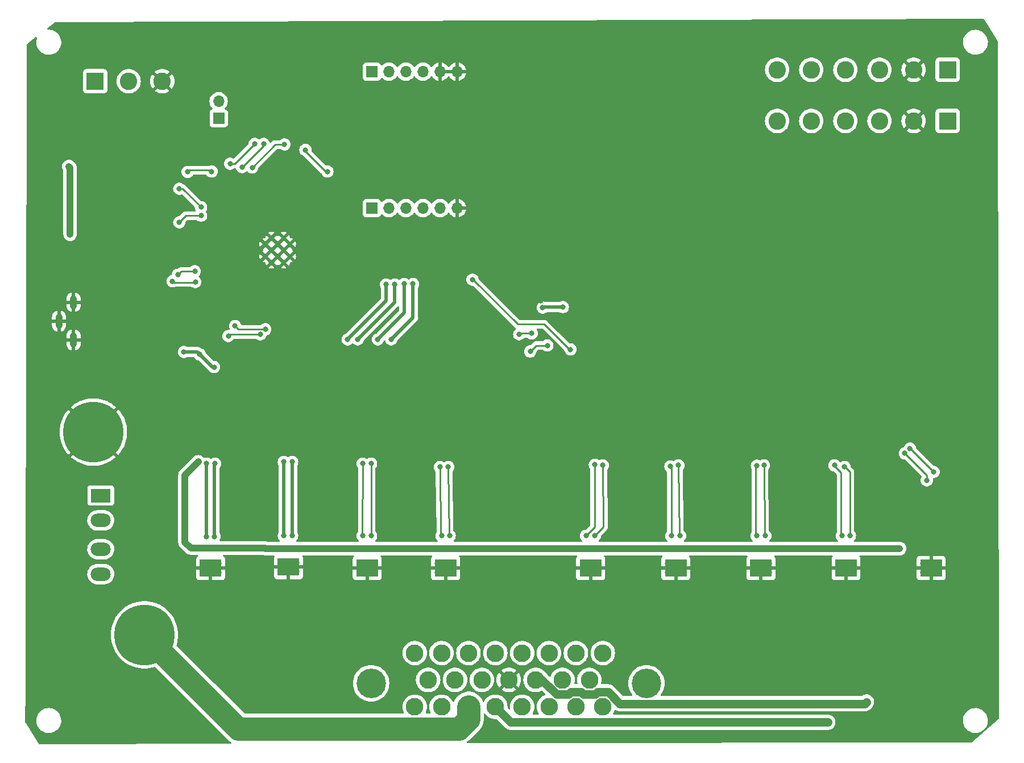
<source format=gbr>
%TF.GenerationSoftware,KiCad,Pcbnew,7.0.9*%
%TF.CreationDate,2024-01-10T08:13:28-06:00*%
%TF.ProjectId,RC15,52433135-2e6b-4696-9361-645f70636258,rev?*%
%TF.SameCoordinates,Original*%
%TF.FileFunction,Copper,L2,Bot*%
%TF.FilePolarity,Positive*%
%FSLAX46Y46*%
G04 Gerber Fmt 4.6, Leading zero omitted, Abs format (unit mm)*
G04 Created by KiCad (PCBNEW 7.0.9) date 2024-01-10 08:13:28*
%MOMM*%
%LPD*%
G01*
G04 APERTURE LIST*
%TA.AperFunction,ComponentPad*%
%ADD10C,0.762000*%
%TD*%
%TA.AperFunction,ComponentPad*%
%ADD11R,2.600000X2.600000*%
%TD*%
%TA.AperFunction,ComponentPad*%
%ADD12C,2.600000*%
%TD*%
%TA.AperFunction,ComponentPad*%
%ADD13C,0.630000*%
%TD*%
%TA.AperFunction,SMDPad,CuDef*%
%ADD14R,3.300000X2.600000*%
%TD*%
%TA.AperFunction,ComponentPad*%
%ADD15R,1.700000X1.700000*%
%TD*%
%TA.AperFunction,ComponentPad*%
%ADD16O,1.700000X1.700000*%
%TD*%
%TA.AperFunction,ComponentPad*%
%ADD17C,2.625000*%
%TD*%
%TA.AperFunction,ComponentPad*%
%ADD18C,4.395000*%
%TD*%
%TA.AperFunction,ComponentPad*%
%ADD19O,1.100000X2.000000*%
%TD*%
%TA.AperFunction,ComponentPad*%
%ADD20O,1.100000X2.200000*%
%TD*%
%TA.AperFunction,ComponentPad*%
%ADD21C,9.000000*%
%TD*%
%TA.AperFunction,ComponentPad*%
%ADD22R,3.000000X2.000000*%
%TD*%
%TA.AperFunction,ComponentPad*%
%ADD23O,3.000000X2.000000*%
%TD*%
%TA.AperFunction,ViaPad*%
%ADD24C,0.800000*%
%TD*%
%TA.AperFunction,Conductor*%
%ADD25C,0.254000*%
%TD*%
%TA.AperFunction,Conductor*%
%ADD26C,1.270000*%
%TD*%
%TA.AperFunction,Conductor*%
%ADD27C,1.016000*%
%TD*%
%TA.AperFunction,Conductor*%
%ADD28C,0.508000*%
%TD*%
%TA.AperFunction,Conductor*%
%ADD29C,3.500000*%
%TD*%
G04 APERTURE END LIST*
D10*
%TO.P,U15,G.22,GND*%
%TO.N,GND*%
X58503600Y-52639300D03*
%TO.P,U15,G.21,GND*%
X56668600Y-52639300D03*
%TO.P,U15,G.20,GND*%
X59421100Y-53556800D03*
%TO.P,U15,G.19,GND*%
X57586100Y-53556800D03*
%TO.P,U15,G.18,GND*%
X55751100Y-53556800D03*
%TO.P,U15,G.17,GND*%
X58503600Y-54474300D03*
%TO.P,U15,G.16,GND*%
X56668600Y-54474300D03*
%TO.P,U15,G.15,GND*%
X59421100Y-55391800D03*
%TO.P,U15,G.14,GND*%
X57586100Y-55391800D03*
%TO.P,U15,G.13,GND*%
X55751100Y-55391800D03*
%TO.P,U15,G.12,GND*%
X58503600Y-56309300D03*
%TO.P,U15,G.11,GND*%
X56668600Y-56309300D03*
%TD*%
D11*
%TO.P,J8,1,Pin_1*%
%TO.N,Net-(J8-Pin_1)*%
X30400000Y-29300000D03*
D12*
%TO.P,J8,2,Pin_2*%
%TO.N,Net-(J3-Pin_1)*%
X35400000Y-29300000D03*
%TO.P,J8,3,Pin_3*%
%TO.N,GND*%
X40400000Y-29300000D03*
%TD*%
D13*
%TO.P,U10,9,GND*%
%TO.N,GND*%
X102900000Y-102450000D03*
X104200000Y-102450000D03*
X105500000Y-102450000D03*
D14*
X104200000Y-101800000D03*
D13*
X102900000Y-101150000D03*
X104200000Y-101150000D03*
X105500000Y-101150000D03*
%TD*%
D15*
%TO.P,J7,1,Pin_1*%
%TO.N,MISO*%
X71610000Y-48200000D03*
D16*
%TO.P,J7,2,Pin_2*%
%TO.N,ResetNW*%
X74150000Y-48200000D03*
%TO.P,J7,3,Pin_3*%
%TO.N,unconnected-(J7-Pin_3-Pad3)*%
X76690000Y-48200000D03*
%TO.P,J7,4,Pin_4*%
%TO.N,Net-(IC4-OUTPUT)*%
X79230000Y-48200000D03*
%TO.P,J7,5,Pin_5*%
X81770000Y-48200000D03*
%TO.P,J7,6,Pin_6*%
%TO.N,GND*%
X84310000Y-48200000D03*
%TD*%
D11*
%TO.P,KF3,1*%
%TO.N,+5V*%
X157365000Y-27595000D03*
X157365000Y-35215000D03*
D12*
%TO.P,KF3,2*%
%TO.N,GND*%
X152285000Y-27595000D03*
X152285000Y-35215000D03*
%TO.P,KF3,3*%
%TO.N,Net-(U16-AIN0)*%
X147205000Y-27595000D03*
X147205000Y-35215000D03*
%TO.P,KF3,4*%
%TO.N,Net-(U16-AIN1)*%
X142125000Y-27595000D03*
X142125000Y-35215000D03*
%TO.P,KF3,5*%
%TO.N,Net-(U16-AIN2)*%
X137045000Y-27595000D03*
X137045000Y-35215000D03*
%TO.P,KF3,6*%
%TO.N,Net-(U16-AIN3)*%
X131965000Y-27595000D03*
X131965000Y-35215000D03*
%TD*%
D15*
%TO.P,J3,1,Pin_1*%
%TO.N,Net-(J3-Pin_1)*%
X48800000Y-34825000D03*
D16*
%TO.P,J3,2,Pin_2*%
%TO.N,Net-(J3-Pin_2)*%
X48800000Y-32285000D03*
%TD*%
D17*
%TO.P,J2,1,1*%
%TO.N,M2B*%
X78000000Y-114457200D03*
%TO.P,J2,2,2*%
%TO.N,S1A*%
X82000000Y-114457200D03*
%TO.P,J2,3,3*%
%TO.N,S1B*%
X86000000Y-114457200D03*
%TO.P,J2,4,4*%
%TO.N,S2A*%
X90000000Y-114457200D03*
%TO.P,J2,5,5*%
%TO.N,S2B*%
X94000000Y-114457200D03*
%TO.P,J2,6,6*%
%TO.N,S3A*%
X98000000Y-114457200D03*
%TO.P,J2,7,7*%
%TO.N,S3B*%
X102000000Y-114457200D03*
%TO.P,J2,8,8*%
%TO.N,S4A*%
X106000000Y-114457200D03*
%TO.P,J2,9,9*%
%TO.N,M2A*%
X80000000Y-118457200D03*
%TO.P,J2,10,10*%
%TO.N,FlowSensor1*%
X84000000Y-118457200D03*
%TO.P,J2,11,11*%
%TO.N,FlowSensor2*%
X88000000Y-118457200D03*
%TO.P,J2,12,12*%
%TO.N,GND*%
X92000000Y-118457200D03*
%TO.P,J2,13,13*%
%TO.N,+5V*%
X96000000Y-118457200D03*
%TO.P,J2,14,14*%
%TO.N,S4B*%
X100000000Y-118457200D03*
%TO.P,J2,15,15*%
%TO.N,S5A*%
X104000000Y-118457200D03*
%TO.P,J2,16,16*%
%TO.N,M1B*%
X78000000Y-122457200D03*
%TO.P,J2,17,17*%
%TO.N,M1A*%
X82000000Y-122457200D03*
%TO.P,J2,18,18*%
%TO.N,Net-(J5-Pin_1)*%
X86000000Y-122457200D03*
%TO.P,J2,19,19*%
%TO.N,S7B*%
X90000000Y-122457200D03*
%TO.P,J2,20,20*%
%TO.N,S7A*%
X94000000Y-122457200D03*
%TO.P,J2,21,21*%
%TO.N,S5B*%
X98000000Y-122457200D03*
%TO.P,J2,22,22*%
%TO.N,S6B*%
X102000000Y-122457200D03*
%TO.P,J2,23,23*%
%TO.N,S6A*%
X106000000Y-122457200D03*
D18*
%TO.P,J2,MH1,MH1*%
%TO.N,unconnected-(J2-PadMH1)*%
X71500000Y-118957200D03*
%TO.P,J2,MH2,MH2*%
%TO.N,unconnected-(J2-PadMH2)*%
X112500000Y-118957200D03*
%TD*%
D13*
%TO.P,U5,9,GND*%
%TO.N,GND*%
X57900000Y-102300000D03*
X59200000Y-102300000D03*
X60500000Y-102300000D03*
D14*
X59200000Y-101650000D03*
D13*
X57900000Y-101000000D03*
X59200000Y-101000000D03*
X60500000Y-101000000D03*
%TD*%
D19*
%TO.P,J1,S1,SHIELD*%
%TO.N,GND*%
X27184300Y-62215700D03*
D20*
%TO.P,J1,S2,SHIELD*%
X27184300Y-67815700D03*
%TO.P,J1,S3,SHIELD*%
X25034300Y-65015700D03*
%TD*%
D21*
%TO.P,J5,1,Pin_1*%
%TO.N,Net-(J5-Pin_1)*%
X37750000Y-111750000D03*
%TD*%
D13*
%TO.P,U2,9,GND*%
%TO.N,GND*%
X46300000Y-102450000D03*
X47600000Y-102450000D03*
X48900000Y-102450000D03*
D14*
X47600000Y-101800000D03*
D13*
X46300000Y-101150000D03*
X47600000Y-101150000D03*
X48900000Y-101150000D03*
%TD*%
%TO.P,U8,9,GND*%
%TO.N,GND*%
X69633332Y-102450000D03*
X70933332Y-102450000D03*
X72233332Y-102450000D03*
D14*
X70933332Y-101800000D03*
D13*
X69633332Y-101150000D03*
X70933332Y-101150000D03*
X72233332Y-101150000D03*
%TD*%
D15*
%TO.P,J10,1,Pin_1*%
%TO.N,INTn*%
X71610000Y-27880000D03*
D16*
%TO.P,J10,2,Pin_2*%
%TO.N,SS*%
X74150000Y-27880000D03*
%TO.P,J10,3,Pin_3*%
%TO.N,SCK*%
X76690000Y-27880000D03*
%TO.P,J10,4,Pin_4*%
%TO.N,MOSI*%
X79230000Y-27880000D03*
%TO.P,J10,5,Pin_5*%
%TO.N,GND*%
X81770000Y-27880000D03*
%TO.P,J10,6,Pin_6*%
X84310000Y-27880000D03*
%TD*%
D21*
%TO.P,J6,1,Pin_1*%
%TO.N,GND*%
X30150000Y-81550000D03*
%TD*%
D13*
%TO.P,U11,9,GND*%
%TO.N,GND*%
X115575000Y-102450000D03*
X116875000Y-102450000D03*
X118175000Y-102450000D03*
D14*
X116875000Y-101800000D03*
D13*
X115575000Y-101150000D03*
X116875000Y-101150000D03*
X118175000Y-101150000D03*
%TD*%
%TO.P,U9,9,GND*%
%TO.N,GND*%
X81300000Y-102450000D03*
X82600000Y-102450000D03*
X83900000Y-102450000D03*
D14*
X82600000Y-101800000D03*
D13*
X81300000Y-101150000D03*
X82600000Y-101150000D03*
X83900000Y-101150000D03*
%TD*%
%TO.P,U12,9,GND*%
%TO.N,GND*%
X128250000Y-102450000D03*
X129550000Y-102450000D03*
X130850000Y-102450000D03*
D14*
X129550000Y-101800000D03*
D13*
X128250000Y-101150000D03*
X129550000Y-101150000D03*
X130850000Y-101150000D03*
%TD*%
D22*
%TO.P,F1,1*%
%TO.N,+12V*%
X31250000Y-91000000D03*
D23*
X31250000Y-94700000D03*
%TO.P,F1,2*%
%TO.N,Net-(J5-Pin_1)*%
X31250000Y-99000000D03*
X31250000Y-102700000D03*
%TD*%
D13*
%TO.P,U13,9,GND*%
%TO.N,GND*%
X140925000Y-102450000D03*
X142225000Y-102450000D03*
X143525000Y-102450000D03*
D14*
X142225000Y-101800000D03*
D13*
X140925000Y-101150000D03*
X142225000Y-101150000D03*
X143525000Y-101150000D03*
%TD*%
%TO.P,U14,9,GND*%
%TO.N,GND*%
X153600000Y-102450000D03*
X154900000Y-102450000D03*
X156200000Y-102450000D03*
D14*
X154900000Y-101800000D03*
D13*
X153600000Y-101150000D03*
X154900000Y-101150000D03*
X156200000Y-101150000D03*
%TD*%
D24*
%TO.N,GND*%
X102350000Y-65850000D03*
X53600000Y-82450000D03*
X135900000Y-106800000D03*
X102400000Y-62250000D03*
X41750000Y-106750000D03*
X86800000Y-34337500D03*
X76563972Y-82939056D03*
X104000000Y-49650000D03*
X70184300Y-63815700D03*
X124131427Y-82883007D03*
X119141756Y-35457088D03*
X134103375Y-66500000D03*
X87300000Y-37337500D03*
X119249918Y-49797238D03*
X134103375Y-70200000D03*
X120703375Y-66400000D03*
X119361000Y-47700000D03*
X96000000Y-37250000D03*
X76250000Y-106500004D03*
X41434300Y-55565700D03*
X123100000Y-106800000D03*
X127443677Y-54678128D03*
X135231427Y-82483007D03*
X91600000Y-70900000D03*
X112590000Y-35284000D03*
X86800000Y-33337500D03*
X67434300Y-63815686D03*
X31434300Y-48315700D03*
X41434300Y-48315700D03*
X62700000Y-42400000D03*
X108750001Y-36750001D03*
X40234300Y-71215700D03*
X148300000Y-106800000D03*
X44134300Y-78815700D03*
X98250000Y-83500000D03*
X103800000Y-58600000D03*
X146700000Y-82514434D03*
X129803376Y-45700001D03*
X122050000Y-57150000D03*
X120803375Y-70200000D03*
X57300000Y-26650000D03*
X155303376Y-57099999D03*
X110000000Y-83500000D03*
X120500000Y-40400000D03*
X96725436Y-62024419D03*
X99500000Y-33250000D03*
X100725000Y-37250000D03*
X115850000Y-53500000D03*
X61265989Y-32735166D03*
X70434300Y-56065700D03*
X113100000Y-41750002D03*
X101200000Y-71100000D03*
X143303375Y-72900000D03*
X64800000Y-82514434D03*
X91600000Y-69200000D03*
X64900000Y-106600000D03*
X135303375Y-63500000D03*
X99500000Y-34250000D03*
X53750000Y-106750000D03*
X46250000Y-62000000D03*
X64434300Y-63815700D03*
X93500000Y-79400000D03*
X32184300Y-55315700D03*
X40319748Y-62421148D03*
X41500000Y-82500000D03*
X114695500Y-66600000D03*
X97900000Y-106700000D03*
X112300000Y-106700000D03*
%TO.N,+5V*%
X145250000Y-121750000D03*
X26684300Y-52065700D03*
X26500000Y-42000000D03*
%TO.N,S7B*%
X139500003Y-124749997D03*
%TO.N,+3.3V*%
X67300000Y-98900000D03*
X45750000Y-86000000D03*
X95200577Y-69549423D03*
X99700000Y-98900000D03*
X112000000Y-98900000D03*
X48125790Y-71875790D03*
X97050000Y-63023000D03*
X79200000Y-98900000D03*
X137800000Y-98900000D03*
X43800000Y-97950000D03*
X46000000Y-70000000D03*
X97750000Y-68648000D03*
X55700000Y-98800000D03*
X43619839Y-69628666D03*
X100050000Y-62950000D03*
X124800000Y-98900000D03*
X150200000Y-98900000D03*
%TO.N,OutputEnable*%
X101200000Y-69250000D03*
X86600000Y-58850000D03*
%TO.N,M1_IN2*%
X69500000Y-67750000D03*
X48250000Y-86250000D03*
X75034300Y-59565700D03*
X48200000Y-97100000D03*
%TO.N,FlowPin2*%
X42934300Y-45315700D03*
X46184300Y-48065700D03*
%TO.N,M1_IN1*%
X47000000Y-97100000D03*
X47000000Y-86250000D03*
X68000000Y-67750000D03*
X73734300Y-59565700D03*
%TO.N,M2_IN2*%
X59750000Y-97000000D03*
X59750000Y-86000000D03*
X77750000Y-59500002D03*
X74500000Y-67750000D03*
%TO.N,SCL*%
X51250000Y-65750000D03*
X55749994Y-66250000D03*
%TO.N,SDA*%
X54999996Y-67000000D03*
X50250000Y-67250000D03*
X93550000Y-67000000D03*
X95404000Y-66850968D03*
%TO.N,Net-(Q2-D)*%
X47750000Y-42750000D03*
X44184300Y-42815700D03*
%TO.N,uC_RX*%
X42707800Y-58142212D03*
X45241300Y-57615700D03*
%TO.N,uC_TX*%
X45334300Y-59215700D03*
X41930800Y-59082914D03*
%TO.N,MISO*%
X64999996Y-42750000D03*
X61717009Y-39540075D03*
%TO.N,Net-(U6-LED2)*%
X81750000Y-86750000D03*
X82000000Y-97000000D03*
%TO.N,Net-(U6-LED3)*%
X83200000Y-97000000D03*
X83000000Y-86750000D03*
%TO.N,Net-(U6-LED0)*%
X70250000Y-86250000D03*
X70250000Y-97000000D03*
%TO.N,Net-(U6-LED1)*%
X71500000Y-97000000D03*
X71500000Y-86250000D03*
%TO.N,Net-(U10-IN1)*%
X104825577Y-86424423D03*
X103500000Y-97000000D03*
%TO.N,Net-(U10-IN2)*%
X106000000Y-86500000D03*
X104800000Y-97000000D03*
%TO.N,Net-(U11-IN1)*%
X116075577Y-86674423D03*
X116200000Y-97000000D03*
%TO.N,Net-(U11-IN2)*%
X117250000Y-86500000D03*
X117500000Y-97000000D03*
%TO.N,Net-(U12-IN1)*%
X128950577Y-86549423D03*
X128900000Y-97000000D03*
%TO.N,Net-(U12-IN2)*%
X130200000Y-97000000D03*
X130000000Y-86500000D03*
%TO.N,Net-(U13-IN1)*%
X140500000Y-86500000D03*
X141600000Y-97000000D03*
%TO.N,Net-(U13-IN2)*%
X142800000Y-97000000D03*
X142000000Y-86750000D03*
%TO.N,Net-(U14-IN1)*%
X154250000Y-88749982D03*
X150980887Y-84730887D03*
%TO.N,Net-(U14-IN2)*%
X151750000Y-84000000D03*
X155275000Y-87475000D03*
%TO.N,FlowPin1*%
X46184300Y-49315700D03*
X42934300Y-50315700D03*
%TO.N,M2_IN1*%
X76434300Y-59500000D03*
X58500000Y-97000000D03*
X58500000Y-86000000D03*
X72500000Y-67750000D03*
%TO.N,RX2*%
X55500000Y-38650000D03*
X52300000Y-42100000D03*
%TO.N,RS485_Enable*%
X53800000Y-42150000D03*
X58600000Y-38723000D03*
%TO.N,TX2*%
X50500000Y-41600000D03*
X54150000Y-38650000D03*
%TD*%
D25*
%TO.N,SCL*%
X51750000Y-66250000D02*
X51250000Y-65750000D01*
X55749994Y-66250000D02*
X51750000Y-66250000D01*
%TO.N,SDA*%
X54999996Y-67000000D02*
X50500000Y-67000000D01*
X50500000Y-67000000D02*
X50250000Y-67250000D01*
D26*
%TO.N,+5V*%
X96962976Y-118457200D02*
X96000000Y-118457200D01*
X103104700Y-120604700D02*
X102750000Y-120250000D01*
D27*
X26684300Y-52065700D02*
X26684300Y-42184300D01*
D26*
X145250000Y-121750000D02*
X145010300Y-121989700D01*
X100889524Y-120604700D02*
X99110476Y-120604700D01*
X102750000Y-120250000D02*
X101244224Y-120250000D01*
X106829824Y-120250000D02*
X105244224Y-120250000D01*
X99110476Y-120604700D02*
X96962976Y-118457200D01*
D27*
X26684300Y-42184300D02*
X26500000Y-42000000D01*
D26*
X145010300Y-121989700D02*
X108569524Y-121989700D01*
X101244224Y-120250000D02*
X100889524Y-120604700D01*
X108569524Y-121989700D02*
X106829824Y-120250000D01*
X105244224Y-120250000D02*
X104889524Y-120604700D01*
X104889524Y-120604700D02*
X103104700Y-120604700D01*
%TO.N,S7B*%
X92292797Y-124749997D02*
X90000000Y-122457200D01*
X139500003Y-124749997D02*
X92292797Y-124749997D01*
D27*
%TO.N,+3.3V*%
X107500000Y-98900000D02*
X99700000Y-98900000D01*
D25*
X95200577Y-69549423D02*
X96102000Y-68648000D01*
D27*
X137800000Y-98900000D02*
X124800000Y-98900000D01*
D28*
X47875790Y-71875790D02*
X48125790Y-71875790D01*
X46000000Y-70000000D02*
X47875790Y-71875790D01*
D27*
X124800000Y-98900000D02*
X112000000Y-98900000D01*
X67300000Y-98900000D02*
X55800000Y-98900000D01*
X150200000Y-98900000D02*
X137800000Y-98900000D01*
X45750000Y-86000000D02*
X43800000Y-87950000D01*
X44650000Y-98800000D02*
X43800000Y-97950000D01*
D28*
X100050000Y-62950000D02*
X97123000Y-62950000D01*
X97123000Y-62950000D02*
X97050000Y-63023000D01*
D27*
X55700000Y-98800000D02*
X44650000Y-98800000D01*
X55800000Y-98900000D02*
X55700000Y-98800000D01*
D25*
X96102000Y-68648000D02*
X97750000Y-68648000D01*
D27*
X43800000Y-87950000D02*
X43800000Y-97950000D01*
X112000000Y-98900000D02*
X107500000Y-98900000D01*
X79200000Y-98900000D02*
X67300000Y-98900000D01*
D28*
X45628666Y-69628666D02*
X46000000Y-70000000D01*
X43619839Y-69628666D02*
X45628666Y-69628666D01*
D27*
X99700000Y-98900000D02*
X79200000Y-98900000D01*
D25*
%TO.N,OutputEnable*%
X97300000Y-65500000D02*
X101050000Y-69250000D01*
X86600000Y-58850000D02*
X86700000Y-58850000D01*
X86700000Y-58850000D02*
X93350000Y-65500000D01*
X93350000Y-65500000D02*
X97300000Y-65500000D01*
X101050000Y-69250000D02*
X101200000Y-69250000D01*
D28*
%TO.N,M1_IN2*%
X48200000Y-86300000D02*
X48200000Y-97100000D01*
X48250000Y-86250000D02*
X48200000Y-86300000D01*
X69500000Y-67747472D02*
X69500000Y-67750000D01*
X69500000Y-67750000D02*
X69497472Y-67750000D01*
X75034300Y-62213172D02*
X69500000Y-67747472D01*
X75034300Y-59565700D02*
X75034300Y-62213172D01*
X48200000Y-86200000D02*
X48250000Y-86250000D01*
D25*
%TO.N,FlowPin2*%
X43434300Y-45315700D02*
X42934300Y-45315700D01*
X46184300Y-48065700D02*
X43434300Y-45315700D01*
D28*
%TO.N,M1_IN1*%
X73734300Y-59565700D02*
X73734300Y-62015700D01*
X47000000Y-86250000D02*
X47000000Y-97100000D01*
X73734300Y-62015700D02*
X68000000Y-67750000D01*
%TO.N,M2_IN2*%
X77750000Y-64500000D02*
X77750000Y-59500002D01*
X59750000Y-97000000D02*
X59750000Y-86000000D01*
X74500000Y-67750000D02*
X77750000Y-64500000D01*
D25*
%TO.N,SDA*%
X95404000Y-66850968D02*
X93699032Y-66850968D01*
X93699032Y-66850968D02*
X93550000Y-67000000D01*
%TO.N,Net-(Q2-D)*%
X44184300Y-42815700D02*
X44434300Y-42565700D01*
X44434300Y-42565700D02*
X47565700Y-42565700D01*
X47565700Y-42565700D02*
X47750000Y-42750000D01*
%TO.N,uC_RX*%
X45241300Y-57615700D02*
X43234312Y-57615700D01*
X43234312Y-57615700D02*
X42707800Y-58142212D01*
%TO.N,uC_TX*%
X45334300Y-59215700D02*
X45279815Y-59270185D01*
X42118071Y-59270185D02*
X41930800Y-59082914D01*
X45279815Y-59270185D02*
X42118071Y-59270185D01*
%TO.N,MISO*%
X64999996Y-42750000D02*
X64750014Y-42750000D01*
X64750014Y-42750000D02*
X61717009Y-39716995D01*
X61717009Y-39716995D02*
X61717009Y-39540075D01*
%TO.N,Net-(U6-LED2)*%
X81750000Y-86750000D02*
X81900000Y-96900000D01*
X81900000Y-86714434D02*
X81750000Y-86750000D01*
X81900000Y-96900000D02*
X82000000Y-97000000D01*
%TO.N,Net-(U6-LED3)*%
X83100000Y-96900000D02*
X83200000Y-97000000D01*
X83100000Y-86714434D02*
X83000000Y-86750000D01*
X83000000Y-86750000D02*
X83100000Y-96900000D01*
%TO.N,Net-(U6-LED0)*%
X70200000Y-96900000D02*
X70250000Y-86250000D01*
X70300000Y-97000000D02*
X70300000Y-97000000D01*
X70250000Y-97000000D02*
X70250000Y-96950000D01*
X70250000Y-96950000D02*
X70200000Y-96900000D01*
X70250000Y-86250000D02*
X70200000Y-86200000D01*
X70300000Y-97000000D02*
X70250000Y-97000000D01*
%TO.N,Net-(U6-LED1)*%
X71500000Y-96900000D02*
X71500000Y-96900000D01*
X71600000Y-97000000D02*
X71600000Y-97000000D01*
X71500000Y-96900000D02*
X71500000Y-86250000D01*
X71500000Y-97000000D02*
X71500000Y-96900000D01*
X71600000Y-97000000D02*
X71500000Y-97000000D01*
X71500000Y-86250000D02*
X71500000Y-86300000D01*
%TO.N,Net-(U10-IN1)*%
X104800000Y-95700000D02*
X104800000Y-86450000D01*
X103500000Y-97000000D02*
X104800000Y-95700000D01*
X104800000Y-86200000D02*
X104825577Y-86225577D01*
X104800000Y-86450000D02*
X104825577Y-86424423D01*
X104825577Y-86225577D02*
X104825577Y-86424423D01*
%TO.N,Net-(U10-IN2)*%
X104800000Y-97000000D02*
X106100000Y-95700000D01*
X106100000Y-95700000D02*
X106000000Y-86500000D01*
X106000000Y-86500000D02*
X106100000Y-86500000D01*
%TO.N,Net-(U11-IN1)*%
X116200000Y-86798846D02*
X116075577Y-86674423D01*
X116100000Y-86600000D02*
X116100000Y-86650000D01*
X116200000Y-97000000D02*
X116200000Y-86798846D01*
X116100000Y-86650000D02*
X116075577Y-86674423D01*
%TO.N,Net-(U11-IN2)*%
X117400000Y-96900000D02*
X117250000Y-86500000D01*
X117500000Y-97000000D02*
X117400000Y-96900000D01*
X117250000Y-86500000D02*
X117400000Y-86600000D01*
%TO.N,Net-(U12-IN1)*%
X128800000Y-86600000D02*
X128850577Y-86549423D01*
X128800000Y-96900000D02*
X128800000Y-86700000D01*
X128900000Y-97000000D02*
X128800000Y-96900000D01*
X128800000Y-86700000D02*
X128950577Y-86549423D01*
X128850577Y-86549423D02*
X128950577Y-86549423D01*
%TO.N,Net-(U12-IN2)*%
X130100000Y-96900000D02*
X130000000Y-86500000D01*
X130200000Y-97000000D02*
X130100000Y-96900000D01*
X130000000Y-86500000D02*
X130100000Y-86500000D01*
%TO.N,Net-(U13-IN1)*%
X140400000Y-86500000D02*
X140500000Y-86600000D01*
X141600000Y-97000000D02*
X141500000Y-96900000D01*
X141500000Y-87600000D02*
X140500000Y-86600000D01*
X141500000Y-96900000D02*
X141500000Y-87600000D01*
X140500000Y-86600000D02*
X140500000Y-86500000D01*
X140500000Y-86500000D02*
X140400000Y-86500000D01*
%TO.N,Net-(U13-IN2)*%
X142000000Y-86750000D02*
X142000000Y-86700000D01*
X142050000Y-86750000D02*
X142000000Y-86750000D01*
X142000000Y-86700000D02*
X142100000Y-86800000D01*
X142800000Y-87500000D02*
X142050000Y-86750000D01*
X142800000Y-97000000D02*
X142800000Y-87500000D01*
%TO.N,Net-(U14-IN1)*%
X154250000Y-88000000D02*
X154250000Y-88749982D01*
X150980887Y-84730887D02*
X154250000Y-88000000D01*
%TO.N,Net-(U14-IN2)*%
X151800000Y-84000000D02*
X151750000Y-84000000D01*
X151800000Y-84000000D02*
X155275000Y-87475000D01*
X151750000Y-83950000D02*
X151800000Y-84000000D01*
X151750000Y-84000000D02*
X151750000Y-83950000D01*
%TO.N,FlowPin1*%
X43934300Y-49315700D02*
X42934300Y-50315700D01*
X46184300Y-49315700D02*
X43934300Y-49315700D01*
D28*
%TO.N,M2_IN1*%
X72500000Y-67748736D02*
X76434300Y-63814436D01*
X58500000Y-97000000D02*
X58500000Y-86000000D01*
X72500000Y-67750000D02*
X72500000Y-67748736D01*
X76434300Y-63814436D02*
X76434300Y-59500000D01*
X72498736Y-67750000D02*
X72500000Y-67750000D01*
D29*
%TO.N,Net-(J5-Pin_1)*%
X51719700Y-125719700D02*
X37750000Y-111750000D01*
X86000000Y-124313355D02*
X84593655Y-125719700D01*
X86000000Y-122457200D02*
X86000000Y-124313355D01*
X84593655Y-125719700D02*
X51719700Y-125719700D01*
D25*
%TO.N,RX2*%
X55500000Y-38900000D02*
X55500000Y-38650000D01*
X52300000Y-42100000D02*
X55500000Y-38900000D01*
%TO.N,RS485_Enable*%
X57227000Y-38723000D02*
X58600000Y-38723000D01*
X53800000Y-42150000D02*
X57227000Y-38723000D01*
%TO.N,TX2*%
X50500000Y-41600000D02*
X51200000Y-41600000D01*
X51200000Y-41600000D02*
X54150000Y-38650000D01*
%TD*%
%TA.AperFunction,Conductor*%
%TO.N,GND*%
G36*
X83850507Y-27670156D02*
G01*
X83810000Y-27808111D01*
X83810000Y-27951889D01*
X83850507Y-28089844D01*
X83878884Y-28134000D01*
X82201116Y-28134000D01*
X82229493Y-28089844D01*
X82270000Y-27951889D01*
X82270000Y-27808111D01*
X82229493Y-27670156D01*
X82201116Y-27626000D01*
X83878884Y-27626000D01*
X83850507Y-27670156D01*
G37*
%TD.AperFunction*%
%TA.AperFunction,Conductor*%
G36*
X162748941Y-20020502D02*
G01*
X162787391Y-20059279D01*
X164780642Y-23219311D01*
X164800071Y-23286282D01*
X164999500Y-123997500D01*
X164999500Y-124193261D01*
X164979498Y-124261382D01*
X164956472Y-124288086D01*
X161035531Y-127718909D01*
X160971093Y-127748713D01*
X160952786Y-127750084D01*
X85836157Y-127885186D01*
X85768000Y-127865306D01*
X85721411Y-127811734D01*
X85711180Y-127741479D01*
X85740557Y-127676845D01*
X85764612Y-127655313D01*
X85791853Y-127636612D01*
X85796290Y-127633832D01*
X85843345Y-127607014D01*
X85917271Y-127550613D01*
X85919797Y-127548784D01*
X85996493Y-127496137D01*
X86036661Y-127459804D01*
X86040687Y-127456457D01*
X86083749Y-127423607D01*
X86149512Y-127357842D01*
X86151760Y-127355704D01*
X86220752Y-127293306D01*
X86255730Y-127251932D01*
X86259257Y-127248097D01*
X87583644Y-125923711D01*
X87678770Y-125831713D01*
X87736400Y-125758733D01*
X87738403Y-125756322D01*
X87799629Y-125686313D01*
X87829530Y-125641153D01*
X87832592Y-125636924D01*
X87866169Y-125594407D01*
X87913587Y-125514346D01*
X87915197Y-125511778D01*
X87966570Y-125434196D01*
X87990188Y-125385448D01*
X87992661Y-125380843D01*
X88020265Y-125334241D01*
X88056569Y-125248622D01*
X88057857Y-125245786D01*
X88067602Y-125225675D01*
X88098417Y-125162077D01*
X88115326Y-125110620D01*
X88117174Y-125105701D01*
X88119978Y-125099088D01*
X88138310Y-125055857D01*
X88162887Y-124966132D01*
X88163768Y-124963202D01*
X88192816Y-124874813D01*
X88202715Y-124821566D01*
X88203888Y-124816456D01*
X88213551Y-124781184D01*
X88218197Y-124764223D01*
X88230590Y-124672066D01*
X88231083Y-124668982D01*
X88248087Y-124577530D01*
X88250800Y-124523426D01*
X88251279Y-124518225D01*
X88258500Y-124464544D01*
X88258500Y-124371570D01*
X88258579Y-124368412D01*
X88263239Y-124275527D01*
X88260105Y-124238112D01*
X88258719Y-124221569D01*
X88258500Y-124216316D01*
X88258500Y-123553055D01*
X88278502Y-123484934D01*
X88332158Y-123438441D01*
X88402432Y-123428337D01*
X88467012Y-123457831D01*
X88488609Y-123482081D01*
X88491198Y-123485879D01*
X88491200Y-123485882D01*
X88661370Y-123699268D01*
X88861442Y-123884907D01*
X88885517Y-123901321D01*
X89086944Y-124038652D01*
X89086952Y-124038657D01*
X89332840Y-124157070D01*
X89332841Y-124157070D01*
X89332849Y-124157074D01*
X89533432Y-124218946D01*
X89593646Y-124237520D01*
X89593653Y-124237522D01*
X89863535Y-124278200D01*
X89863539Y-124278200D01*
X90136467Y-124278200D01*
X90141162Y-124277848D01*
X90141336Y-124280175D01*
X90202195Y-124288358D01*
X90239998Y-124314351D01*
X91464519Y-125538872D01*
X91466508Y-125540955D01*
X91519120Y-125598668D01*
X91519121Y-125598669D01*
X91519126Y-125598674D01*
X91550039Y-125622018D01*
X91581450Y-125645741D01*
X91583730Y-125647546D01*
X91643796Y-125697423D01*
X91663197Y-125708229D01*
X91670504Y-125712990D01*
X91688243Y-125726386D01*
X91730779Y-125747566D01*
X91758153Y-125761197D01*
X91760728Y-125762555D01*
X91798793Y-125783757D01*
X91828935Y-125800546D01*
X91828936Y-125800546D01*
X91828937Y-125800547D01*
X91835059Y-125802598D01*
X91850001Y-125807606D01*
X91858065Y-125810947D01*
X91877942Y-125820845D01*
X91877944Y-125820845D01*
X91877947Y-125820847D01*
X91953048Y-125842214D01*
X91955782Y-125843060D01*
X92029870Y-125867893D01*
X92051880Y-125870962D01*
X92060414Y-125872763D01*
X92081779Y-125878842D01*
X92126472Y-125882983D01*
X92159514Y-125886045D01*
X92162406Y-125886380D01*
X92168238Y-125887193D01*
X92239760Y-125897171D01*
X92298559Y-125894452D01*
X92317779Y-125893564D01*
X92320689Y-125893497D01*
X139552875Y-125893497D01*
X139658304Y-125883727D01*
X139711021Y-125878842D01*
X139914853Y-125820847D01*
X140104557Y-125726386D01*
X140273674Y-125598674D01*
X140273680Y-125598668D01*
X140416444Y-125442063D01*
X140421312Y-125434202D01*
X140528008Y-125261882D01*
X140604563Y-125064271D01*
X140643503Y-124855958D01*
X140643503Y-124644036D01*
X140629246Y-124567765D01*
X159645788Y-124567765D01*
X159675412Y-124837014D01*
X159743928Y-125099090D01*
X159849869Y-125348389D01*
X159872487Y-125385450D01*
X159990982Y-125579610D01*
X160164255Y-125787820D01*
X160164257Y-125787822D01*
X160164259Y-125787824D01*
X160274255Y-125886380D01*
X160365998Y-125968582D01*
X160591910Y-126118044D01*
X160837176Y-126233020D01*
X161096569Y-126311060D01*
X161096572Y-126311060D01*
X161096574Y-126311061D01*
X161364557Y-126350500D01*
X161364561Y-126350500D01*
X161567633Y-126350500D01*
X161602363Y-126347957D01*
X161770156Y-126335677D01*
X161770160Y-126335676D01*
X161770161Y-126335676D01*
X161880665Y-126311060D01*
X162034553Y-126276780D01*
X162287558Y-126180014D01*
X162523777Y-126047441D01*
X162738177Y-125881888D01*
X162926186Y-125686881D01*
X163083799Y-125466579D01*
X163100449Y-125434196D01*
X163207656Y-125225675D01*
X163207657Y-125225672D01*
X163295116Y-124969310D01*
X163295118Y-124969305D01*
X163323350Y-124816456D01*
X163344318Y-124702941D01*
X163344319Y-124702930D01*
X163346471Y-124644036D01*
X163354212Y-124432235D01*
X163337481Y-124280175D01*
X163324587Y-124162985D01*
X163256179Y-123901321D01*
X163256072Y-123900912D01*
X163249272Y-123884911D01*
X163150130Y-123651610D01*
X163117089Y-123597471D01*
X163009018Y-123420390D01*
X162835745Y-123212180D01*
X162835741Y-123212177D01*
X162835740Y-123212175D01*
X162634012Y-123031427D01*
X162634002Y-123031418D01*
X162408090Y-122881956D01*
X162162824Y-122766980D01*
X162005392Y-122719615D01*
X161903425Y-122688938D01*
X161635442Y-122649500D01*
X161635439Y-122649500D01*
X161432369Y-122649500D01*
X161432367Y-122649500D01*
X161229839Y-122664323D01*
X161229838Y-122664323D01*
X160965456Y-122723217D01*
X160965441Y-122723222D01*
X160712441Y-122819986D01*
X160476229Y-122952555D01*
X160476225Y-122952557D01*
X160349194Y-123050647D01*
X160275445Y-123107594D01*
X160261818Y-123118116D01*
X160073815Y-123313117D01*
X160073810Y-123313123D01*
X159916203Y-123533417D01*
X159916196Y-123533427D01*
X159792343Y-123774324D01*
X159792342Y-123774327D01*
X159704883Y-124030689D01*
X159704880Y-124030702D01*
X159655681Y-124297058D01*
X159655680Y-124297069D01*
X159645788Y-124567765D01*
X140629246Y-124567765D01*
X140604563Y-124435723D01*
X140528008Y-124238112D01*
X140527641Y-124237520D01*
X140416444Y-124057930D01*
X140273676Y-123901321D01*
X140104558Y-123773609D01*
X140104557Y-123773608D01*
X139914853Y-123679147D01*
X139914848Y-123679145D01*
X139914844Y-123679144D01*
X139711017Y-123621151D01*
X139711020Y-123621151D01*
X139552875Y-123606497D01*
X139552871Y-123606497D01*
X107657402Y-123606497D01*
X107589281Y-123586495D01*
X107542788Y-123532839D01*
X107532684Y-123462565D01*
X107548283Y-123417497D01*
X107645264Y-123249520D01*
X107689475Y-123136873D01*
X107742588Y-123001540D01*
X107786094Y-122945437D01*
X107853027Y-122921760D01*
X107921188Y-122937497D01*
X107935443Y-122945437D01*
X107939924Y-122947933D01*
X107947238Y-122952698D01*
X107964970Y-122966089D01*
X108034887Y-123000904D01*
X108037438Y-123002248D01*
X108105662Y-123040248D01*
X108126713Y-123047303D01*
X108134784Y-123050647D01*
X108154560Y-123060493D01*
X108154674Y-123060550D01*
X108229811Y-123081928D01*
X108232540Y-123082773D01*
X108306597Y-123107595D01*
X108328600Y-123110663D01*
X108337142Y-123112466D01*
X108358506Y-123118545D01*
X108407428Y-123123077D01*
X108436262Y-123125750D01*
X108439154Y-123126085D01*
X108445044Y-123126906D01*
X108516487Y-123136873D01*
X108577397Y-123134057D01*
X108594491Y-123133267D01*
X108597401Y-123133200D01*
X144982423Y-123133200D01*
X144985333Y-123133267D01*
X145063337Y-123136873D01*
X145140673Y-123126085D01*
X145143559Y-123125751D01*
X145221313Y-123118546D01*
X145221315Y-123118545D01*
X145221318Y-123118545D01*
X145242676Y-123112468D01*
X145251216Y-123110665D01*
X145273227Y-123107596D01*
X145347325Y-123082759D01*
X145350034Y-123081921D01*
X145425150Y-123060550D01*
X145445038Y-123050646D01*
X145453097Y-123047308D01*
X145474162Y-123040249D01*
X145542409Y-123002233D01*
X145544880Y-123000930D01*
X145614854Y-122966089D01*
X145632587Y-122952696D01*
X145639890Y-122947938D01*
X145659302Y-122937126D01*
X145719390Y-122887228D01*
X145721645Y-122885442D01*
X145783971Y-122838377D01*
X145836578Y-122780669D01*
X145838566Y-122778585D01*
X146095960Y-122521193D01*
X146197426Y-122399002D01*
X146197426Y-122399000D01*
X146197429Y-122398998D01*
X146300547Y-122213865D01*
X146300549Y-122213862D01*
X146367896Y-122012927D01*
X146397173Y-121803037D01*
X146387386Y-121591341D01*
X146364016Y-121491977D01*
X146338869Y-121385055D01*
X146338868Y-121385052D01*
X146338867Y-121385048D01*
X146253267Y-121191183D01*
X146253266Y-121191182D01*
X146253265Y-121191179D01*
X146188569Y-121096736D01*
X146133502Y-121016349D01*
X146133500Y-121016347D01*
X146133495Y-121016341D01*
X145983658Y-120866504D01*
X145983652Y-120866499D01*
X145808820Y-120746734D01*
X145614952Y-120661133D01*
X145614944Y-120661130D01*
X145408661Y-120612614D01*
X145196962Y-120602826D01*
X145196960Y-120602827D01*
X144987069Y-120632104D01*
X144786139Y-120699450D01*
X144786134Y-120699452D01*
X144601002Y-120802571D01*
X144600997Y-120802574D01*
X144583460Y-120817137D01*
X144518274Y-120845267D01*
X144502966Y-120846200D01*
X114716415Y-120846200D01*
X114648294Y-120826198D01*
X114601801Y-120772542D01*
X114591697Y-120702268D01*
X114617230Y-120642494D01*
X114700933Y-120535653D01*
X114731065Y-120497193D01*
X114900423Y-120217039D01*
X115034779Y-119918515D01*
X115132171Y-119605972D01*
X115191180Y-119283968D01*
X115210946Y-118957200D01*
X115210659Y-118952462D01*
X115197165Y-118729370D01*
X115191180Y-118630432D01*
X115132171Y-118308428D01*
X115034779Y-117995885D01*
X115034777Y-117995880D01*
X114900428Y-117697371D01*
X114900425Y-117697365D01*
X114881609Y-117666240D01*
X114731065Y-117417207D01*
X114529172Y-117159510D01*
X114529170Y-117159508D01*
X114529165Y-117159502D01*
X114297697Y-116928034D01*
X114297691Y-116928029D01*
X114231513Y-116876182D01*
X114081303Y-116758499D01*
X114039992Y-116726134D01*
X113759834Y-116556774D01*
X113759828Y-116556771D01*
X113461319Y-116422422D01*
X113148772Y-116325028D01*
X112826768Y-116266020D01*
X112826765Y-116266019D01*
X112500001Y-116246254D01*
X112499999Y-116246254D01*
X112173234Y-116266019D01*
X112173231Y-116266020D01*
X111851227Y-116325028D01*
X111538680Y-116422422D01*
X111240171Y-116556771D01*
X111240165Y-116556774D01*
X110960007Y-116726134D01*
X110702308Y-116928029D01*
X110702302Y-116928034D01*
X110470834Y-117159502D01*
X110470829Y-117159508D01*
X110268934Y-117417207D01*
X110099574Y-117697365D01*
X110099571Y-117697371D01*
X109965222Y-117995880D01*
X109867828Y-118308427D01*
X109808820Y-118630431D01*
X109808819Y-118630434D01*
X109789054Y-118957198D01*
X109789054Y-118957201D01*
X109808819Y-119283965D01*
X109808820Y-119283968D01*
X109867828Y-119605972D01*
X109965222Y-119918519D01*
X110099571Y-120217028D01*
X110099574Y-120217034D01*
X110099576Y-120217038D01*
X110099577Y-120217039D01*
X110268934Y-120497192D01*
X110268937Y-120497196D01*
X110382770Y-120642494D01*
X110409036Y-120708453D01*
X110395472Y-120778142D01*
X110346385Y-120829434D01*
X110283585Y-120846200D01*
X109095368Y-120846200D01*
X109027247Y-120826198D01*
X109006273Y-120809295D01*
X107658122Y-119461145D01*
X107656112Y-119459040D01*
X107603493Y-119401321D01*
X107541161Y-119354249D01*
X107538909Y-119352466D01*
X107478826Y-119302574D01*
X107478817Y-119302569D01*
X107478814Y-119302567D01*
X107459421Y-119291764D01*
X107452109Y-119287001D01*
X107434378Y-119273611D01*
X107415389Y-119264156D01*
X107364468Y-119238799D01*
X107361894Y-119237442D01*
X107293686Y-119199451D01*
X107272624Y-119192391D01*
X107264556Y-119189050D01*
X107244681Y-119179153D01*
X107244676Y-119179151D01*
X107244674Y-119179150D01*
X107244670Y-119179149D01*
X107244668Y-119179148D01*
X107169580Y-119157784D01*
X107166820Y-119156929D01*
X107092751Y-119132104D01*
X107070745Y-119129033D01*
X107062204Y-119127232D01*
X107040843Y-119121154D01*
X106963099Y-119113950D01*
X106960209Y-119113615D01*
X106882865Y-119102827D01*
X106882860Y-119102827D01*
X106804857Y-119106433D01*
X106801947Y-119106500D01*
X105877631Y-119106500D01*
X105809510Y-119086498D01*
X105763017Y-119032842D01*
X105752913Y-118962568D01*
X105754790Y-118952462D01*
X105805709Y-118729370D01*
X105805710Y-118729367D01*
X105826106Y-118457200D01*
X105805710Y-118185033D01*
X105744977Y-117918946D01*
X105674380Y-117739067D01*
X105645264Y-117664879D01*
X105508802Y-117428521D01*
X105499779Y-117417207D01*
X105338630Y-117215132D01*
X105138558Y-117029493D01*
X105097425Y-117001449D01*
X104913055Y-116875747D01*
X104913047Y-116875742D01*
X104667159Y-116757329D01*
X104667154Y-116757327D01*
X104667151Y-116757326D01*
X104566030Y-116726134D01*
X104406353Y-116676879D01*
X104406348Y-116676878D01*
X104406347Y-116676878D01*
X104136465Y-116636200D01*
X103863535Y-116636200D01*
X103593653Y-116676878D01*
X103593652Y-116676878D01*
X103593646Y-116676879D01*
X103375050Y-116744308D01*
X103332849Y-116757326D01*
X103332847Y-116757326D01*
X103332840Y-116757329D01*
X103086952Y-116875742D01*
X103086944Y-116875747D01*
X102861448Y-117029488D01*
X102861443Y-117029492D01*
X102661370Y-117215131D01*
X102491197Y-117428521D01*
X102354735Y-117664879D01*
X102255024Y-117918942D01*
X102255023Y-117918944D01*
X102194290Y-118185029D01*
X102173894Y-118457200D01*
X102194290Y-118729370D01*
X102245210Y-118952462D01*
X102240868Y-119023326D01*
X102198903Y-119080593D01*
X102132639Y-119106081D01*
X102122369Y-119106500D01*
X101877631Y-119106500D01*
X101809510Y-119086498D01*
X101763017Y-119032842D01*
X101752913Y-118962568D01*
X101754790Y-118952462D01*
X101805709Y-118729370D01*
X101805710Y-118729367D01*
X101826106Y-118457200D01*
X101805710Y-118185033D01*
X101744977Y-117918946D01*
X101674380Y-117739067D01*
X101645264Y-117664879D01*
X101508802Y-117428521D01*
X101499779Y-117417207D01*
X101338630Y-117215132D01*
X101138558Y-117029493D01*
X101097425Y-117001449D01*
X100913055Y-116875747D01*
X100913047Y-116875742D01*
X100667159Y-116757329D01*
X100667154Y-116757327D01*
X100667151Y-116757326D01*
X100566030Y-116726134D01*
X100406353Y-116676879D01*
X100406348Y-116676878D01*
X100406347Y-116676878D01*
X100136465Y-116636200D01*
X99863535Y-116636200D01*
X99593653Y-116676878D01*
X99593652Y-116676878D01*
X99593646Y-116676879D01*
X99375050Y-116744308D01*
X99332849Y-116757326D01*
X99332847Y-116757326D01*
X99332840Y-116757329D01*
X99086952Y-116875742D01*
X99086944Y-116875747D01*
X98861448Y-117029488D01*
X98861443Y-117029492D01*
X98661370Y-117215131D01*
X98491197Y-117428521D01*
X98354735Y-117664879D01*
X98265253Y-117892877D01*
X98221746Y-117948981D01*
X98154814Y-117972658D01*
X98085706Y-117956389D01*
X98058868Y-117935939D01*
X97791274Y-117668345D01*
X97789264Y-117666240D01*
X97736645Y-117608521D01*
X97674313Y-117561449D01*
X97672061Y-117559666D01*
X97611978Y-117509774D01*
X97611969Y-117509769D01*
X97611966Y-117509767D01*
X97592574Y-117498965D01*
X97585256Y-117494197D01*
X97567530Y-117480811D01*
X97561448Y-117477782D01*
X97512069Y-117431997D01*
X97511457Y-117432415D01*
X97509629Y-117429735D01*
X97509387Y-117429510D01*
X97508838Y-117428574D01*
X97508802Y-117428522D01*
X97508800Y-117428518D01*
X97338630Y-117215132D01*
X97138558Y-117029493D01*
X97097425Y-117001449D01*
X96913055Y-116875747D01*
X96913047Y-116875742D01*
X96667159Y-116757329D01*
X96667154Y-116757327D01*
X96667151Y-116757326D01*
X96566030Y-116726134D01*
X96406353Y-116676879D01*
X96406348Y-116676878D01*
X96406347Y-116676878D01*
X96136465Y-116636200D01*
X95863535Y-116636200D01*
X95593653Y-116676878D01*
X95593652Y-116676878D01*
X95593646Y-116676879D01*
X95375050Y-116744308D01*
X95332849Y-116757326D01*
X95332847Y-116757326D01*
X95332840Y-116757329D01*
X95086952Y-116875742D01*
X95086944Y-116875747D01*
X94861448Y-117029488D01*
X94861443Y-117029492D01*
X94661370Y-117215131D01*
X94491197Y-117428521D01*
X94354735Y-117664879D01*
X94255024Y-117918942D01*
X94255023Y-117918944D01*
X94194290Y-118185029D01*
X94173894Y-118457200D01*
X94194290Y-118729370D01*
X94255023Y-118995455D01*
X94255024Y-118995457D01*
X94354735Y-119249520D01*
X94491197Y-119485878D01*
X94491199Y-119485881D01*
X94491200Y-119485882D01*
X94661370Y-119699268D01*
X94861442Y-119884907D01*
X94910736Y-119918515D01*
X95086944Y-120038652D01*
X95086952Y-120038657D01*
X95332840Y-120157070D01*
X95332841Y-120157070D01*
X95332849Y-120157074D01*
X95553622Y-120225174D01*
X95593646Y-120237520D01*
X95593653Y-120237522D01*
X95863535Y-120278200D01*
X95863539Y-120278200D01*
X96136461Y-120278200D01*
X96136465Y-120278200D01*
X96406347Y-120237522D01*
X96667151Y-120157074D01*
X96842107Y-120072819D01*
X96912158Y-120061285D01*
X96977327Y-120089454D01*
X96985870Y-120097247D01*
X97424276Y-120535653D01*
X97458302Y-120597965D01*
X97453237Y-120668780D01*
X97410690Y-120725616D01*
X97372322Y-120745149D01*
X97332849Y-120757325D01*
X97332844Y-120757327D01*
X97086952Y-120875742D01*
X97086944Y-120875747D01*
X96861448Y-121029488D01*
X96861443Y-121029492D01*
X96661370Y-121215131D01*
X96491197Y-121428521D01*
X96354735Y-121664879D01*
X96255024Y-121918942D01*
X96255023Y-121918944D01*
X96194290Y-122185029D01*
X96173894Y-122457200D01*
X96194290Y-122729370D01*
X96255023Y-122995455D01*
X96255024Y-122995457D01*
X96354735Y-123249520D01*
X96451717Y-123417497D01*
X96468455Y-123486492D01*
X96445235Y-123553584D01*
X96389427Y-123597471D01*
X96342598Y-123606497D01*
X95657402Y-123606497D01*
X95589281Y-123586495D01*
X95542788Y-123532839D01*
X95532684Y-123462565D01*
X95548283Y-123417497D01*
X95645264Y-123249520D01*
X95659921Y-123212175D01*
X95744977Y-122995454D01*
X95805710Y-122729367D01*
X95826106Y-122457200D01*
X95805710Y-122185033D01*
X95744977Y-121918946D01*
X95672517Y-121734319D01*
X95645264Y-121664879D01*
X95508802Y-121428521D01*
X95474133Y-121385048D01*
X95338630Y-121215132D01*
X95138558Y-121029493D01*
X95138551Y-121029488D01*
X94913055Y-120875747D01*
X94913047Y-120875742D01*
X94667159Y-120757329D01*
X94667154Y-120757327D01*
X94667151Y-120757326D01*
X94566782Y-120726366D01*
X94406353Y-120676879D01*
X94406348Y-120676878D01*
X94406347Y-120676878D01*
X94136465Y-120636200D01*
X93863535Y-120636200D01*
X93593653Y-120676878D01*
X93593652Y-120676878D01*
X93593646Y-120676879D01*
X93375050Y-120744308D01*
X93332849Y-120757326D01*
X93332847Y-120757326D01*
X93332840Y-120757329D01*
X93086952Y-120875742D01*
X93086944Y-120875747D01*
X92861448Y-121029488D01*
X92861443Y-121029492D01*
X92661370Y-121215131D01*
X92491197Y-121428521D01*
X92354735Y-121664879D01*
X92255024Y-121918942D01*
X92255023Y-121918944D01*
X92194290Y-122185029D01*
X92192129Y-122213865D01*
X92173894Y-122457200D01*
X92191260Y-122688940D01*
X92193619Y-122720412D01*
X92178763Y-122789837D01*
X92128732Y-122840210D01*
X92059409Y-122855537D01*
X91992805Y-122830952D01*
X91978876Y-122818923D01*
X91852410Y-122692457D01*
X91818384Y-122630145D01*
X91815857Y-122593950D01*
X91826106Y-122457200D01*
X91805710Y-122185033D01*
X91744977Y-121918946D01*
X91672517Y-121734319D01*
X91645264Y-121664879D01*
X91508802Y-121428521D01*
X91474133Y-121385048D01*
X91338630Y-121215132D01*
X91138558Y-121029493D01*
X91138551Y-121029488D01*
X90913055Y-120875747D01*
X90913047Y-120875742D01*
X90667159Y-120757329D01*
X90667154Y-120757327D01*
X90667151Y-120757326D01*
X90566782Y-120726366D01*
X90406353Y-120676879D01*
X90406348Y-120676878D01*
X90406347Y-120676878D01*
X90136465Y-120636200D01*
X89863535Y-120636200D01*
X89593653Y-120676878D01*
X89593652Y-120676878D01*
X89593646Y-120676879D01*
X89375050Y-120744308D01*
X89332849Y-120757326D01*
X89332847Y-120757326D01*
X89332840Y-120757329D01*
X89086952Y-120875742D01*
X89086944Y-120875747D01*
X88861448Y-121029488D01*
X88861443Y-121029492D01*
X88661370Y-121215131D01*
X88491197Y-121428521D01*
X88354735Y-121664880D01*
X88352402Y-121670824D01*
X88308890Y-121726924D01*
X88241955Y-121750594D01*
X88172849Y-121734319D01*
X88123513Y-121683267D01*
X88116094Y-121666126D01*
X88083942Y-121573532D01*
X87947566Y-121303655D01*
X87776437Y-121054362D01*
X87573606Y-120830103D01*
X87342695Y-120634880D01*
X87342687Y-120634874D01*
X87087826Y-120472177D01*
X86813548Y-120344897D01*
X86813541Y-120344894D01*
X86524739Y-120255307D01*
X86226574Y-120205013D01*
X86166130Y-120202992D01*
X85924363Y-120194909D01*
X85924361Y-120194909D01*
X85924355Y-120194909D01*
X85924354Y-120194909D01*
X85623513Y-120225174D01*
X85623505Y-120225175D01*
X85623504Y-120225176D01*
X85573969Y-120236980D01*
X85329361Y-120295273D01*
X85329360Y-120295274D01*
X85047195Y-120403947D01*
X84782021Y-120549266D01*
X84538585Y-120728631D01*
X84321228Y-120938844D01*
X84321224Y-120938848D01*
X84133831Y-121176148D01*
X84133830Y-121176149D01*
X83979737Y-121436309D01*
X83979736Y-121436312D01*
X83879960Y-121671612D01*
X83834951Y-121726519D01*
X83767403Y-121748376D01*
X83698761Y-121730244D01*
X83650818Y-121677879D01*
X83646669Y-121668458D01*
X83645265Y-121664880D01*
X83508802Y-121428521D01*
X83474133Y-121385048D01*
X83338630Y-121215132D01*
X83138558Y-121029493D01*
X83138551Y-121029488D01*
X82913055Y-120875747D01*
X82913047Y-120875742D01*
X82667159Y-120757329D01*
X82667154Y-120757327D01*
X82667151Y-120757326D01*
X82566782Y-120726366D01*
X82406353Y-120676879D01*
X82406348Y-120676878D01*
X82406347Y-120676878D01*
X82136465Y-120636200D01*
X81863535Y-120636200D01*
X81593653Y-120676878D01*
X81593652Y-120676878D01*
X81593646Y-120676879D01*
X81375050Y-120744308D01*
X81332849Y-120757326D01*
X81332847Y-120757326D01*
X81332840Y-120757329D01*
X81086952Y-120875742D01*
X81086944Y-120875747D01*
X80861448Y-121029488D01*
X80861443Y-121029492D01*
X80661370Y-121215131D01*
X80491197Y-121428521D01*
X80354735Y-121664879D01*
X80255024Y-121918942D01*
X80255023Y-121918944D01*
X80194290Y-122185029D01*
X80173894Y-122457200D01*
X80194290Y-122729370D01*
X80255023Y-122995455D01*
X80255024Y-122995457D01*
X80354732Y-123249512D01*
X80354734Y-123249515D01*
X80354735Y-123249518D01*
X80367831Y-123272202D01*
X80384569Y-123341195D01*
X80361349Y-123408287D01*
X80305542Y-123452174D01*
X80258712Y-123461200D01*
X79741288Y-123461200D01*
X79673167Y-123441198D01*
X79626674Y-123387542D01*
X79616570Y-123317268D01*
X79632167Y-123272203D01*
X79645265Y-123249518D01*
X79744977Y-122995454D01*
X79805710Y-122729367D01*
X79826106Y-122457200D01*
X79805710Y-122185033D01*
X79744977Y-121918946D01*
X79672517Y-121734319D01*
X79645264Y-121664879D01*
X79508802Y-121428521D01*
X79474133Y-121385048D01*
X79338630Y-121215132D01*
X79138558Y-121029493D01*
X79138551Y-121029488D01*
X78913055Y-120875747D01*
X78913047Y-120875742D01*
X78667159Y-120757329D01*
X78667154Y-120757327D01*
X78667151Y-120757326D01*
X78566782Y-120726366D01*
X78406353Y-120676879D01*
X78406348Y-120676878D01*
X78406347Y-120676878D01*
X78136465Y-120636200D01*
X77863535Y-120636200D01*
X77593653Y-120676878D01*
X77593652Y-120676878D01*
X77593646Y-120676879D01*
X77375050Y-120744308D01*
X77332849Y-120757326D01*
X77332847Y-120757326D01*
X77332840Y-120757329D01*
X77086952Y-120875742D01*
X77086944Y-120875747D01*
X76861448Y-121029488D01*
X76861443Y-121029492D01*
X76661370Y-121215131D01*
X76491197Y-121428521D01*
X76354735Y-121664879D01*
X76255024Y-121918942D01*
X76255023Y-121918944D01*
X76194290Y-122185029D01*
X76173894Y-122457200D01*
X76194290Y-122729370D01*
X76255023Y-122995455D01*
X76255024Y-122995457D01*
X76354732Y-123249512D01*
X76354734Y-123249515D01*
X76354735Y-123249518D01*
X76367831Y-123272202D01*
X76384569Y-123341195D01*
X76361349Y-123408287D01*
X76305542Y-123452174D01*
X76258712Y-123461200D01*
X52707391Y-123461200D01*
X52639270Y-123441198D01*
X52618296Y-123424295D01*
X48151202Y-118957201D01*
X68789054Y-118957201D01*
X68808819Y-119283965D01*
X68808820Y-119283968D01*
X68867828Y-119605972D01*
X68965222Y-119918519D01*
X69099571Y-120217028D01*
X69099574Y-120217034D01*
X69268934Y-120497192D01*
X69309732Y-120549266D01*
X69464437Y-120746733D01*
X69470829Y-120754891D01*
X69470834Y-120754897D01*
X69702302Y-120986365D01*
X69702308Y-120986370D01*
X69702310Y-120986372D01*
X69960007Y-121188265D01*
X70240161Y-121357623D01*
X70240163Y-121357624D01*
X70240165Y-121357625D01*
X70240171Y-121357628D01*
X70538680Y-121491977D01*
X70538681Y-121491977D01*
X70538685Y-121491979D01*
X70721981Y-121549096D01*
X70851227Y-121589371D01*
X70910236Y-121600184D01*
X71173232Y-121648380D01*
X71391077Y-121661557D01*
X71499999Y-121668146D01*
X71500000Y-121668146D01*
X71500001Y-121668146D01*
X71581692Y-121663204D01*
X71826768Y-121648380D01*
X72148772Y-121589371D01*
X72461315Y-121491979D01*
X72759839Y-121357623D01*
X73039993Y-121188265D01*
X73297690Y-120986372D01*
X73529172Y-120754890D01*
X73731065Y-120497193D01*
X73900423Y-120217039D01*
X74034779Y-119918515D01*
X74132171Y-119605972D01*
X74191180Y-119283968D01*
X74210946Y-118957200D01*
X74210659Y-118952462D01*
X74197165Y-118729370D01*
X74191180Y-118630432D01*
X74159434Y-118457200D01*
X78173894Y-118457200D01*
X78194290Y-118729370D01*
X78255023Y-118995455D01*
X78255024Y-118995457D01*
X78354735Y-119249520D01*
X78491197Y-119485878D01*
X78491199Y-119485881D01*
X78491200Y-119485882D01*
X78661370Y-119699268D01*
X78861442Y-119884907D01*
X78910736Y-119918515D01*
X79086944Y-120038652D01*
X79086952Y-120038657D01*
X79332840Y-120157070D01*
X79332841Y-120157070D01*
X79332849Y-120157074D01*
X79553622Y-120225174D01*
X79593646Y-120237520D01*
X79593653Y-120237522D01*
X79863535Y-120278200D01*
X79863539Y-120278200D01*
X80136461Y-120278200D01*
X80136465Y-120278200D01*
X80406347Y-120237522D01*
X80667151Y-120157074D01*
X80807666Y-120089405D01*
X80913047Y-120038657D01*
X80913047Y-120038656D01*
X80913053Y-120038654D01*
X81138558Y-119884907D01*
X81338630Y-119699268D01*
X81508800Y-119485882D01*
X81631355Y-119273611D01*
X81645264Y-119249520D01*
X81649472Y-119238799D01*
X81744977Y-118995454D01*
X81805710Y-118729367D01*
X81826106Y-118457200D01*
X82173894Y-118457200D01*
X82194290Y-118729370D01*
X82255023Y-118995455D01*
X82255024Y-118995457D01*
X82354735Y-119249520D01*
X82491197Y-119485878D01*
X82491199Y-119485881D01*
X82491200Y-119485882D01*
X82661370Y-119699268D01*
X82861442Y-119884907D01*
X82910736Y-119918515D01*
X83086944Y-120038652D01*
X83086952Y-120038657D01*
X83332840Y-120157070D01*
X83332841Y-120157070D01*
X83332849Y-120157074D01*
X83553622Y-120225174D01*
X83593646Y-120237520D01*
X83593653Y-120237522D01*
X83863535Y-120278200D01*
X83863539Y-120278200D01*
X84136461Y-120278200D01*
X84136465Y-120278200D01*
X84406347Y-120237522D01*
X84667151Y-120157074D01*
X84807666Y-120089405D01*
X84913047Y-120038657D01*
X84913047Y-120038656D01*
X84913053Y-120038654D01*
X85138558Y-119884907D01*
X85338630Y-119699268D01*
X85508800Y-119485882D01*
X85631355Y-119273611D01*
X85645264Y-119249520D01*
X85649472Y-119238799D01*
X85744977Y-118995454D01*
X85805710Y-118729367D01*
X85826106Y-118457200D01*
X86173894Y-118457200D01*
X86194290Y-118729370D01*
X86255023Y-118995455D01*
X86255024Y-118995457D01*
X86354735Y-119249520D01*
X86491197Y-119485878D01*
X86491199Y-119485881D01*
X86491200Y-119485882D01*
X86661370Y-119699268D01*
X86861442Y-119884907D01*
X86910736Y-119918515D01*
X87086944Y-120038652D01*
X87086952Y-120038657D01*
X87332840Y-120157070D01*
X87332841Y-120157070D01*
X87332849Y-120157074D01*
X87553622Y-120225174D01*
X87593646Y-120237520D01*
X87593653Y-120237522D01*
X87863535Y-120278200D01*
X87863539Y-120278200D01*
X88136461Y-120278200D01*
X88136465Y-120278200D01*
X88406347Y-120237522D01*
X88667151Y-120157074D01*
X88807666Y-120089405D01*
X88913047Y-120038657D01*
X88913047Y-120038656D01*
X88913053Y-120038654D01*
X89138558Y-119884907D01*
X89338630Y-119699268D01*
X89508800Y-119485882D01*
X89631355Y-119273611D01*
X89645264Y-119249520D01*
X89649472Y-119238799D01*
X89744977Y-118995454D01*
X89805710Y-118729367D01*
X89826106Y-118457200D01*
X90174395Y-118457200D01*
X90194785Y-118729295D01*
X90255501Y-118995303D01*
X90355185Y-119249296D01*
X90355188Y-119249304D01*
X90491612Y-119485598D01*
X90491615Y-119485603D01*
X90545196Y-119552791D01*
X90545198Y-119552791D01*
X91228314Y-118869675D01*
X91271501Y-118951134D01*
X91394714Y-119096192D01*
X91546230Y-119211371D01*
X91586436Y-119229972D01*
X90903460Y-119912947D01*
X90903460Y-119912948D01*
X91087195Y-120038218D01*
X91333028Y-120156606D01*
X91333040Y-120156611D01*
X91593754Y-120237030D01*
X91593766Y-120237032D01*
X91863577Y-120277700D01*
X92136423Y-120277700D01*
X92406233Y-120237032D01*
X92406245Y-120237030D01*
X92666959Y-120156611D01*
X92666972Y-120156606D01*
X92912812Y-120038214D01*
X92912814Y-120038213D01*
X93096538Y-119912950D01*
X93096539Y-119912948D01*
X92413294Y-119229703D01*
X92532650Y-119157889D01*
X92670825Y-119027004D01*
X92775147Y-118873138D01*
X93454801Y-119552792D01*
X93508388Y-119485596D01*
X93644811Y-119249304D01*
X93644814Y-119249296D01*
X93744498Y-118995303D01*
X93805214Y-118729295D01*
X93825604Y-118457200D01*
X93805214Y-118185104D01*
X93744498Y-117919096D01*
X93644814Y-117665103D01*
X93644811Y-117665095D01*
X93508387Y-117428801D01*
X93508384Y-117428796D01*
X93454802Y-117361607D01*
X93454800Y-117361607D01*
X92771684Y-118044722D01*
X92728499Y-117963266D01*
X92605286Y-117818208D01*
X92453770Y-117703029D01*
X92413562Y-117684427D01*
X93096539Y-117001450D01*
X92912805Y-116876182D01*
X92912805Y-116876181D01*
X92666972Y-116757793D01*
X92666959Y-116757788D01*
X92406245Y-116677369D01*
X92406233Y-116677367D01*
X92136423Y-116636700D01*
X91863577Y-116636700D01*
X91593766Y-116677367D01*
X91593754Y-116677369D01*
X91333040Y-116757788D01*
X91333028Y-116757793D01*
X91087196Y-116876181D01*
X91087188Y-116876185D01*
X90903460Y-117001449D01*
X90903460Y-117001451D01*
X91586705Y-117684696D01*
X91467350Y-117756511D01*
X91329175Y-117887396D01*
X91224852Y-118041261D01*
X90545197Y-117361606D01*
X90491615Y-117428798D01*
X90491612Y-117428802D01*
X90355188Y-117665095D01*
X90355185Y-117665103D01*
X90255501Y-117919096D01*
X90194785Y-118185104D01*
X90174395Y-118457200D01*
X89826106Y-118457200D01*
X89805710Y-118185033D01*
X89744977Y-117918946D01*
X89674380Y-117739067D01*
X89645264Y-117664879D01*
X89508802Y-117428521D01*
X89499779Y-117417207D01*
X89338630Y-117215132D01*
X89138558Y-117029493D01*
X89097425Y-117001449D01*
X88913055Y-116875747D01*
X88913047Y-116875742D01*
X88667159Y-116757329D01*
X88667154Y-116757327D01*
X88667151Y-116757326D01*
X88566030Y-116726134D01*
X88406353Y-116676879D01*
X88406348Y-116676878D01*
X88406347Y-116676878D01*
X88136465Y-116636200D01*
X87863535Y-116636200D01*
X87593653Y-116676878D01*
X87593652Y-116676878D01*
X87593646Y-116676879D01*
X87375050Y-116744308D01*
X87332849Y-116757326D01*
X87332847Y-116757326D01*
X87332840Y-116757329D01*
X87086952Y-116875742D01*
X87086944Y-116875747D01*
X86861448Y-117029488D01*
X86861443Y-117029492D01*
X86661370Y-117215131D01*
X86491197Y-117428521D01*
X86354735Y-117664879D01*
X86255024Y-117918942D01*
X86255023Y-117918944D01*
X86194290Y-118185029D01*
X86173894Y-118457200D01*
X85826106Y-118457200D01*
X85805710Y-118185033D01*
X85744977Y-117918946D01*
X85674380Y-117739067D01*
X85645264Y-117664879D01*
X85508802Y-117428521D01*
X85499779Y-117417207D01*
X85338630Y-117215132D01*
X85138558Y-117029493D01*
X85097425Y-117001449D01*
X84913055Y-116875747D01*
X84913047Y-116875742D01*
X84667159Y-116757329D01*
X84667154Y-116757327D01*
X84667151Y-116757326D01*
X84566030Y-116726134D01*
X84406353Y-116676879D01*
X84406348Y-116676878D01*
X84406347Y-116676878D01*
X84136465Y-116636200D01*
X83863535Y-116636200D01*
X83593653Y-116676878D01*
X83593652Y-116676878D01*
X83593646Y-116676879D01*
X83375050Y-116744308D01*
X83332849Y-116757326D01*
X83332847Y-116757326D01*
X83332840Y-116757329D01*
X83086952Y-116875742D01*
X83086944Y-116875747D01*
X82861448Y-117029488D01*
X82861443Y-117029492D01*
X82661370Y-117215131D01*
X82491197Y-117428521D01*
X82354735Y-117664879D01*
X82255024Y-117918942D01*
X82255023Y-117918944D01*
X82194290Y-118185029D01*
X82173894Y-118457200D01*
X81826106Y-118457200D01*
X81805710Y-118185033D01*
X81744977Y-117918946D01*
X81674380Y-117739067D01*
X81645264Y-117664879D01*
X81508802Y-117428521D01*
X81499779Y-117417207D01*
X81338630Y-117215132D01*
X81138558Y-117029493D01*
X81097425Y-117001449D01*
X80913055Y-116875747D01*
X80913047Y-116875742D01*
X80667159Y-116757329D01*
X80667154Y-116757327D01*
X80667151Y-116757326D01*
X80566030Y-116726134D01*
X80406353Y-116676879D01*
X80406348Y-116676878D01*
X80406347Y-116676878D01*
X80136465Y-116636200D01*
X79863535Y-116636200D01*
X79593653Y-116676878D01*
X79593652Y-116676878D01*
X79593646Y-116676879D01*
X79375050Y-116744308D01*
X79332849Y-116757326D01*
X79332847Y-116757326D01*
X79332840Y-116757329D01*
X79086952Y-116875742D01*
X79086944Y-116875747D01*
X78861448Y-117029488D01*
X78861443Y-117029492D01*
X78661370Y-117215131D01*
X78491197Y-117428521D01*
X78354735Y-117664879D01*
X78255024Y-117918942D01*
X78255023Y-117918944D01*
X78194290Y-118185029D01*
X78173894Y-118457200D01*
X74159434Y-118457200D01*
X74132171Y-118308428D01*
X74034779Y-117995885D01*
X74034777Y-117995880D01*
X73900428Y-117697371D01*
X73900425Y-117697365D01*
X73881609Y-117666240D01*
X73731065Y-117417207D01*
X73529172Y-117159510D01*
X73529170Y-117159508D01*
X73529165Y-117159502D01*
X73297697Y-116928034D01*
X73297691Y-116928029D01*
X73231513Y-116876182D01*
X73081303Y-116758499D01*
X73039992Y-116726134D01*
X72759834Y-116556774D01*
X72759828Y-116556771D01*
X72461319Y-116422422D01*
X72148772Y-116325028D01*
X71826768Y-116266020D01*
X71826765Y-116266019D01*
X71500001Y-116246254D01*
X71499999Y-116246254D01*
X71173234Y-116266019D01*
X71173231Y-116266020D01*
X70851227Y-116325028D01*
X70538680Y-116422422D01*
X70240171Y-116556771D01*
X70240165Y-116556774D01*
X69960007Y-116726134D01*
X69702308Y-116928029D01*
X69702302Y-116928034D01*
X69470834Y-117159502D01*
X69470829Y-117159508D01*
X69268934Y-117417207D01*
X69099574Y-117697365D01*
X69099571Y-117697371D01*
X68965222Y-117995880D01*
X68867828Y-118308427D01*
X68808820Y-118630431D01*
X68808819Y-118630434D01*
X68789054Y-118957198D01*
X68789054Y-118957201D01*
X48151202Y-118957201D01*
X43651201Y-114457200D01*
X76173894Y-114457200D01*
X76194290Y-114729370D01*
X76255023Y-114995455D01*
X76255024Y-114995457D01*
X76354735Y-115249520D01*
X76491197Y-115485878D01*
X76491199Y-115485881D01*
X76491200Y-115485882D01*
X76661370Y-115699268D01*
X76861442Y-115884907D01*
X76861448Y-115884911D01*
X77086944Y-116038652D01*
X77086952Y-116038657D01*
X77332840Y-116157070D01*
X77332841Y-116157070D01*
X77332849Y-116157074D01*
X77563619Y-116228257D01*
X77593646Y-116237520D01*
X77593653Y-116237522D01*
X77863535Y-116278200D01*
X77863539Y-116278200D01*
X78136461Y-116278200D01*
X78136465Y-116278200D01*
X78406347Y-116237522D01*
X78667151Y-116157074D01*
X78913053Y-116038654D01*
X79138558Y-115884907D01*
X79338630Y-115699268D01*
X79508800Y-115485882D01*
X79645265Y-115249518D01*
X79744977Y-114995454D01*
X79805710Y-114729367D01*
X79826106Y-114457200D01*
X80173894Y-114457200D01*
X80194290Y-114729370D01*
X80255023Y-114995455D01*
X80255024Y-114995457D01*
X80354735Y-115249520D01*
X80491197Y-115485878D01*
X80491199Y-115485881D01*
X80491200Y-115485882D01*
X80661370Y-115699268D01*
X80861442Y-115884907D01*
X80861448Y-115884911D01*
X81086944Y-116038652D01*
X81086952Y-116038657D01*
X81332840Y-116157070D01*
X81332841Y-116157070D01*
X81332849Y-116157074D01*
X81563619Y-116228257D01*
X81593646Y-116237520D01*
X81593653Y-116237522D01*
X81863535Y-116278200D01*
X81863539Y-116278200D01*
X82136461Y-116278200D01*
X82136465Y-116278200D01*
X82406347Y-116237522D01*
X82667151Y-116157074D01*
X82913053Y-116038654D01*
X83138558Y-115884907D01*
X83338630Y-115699268D01*
X83508800Y-115485882D01*
X83645265Y-115249518D01*
X83744977Y-114995454D01*
X83805710Y-114729367D01*
X83826106Y-114457200D01*
X84173894Y-114457200D01*
X84194290Y-114729370D01*
X84255023Y-114995455D01*
X84255024Y-114995457D01*
X84354735Y-115249520D01*
X84491197Y-115485878D01*
X84491199Y-115485881D01*
X84491200Y-115485882D01*
X84661370Y-115699268D01*
X84861442Y-115884907D01*
X84861448Y-115884911D01*
X85086944Y-116038652D01*
X85086952Y-116038657D01*
X85332840Y-116157070D01*
X85332841Y-116157070D01*
X85332849Y-116157074D01*
X85563619Y-116228257D01*
X85593646Y-116237520D01*
X85593653Y-116237522D01*
X85863535Y-116278200D01*
X85863539Y-116278200D01*
X86136461Y-116278200D01*
X86136465Y-116278200D01*
X86406347Y-116237522D01*
X86667151Y-116157074D01*
X86913053Y-116038654D01*
X87138558Y-115884907D01*
X87338630Y-115699268D01*
X87508800Y-115485882D01*
X87645265Y-115249518D01*
X87744977Y-114995454D01*
X87805710Y-114729367D01*
X87826106Y-114457200D01*
X88173894Y-114457200D01*
X88194290Y-114729370D01*
X88255023Y-114995455D01*
X88255024Y-114995457D01*
X88354735Y-115249520D01*
X88491197Y-115485878D01*
X88491199Y-115485881D01*
X88491200Y-115485882D01*
X88661370Y-115699268D01*
X88861442Y-115884907D01*
X88861448Y-115884911D01*
X89086944Y-116038652D01*
X89086952Y-116038657D01*
X89332840Y-116157070D01*
X89332841Y-116157070D01*
X89332849Y-116157074D01*
X89563619Y-116228257D01*
X89593646Y-116237520D01*
X89593653Y-116237522D01*
X89863535Y-116278200D01*
X89863539Y-116278200D01*
X90136461Y-116278200D01*
X90136465Y-116278200D01*
X90406347Y-116237522D01*
X90667151Y-116157074D01*
X90913053Y-116038654D01*
X91138558Y-115884907D01*
X91338630Y-115699268D01*
X91508800Y-115485882D01*
X91645265Y-115249518D01*
X91744977Y-114995454D01*
X91805710Y-114729367D01*
X91826106Y-114457200D01*
X92173894Y-114457200D01*
X92194290Y-114729370D01*
X92255023Y-114995455D01*
X92255024Y-114995457D01*
X92354735Y-115249520D01*
X92491197Y-115485878D01*
X92491199Y-115485881D01*
X92491200Y-115485882D01*
X92661370Y-115699268D01*
X92861442Y-115884907D01*
X92861448Y-115884911D01*
X93086944Y-116038652D01*
X93086952Y-116038657D01*
X93332840Y-116157070D01*
X93332841Y-116157070D01*
X93332849Y-116157074D01*
X93563619Y-116228257D01*
X93593646Y-116237520D01*
X93593653Y-116237522D01*
X93863535Y-116278200D01*
X93863539Y-116278200D01*
X94136461Y-116278200D01*
X94136465Y-116278200D01*
X94406347Y-116237522D01*
X94667151Y-116157074D01*
X94913053Y-116038654D01*
X95138558Y-115884907D01*
X95338630Y-115699268D01*
X95508800Y-115485882D01*
X95645265Y-115249518D01*
X95744977Y-114995454D01*
X95805710Y-114729367D01*
X95826106Y-114457200D01*
X96173894Y-114457200D01*
X96194290Y-114729370D01*
X96255023Y-114995455D01*
X96255024Y-114995457D01*
X96354735Y-115249520D01*
X96491197Y-115485878D01*
X96491199Y-115485881D01*
X96491200Y-115485882D01*
X96661370Y-115699268D01*
X96861442Y-115884907D01*
X96861448Y-115884911D01*
X97086944Y-116038652D01*
X97086952Y-116038657D01*
X97332840Y-116157070D01*
X97332841Y-116157070D01*
X97332849Y-116157074D01*
X97563619Y-116228257D01*
X97593646Y-116237520D01*
X97593653Y-116237522D01*
X97863535Y-116278200D01*
X97863539Y-116278200D01*
X98136461Y-116278200D01*
X98136465Y-116278200D01*
X98406347Y-116237522D01*
X98667151Y-116157074D01*
X98913053Y-116038654D01*
X99138558Y-115884907D01*
X99338630Y-115699268D01*
X99508800Y-115485882D01*
X99645265Y-115249518D01*
X99744977Y-114995454D01*
X99805710Y-114729367D01*
X99826106Y-114457200D01*
X100173894Y-114457200D01*
X100194290Y-114729370D01*
X100255023Y-114995455D01*
X100255024Y-114995457D01*
X100354735Y-115249520D01*
X100491197Y-115485878D01*
X100491199Y-115485881D01*
X100491200Y-115485882D01*
X100661370Y-115699268D01*
X100861442Y-115884907D01*
X100861448Y-115884911D01*
X101086944Y-116038652D01*
X101086952Y-116038657D01*
X101332840Y-116157070D01*
X101332841Y-116157070D01*
X101332849Y-116157074D01*
X101563619Y-116228257D01*
X101593646Y-116237520D01*
X101593653Y-116237522D01*
X101863535Y-116278200D01*
X101863539Y-116278200D01*
X102136461Y-116278200D01*
X102136465Y-116278200D01*
X102406347Y-116237522D01*
X102667151Y-116157074D01*
X102913053Y-116038654D01*
X103138558Y-115884907D01*
X103338630Y-115699268D01*
X103508800Y-115485882D01*
X103645265Y-115249518D01*
X103744977Y-114995454D01*
X103805710Y-114729367D01*
X103826106Y-114457200D01*
X104173894Y-114457200D01*
X104194290Y-114729370D01*
X104255023Y-114995455D01*
X104255024Y-114995457D01*
X104354735Y-115249520D01*
X104491197Y-115485878D01*
X104491199Y-115485881D01*
X104491200Y-115485882D01*
X104661370Y-115699268D01*
X104861442Y-115884907D01*
X104861448Y-115884911D01*
X105086944Y-116038652D01*
X105086952Y-116038657D01*
X105332840Y-116157070D01*
X105332841Y-116157070D01*
X105332849Y-116157074D01*
X105563619Y-116228257D01*
X105593646Y-116237520D01*
X105593653Y-116237522D01*
X105863535Y-116278200D01*
X105863539Y-116278200D01*
X106136461Y-116278200D01*
X106136465Y-116278200D01*
X106406347Y-116237522D01*
X106667151Y-116157074D01*
X106913053Y-116038654D01*
X107138558Y-115884907D01*
X107338630Y-115699268D01*
X107508800Y-115485882D01*
X107645265Y-115249518D01*
X107744977Y-114995454D01*
X107805710Y-114729367D01*
X107826106Y-114457200D01*
X107805710Y-114185033D01*
X107744977Y-113918946D01*
X107645265Y-113664882D01*
X107645264Y-113664879D01*
X107508802Y-113428521D01*
X107338629Y-113215131D01*
X107197074Y-113083788D01*
X107138558Y-113029493D01*
X107138551Y-113029488D01*
X106913055Y-112875747D01*
X106913047Y-112875742D01*
X106667159Y-112757329D01*
X106667154Y-112757327D01*
X106667151Y-112757326D01*
X106566782Y-112726366D01*
X106406353Y-112676879D01*
X106406348Y-112676878D01*
X106406347Y-112676878D01*
X106136465Y-112636200D01*
X105863535Y-112636200D01*
X105593653Y-112676878D01*
X105593652Y-112676878D01*
X105593646Y-112676879D01*
X105375050Y-112744308D01*
X105332849Y-112757326D01*
X105332847Y-112757326D01*
X105332840Y-112757329D01*
X105086952Y-112875742D01*
X105086944Y-112875747D01*
X104861448Y-113029488D01*
X104861443Y-113029492D01*
X104661370Y-113215131D01*
X104491197Y-113428521D01*
X104354735Y-113664879D01*
X104255024Y-113918942D01*
X104255023Y-113918944D01*
X104194290Y-114185029D01*
X104173894Y-114457200D01*
X103826106Y-114457200D01*
X103805710Y-114185033D01*
X103744977Y-113918946D01*
X103645265Y-113664882D01*
X103645264Y-113664879D01*
X103508802Y-113428521D01*
X103338629Y-113215131D01*
X103197074Y-113083788D01*
X103138558Y-113029493D01*
X103138551Y-113029488D01*
X102913055Y-112875747D01*
X102913047Y-112875742D01*
X102667159Y-112757329D01*
X102667154Y-112757327D01*
X102667151Y-112757326D01*
X102566782Y-112726366D01*
X102406353Y-112676879D01*
X102406348Y-112676878D01*
X102406347Y-112676878D01*
X102136465Y-112636200D01*
X101863535Y-112636200D01*
X101593653Y-112676878D01*
X101593652Y-112676878D01*
X101593646Y-112676879D01*
X101375050Y-112744308D01*
X101332849Y-112757326D01*
X101332847Y-112757326D01*
X101332840Y-112757329D01*
X101086952Y-112875742D01*
X101086944Y-112875747D01*
X100861448Y-113029488D01*
X100861443Y-113029492D01*
X100661370Y-113215131D01*
X100491197Y-113428521D01*
X100354735Y-113664879D01*
X100255024Y-113918942D01*
X100255023Y-113918944D01*
X100194290Y-114185029D01*
X100173894Y-114457200D01*
X99826106Y-114457200D01*
X99805710Y-114185033D01*
X99744977Y-113918946D01*
X99645265Y-113664882D01*
X99645264Y-113664879D01*
X99508802Y-113428521D01*
X99338629Y-113215131D01*
X99197074Y-113083788D01*
X99138558Y-113029493D01*
X99138551Y-113029488D01*
X98913055Y-112875747D01*
X98913047Y-112875742D01*
X98667159Y-112757329D01*
X98667154Y-112757327D01*
X98667151Y-112757326D01*
X98566782Y-112726366D01*
X98406353Y-112676879D01*
X98406348Y-112676878D01*
X98406347Y-112676878D01*
X98136465Y-112636200D01*
X97863535Y-112636200D01*
X97593653Y-112676878D01*
X97593652Y-112676878D01*
X97593646Y-112676879D01*
X97375050Y-112744308D01*
X97332849Y-112757326D01*
X97332847Y-112757326D01*
X97332840Y-112757329D01*
X97086952Y-112875742D01*
X97086944Y-112875747D01*
X96861448Y-113029488D01*
X96861443Y-113029492D01*
X96661370Y-113215131D01*
X96491197Y-113428521D01*
X96354735Y-113664879D01*
X96255024Y-113918942D01*
X96255023Y-113918944D01*
X96194290Y-114185029D01*
X96173894Y-114457200D01*
X95826106Y-114457200D01*
X95805710Y-114185033D01*
X95744977Y-113918946D01*
X95645265Y-113664882D01*
X95645264Y-113664879D01*
X95508802Y-113428521D01*
X95338629Y-113215131D01*
X95197074Y-113083788D01*
X95138558Y-113029493D01*
X95138551Y-113029488D01*
X94913055Y-112875747D01*
X94913047Y-112875742D01*
X94667159Y-112757329D01*
X94667154Y-112757327D01*
X94667151Y-112757326D01*
X94566782Y-112726366D01*
X94406353Y-112676879D01*
X94406348Y-112676878D01*
X94406347Y-112676878D01*
X94136465Y-112636200D01*
X93863535Y-112636200D01*
X93593653Y-112676878D01*
X93593652Y-112676878D01*
X93593646Y-112676879D01*
X93375050Y-112744308D01*
X93332849Y-112757326D01*
X93332847Y-112757326D01*
X93332840Y-112757329D01*
X93086952Y-112875742D01*
X93086944Y-112875747D01*
X92861448Y-113029488D01*
X92861443Y-113029492D01*
X92661370Y-113215131D01*
X92491197Y-113428521D01*
X92354735Y-113664879D01*
X92255024Y-113918942D01*
X92255023Y-113918944D01*
X92194290Y-114185029D01*
X92173894Y-114457200D01*
X91826106Y-114457200D01*
X91805710Y-114185033D01*
X91744977Y-113918946D01*
X91645265Y-113664882D01*
X91645264Y-113664879D01*
X91508802Y-113428521D01*
X91338629Y-113215131D01*
X91197074Y-113083788D01*
X91138558Y-113029493D01*
X91138551Y-113029488D01*
X90913055Y-112875747D01*
X90913047Y-112875742D01*
X90667159Y-112757329D01*
X90667154Y-112757327D01*
X90667151Y-112757326D01*
X90566782Y-112726366D01*
X90406353Y-112676879D01*
X90406348Y-112676878D01*
X90406347Y-112676878D01*
X90136465Y-112636200D01*
X89863535Y-112636200D01*
X89593653Y-112676878D01*
X89593652Y-112676878D01*
X89593646Y-112676879D01*
X89375050Y-112744308D01*
X89332849Y-112757326D01*
X89332847Y-112757326D01*
X89332840Y-112757329D01*
X89086952Y-112875742D01*
X89086944Y-112875747D01*
X88861448Y-113029488D01*
X88861443Y-113029492D01*
X88661370Y-113215131D01*
X88491197Y-113428521D01*
X88354735Y-113664879D01*
X88255024Y-113918942D01*
X88255023Y-113918944D01*
X88194290Y-114185029D01*
X88173894Y-114457200D01*
X87826106Y-114457200D01*
X87805710Y-114185033D01*
X87744977Y-113918946D01*
X87645265Y-113664882D01*
X87645264Y-113664879D01*
X87508802Y-113428521D01*
X87338629Y-113215131D01*
X87197074Y-113083788D01*
X87138558Y-113029493D01*
X87138551Y-113029488D01*
X86913055Y-112875747D01*
X86913047Y-112875742D01*
X86667159Y-112757329D01*
X86667154Y-112757327D01*
X86667151Y-112757326D01*
X86566782Y-112726366D01*
X86406353Y-112676879D01*
X86406348Y-112676878D01*
X86406347Y-112676878D01*
X86136465Y-112636200D01*
X85863535Y-112636200D01*
X85593653Y-112676878D01*
X85593652Y-112676878D01*
X85593646Y-112676879D01*
X85375050Y-112744308D01*
X85332849Y-112757326D01*
X85332847Y-112757326D01*
X85332840Y-112757329D01*
X85086952Y-112875742D01*
X85086944Y-112875747D01*
X84861448Y-113029488D01*
X84861443Y-113029492D01*
X84661370Y-113215131D01*
X84491197Y-113428521D01*
X84354735Y-113664879D01*
X84255024Y-113918942D01*
X84255023Y-113918944D01*
X84194290Y-114185029D01*
X84173894Y-114457200D01*
X83826106Y-114457200D01*
X83805710Y-114185033D01*
X83744977Y-113918946D01*
X83645265Y-113664882D01*
X83645264Y-113664879D01*
X83508802Y-113428521D01*
X83338629Y-113215131D01*
X83197074Y-113083788D01*
X83138558Y-113029493D01*
X83138551Y-113029488D01*
X82913055Y-112875747D01*
X82913047Y-112875742D01*
X82667159Y-112757329D01*
X82667154Y-112757327D01*
X82667151Y-112757326D01*
X82566782Y-112726366D01*
X82406353Y-112676879D01*
X82406348Y-112676878D01*
X82406347Y-112676878D01*
X82136465Y-112636200D01*
X81863535Y-112636200D01*
X81593653Y-112676878D01*
X81593652Y-112676878D01*
X81593646Y-112676879D01*
X81375050Y-112744308D01*
X81332849Y-112757326D01*
X81332847Y-112757326D01*
X81332840Y-112757329D01*
X81086952Y-112875742D01*
X81086944Y-112875747D01*
X80861448Y-113029488D01*
X80861443Y-113029492D01*
X80661370Y-113215131D01*
X80491197Y-113428521D01*
X80354735Y-113664879D01*
X80255024Y-113918942D01*
X80255023Y-113918944D01*
X80194290Y-114185029D01*
X80173894Y-114457200D01*
X79826106Y-114457200D01*
X79805710Y-114185033D01*
X79744977Y-113918946D01*
X79645265Y-113664882D01*
X79645264Y-113664879D01*
X79508802Y-113428521D01*
X79338629Y-113215131D01*
X79197074Y-113083788D01*
X79138558Y-113029493D01*
X79138551Y-113029488D01*
X78913055Y-112875747D01*
X78913047Y-112875742D01*
X78667159Y-112757329D01*
X78667154Y-112757327D01*
X78667151Y-112757326D01*
X78566782Y-112726366D01*
X78406353Y-112676879D01*
X78406348Y-112676878D01*
X78406347Y-112676878D01*
X78136465Y-112636200D01*
X77863535Y-112636200D01*
X77593653Y-112676878D01*
X77593652Y-112676878D01*
X77593646Y-112676879D01*
X77375050Y-112744308D01*
X77332849Y-112757326D01*
X77332847Y-112757326D01*
X77332840Y-112757329D01*
X77086952Y-112875742D01*
X77086944Y-112875747D01*
X76861448Y-113029488D01*
X76861443Y-113029492D01*
X76661370Y-113215131D01*
X76491197Y-113428521D01*
X76354735Y-113664879D01*
X76255024Y-113918942D01*
X76255023Y-113918944D01*
X76194290Y-114185029D01*
X76173894Y-114457200D01*
X43651201Y-114457200D01*
X42562653Y-113368652D01*
X42528627Y-113306340D01*
X42531915Y-113240620D01*
X42582875Y-113083784D01*
X42630359Y-112875742D01*
X42682978Y-112645204D01*
X42743365Y-112199411D01*
X42763548Y-111750000D01*
X42743365Y-111300589D01*
X42682978Y-110854796D01*
X42582874Y-110416212D01*
X42443858Y-109988365D01*
X42267051Y-109574703D01*
X42053874Y-109178555D01*
X41806046Y-108803110D01*
X41525560Y-108451393D01*
X41214676Y-108126233D01*
X41115233Y-108039353D01*
X40875900Y-107830252D01*
X40634700Y-107655011D01*
X40511948Y-107565827D01*
X40511938Y-107565821D01*
X40511922Y-107565810D01*
X40125787Y-107335105D01*
X40125761Y-107335091D01*
X39720454Y-107139905D01*
X39720448Y-107139902D01*
X39299264Y-106981830D01*
X38865625Y-106862153D01*
X38422992Y-106781827D01*
X38422989Y-106781826D01*
X38422985Y-106781826D01*
X37974932Y-106741500D01*
X37525068Y-106741500D01*
X37077015Y-106781826D01*
X37077011Y-106781826D01*
X37077007Y-106781827D01*
X36634374Y-106862153D01*
X36200735Y-106981830D01*
X35779551Y-107139902D01*
X35779545Y-107139905D01*
X35374238Y-107335091D01*
X35374212Y-107335105D01*
X34988077Y-107565810D01*
X34988042Y-107565834D01*
X34624099Y-107830252D01*
X34285326Y-108126231D01*
X34285318Y-108126238D01*
X33974437Y-108451395D01*
X33693954Y-108803110D01*
X33446129Y-109178549D01*
X33446125Y-109178556D01*
X33232950Y-109574700D01*
X33056140Y-109988368D01*
X32917125Y-110416211D01*
X32817022Y-110854795D01*
X32756635Y-111300589D01*
X32756634Y-111300598D01*
X32736452Y-111749997D01*
X32736452Y-111750002D01*
X32756634Y-112199401D01*
X32756635Y-112199410D01*
X32817022Y-112645204D01*
X32917125Y-113083788D01*
X33056140Y-113511631D01*
X33056142Y-113511635D01*
X33232949Y-113925297D01*
X33446126Y-114321445D01*
X33693954Y-114696890D01*
X33853150Y-114896515D01*
X33974437Y-115048604D01*
X33974440Y-115048607D01*
X34285324Y-115373767D01*
X34404992Y-115478318D01*
X34624099Y-115669747D01*
X34792509Y-115792103D01*
X34988052Y-115934173D01*
X34988064Y-115934180D01*
X34988077Y-115934189D01*
X35374212Y-116164894D01*
X35374227Y-116164902D01*
X35374237Y-116164908D01*
X35779550Y-116360097D01*
X36200728Y-116518167D01*
X36634381Y-116637848D01*
X37077015Y-116718174D01*
X37525068Y-116758500D01*
X37525074Y-116758500D01*
X37974926Y-116758500D01*
X37974932Y-116758500D01*
X38422985Y-116718174D01*
X38865619Y-116637848D01*
X39248051Y-116532303D01*
X39319037Y-116533461D01*
X39370666Y-116564667D01*
X50109343Y-127303344D01*
X50201333Y-127398462D01*
X50201338Y-127398466D01*
X50201342Y-127398470D01*
X50273866Y-127455742D01*
X50274320Y-127456100D01*
X50276749Y-127458119D01*
X50332966Y-127507282D01*
X50346740Y-127519327D01*
X50346746Y-127519332D01*
X50356663Y-127525898D01*
X50391901Y-127549231D01*
X50396135Y-127552297D01*
X50438648Y-127585869D01*
X50438651Y-127585870D01*
X50438657Y-127585875D01*
X50474348Y-127607014D01*
X50518667Y-127633264D01*
X50521303Y-127634915D01*
X50598859Y-127686270D01*
X50630006Y-127701361D01*
X50647591Y-127709882D01*
X50652220Y-127712368D01*
X50655241Y-127714157D01*
X50703666Y-127766075D01*
X50716335Y-127835932D01*
X50689225Y-127901549D01*
X50630944Y-127942093D01*
X50591272Y-127948576D01*
X22278000Y-127999500D01*
X22070101Y-127999500D01*
X22001980Y-127979498D01*
X21962792Y-127939536D01*
X20019191Y-124781184D01*
X20000500Y-124715148D01*
X20000500Y-124567765D01*
X21645788Y-124567765D01*
X21675412Y-124837014D01*
X21743928Y-125099090D01*
X21849869Y-125348389D01*
X21872487Y-125385450D01*
X21990982Y-125579610D01*
X22164255Y-125787820D01*
X22164257Y-125787822D01*
X22164259Y-125787824D01*
X22274255Y-125886380D01*
X22365998Y-125968582D01*
X22591910Y-126118044D01*
X22837176Y-126233020D01*
X23096569Y-126311060D01*
X23096572Y-126311060D01*
X23096574Y-126311061D01*
X23364557Y-126350500D01*
X23364561Y-126350500D01*
X23567633Y-126350500D01*
X23602363Y-126347957D01*
X23770156Y-126335677D01*
X23770160Y-126335676D01*
X23770161Y-126335676D01*
X23880665Y-126311060D01*
X24034553Y-126276780D01*
X24287558Y-126180014D01*
X24523777Y-126047441D01*
X24738177Y-125881888D01*
X24926186Y-125686881D01*
X25083799Y-125466579D01*
X25100449Y-125434196D01*
X25207656Y-125225675D01*
X25207657Y-125225672D01*
X25295116Y-124969310D01*
X25295118Y-124969305D01*
X25323350Y-124816456D01*
X25344318Y-124702941D01*
X25344319Y-124702930D01*
X25346471Y-124644036D01*
X25354212Y-124432235D01*
X25337481Y-124280175D01*
X25324587Y-124162985D01*
X25256179Y-123901321D01*
X25256072Y-123900912D01*
X25249272Y-123884911D01*
X25150130Y-123651610D01*
X25117089Y-123597471D01*
X25009018Y-123420390D01*
X24835745Y-123212180D01*
X24835741Y-123212177D01*
X24835740Y-123212175D01*
X24634012Y-123031427D01*
X24634002Y-123031418D01*
X24408090Y-122881956D01*
X24162824Y-122766980D01*
X24005392Y-122719615D01*
X23903425Y-122688938D01*
X23635442Y-122649500D01*
X23635439Y-122649500D01*
X23432369Y-122649500D01*
X23432367Y-122649500D01*
X23229839Y-122664323D01*
X23229838Y-122664323D01*
X22965456Y-122723217D01*
X22965441Y-122723222D01*
X22712441Y-122819986D01*
X22476229Y-122952555D01*
X22476225Y-122952557D01*
X22349194Y-123050647D01*
X22275445Y-123107594D01*
X22261818Y-123118116D01*
X22073815Y-123313117D01*
X22073810Y-123313123D01*
X21916203Y-123533417D01*
X21916196Y-123533427D01*
X21792343Y-123774324D01*
X21792342Y-123774327D01*
X21704883Y-124030689D01*
X21704880Y-124030702D01*
X21655681Y-124297058D01*
X21655680Y-124297069D01*
X21645788Y-124567765D01*
X20000500Y-124567765D01*
X20000500Y-124548000D01*
X20011125Y-120255307D01*
X20054428Y-102760944D01*
X29237819Y-102760944D01*
X29267177Y-103002721D01*
X29267177Y-103002722D01*
X29334936Y-103236655D01*
X29334940Y-103236666D01*
X29439348Y-103456701D01*
X29539291Y-103601494D01*
X29577707Y-103657148D01*
X29746425Y-103832802D01*
X29941135Y-103979117D01*
X30156795Y-104092304D01*
X30387818Y-104169431D01*
X30628221Y-104208500D01*
X30628225Y-104208500D01*
X31810801Y-104208500D01*
X31891673Y-104201971D01*
X31992768Y-104193810D01*
X32229248Y-104135523D01*
X32229249Y-104135522D01*
X32229251Y-104135522D01*
X32284396Y-104112026D01*
X32453316Y-104040056D01*
X32659168Y-103909883D01*
X32659175Y-103909877D01*
X32659176Y-103909877D01*
X32841468Y-103748380D01*
X32841474Y-103748375D01*
X32995510Y-103559714D01*
X33117289Y-103348787D01*
X33203656Y-103121057D01*
X33252374Y-102882421D01*
X33262181Y-102639061D01*
X33232823Y-102397280D01*
X33165061Y-102163338D01*
X33151614Y-102135000D01*
X33113179Y-102054000D01*
X45442000Y-102054000D01*
X45442000Y-103148597D01*
X45448505Y-103209093D01*
X45499555Y-103345964D01*
X45499555Y-103345965D01*
X45587095Y-103462904D01*
X45704034Y-103550444D01*
X45840906Y-103601494D01*
X45901402Y-103607999D01*
X45901415Y-103608000D01*
X47346000Y-103608000D01*
X47346000Y-102429516D01*
X47431301Y-102429516D01*
X47441105Y-102510261D01*
X47487310Y-102577200D01*
X47559331Y-102615000D01*
X47620035Y-102615000D01*
X47678974Y-102600473D01*
X47739856Y-102546536D01*
X47768699Y-102470484D01*
X47758895Y-102389739D01*
X47712690Y-102322800D01*
X47640669Y-102285000D01*
X47579965Y-102285000D01*
X47521026Y-102299527D01*
X47460144Y-102353464D01*
X47431301Y-102429516D01*
X47346000Y-102429516D01*
X47346000Y-102054000D01*
X47854000Y-102054000D01*
X47854000Y-103608000D01*
X49298585Y-103608000D01*
X49298597Y-103607999D01*
X49359093Y-103601494D01*
X49495964Y-103550444D01*
X49495965Y-103550444D01*
X49612904Y-103462904D01*
X49700444Y-103345965D01*
X49700444Y-103345964D01*
X49751494Y-103209093D01*
X49757999Y-103148597D01*
X49758000Y-103148585D01*
X49758000Y-102054000D01*
X47854000Y-102054000D01*
X47346000Y-102054000D01*
X45442000Y-102054000D01*
X33113179Y-102054000D01*
X33060651Y-101943298D01*
X33033525Y-101904000D01*
X57042000Y-101904000D01*
X57042000Y-102998597D01*
X57048505Y-103059093D01*
X57099555Y-103195964D01*
X57099555Y-103195965D01*
X57187095Y-103312904D01*
X57304034Y-103400444D01*
X57440906Y-103451494D01*
X57501402Y-103457999D01*
X57501415Y-103458000D01*
X58946000Y-103458000D01*
X58946000Y-102279516D01*
X59031301Y-102279516D01*
X59041105Y-102360261D01*
X59087310Y-102427200D01*
X59159331Y-102465000D01*
X59220035Y-102465000D01*
X59278974Y-102450473D01*
X59339856Y-102396536D01*
X59368699Y-102320484D01*
X59358895Y-102239739D01*
X59312690Y-102172800D01*
X59240669Y-102135000D01*
X59179965Y-102135000D01*
X59121026Y-102149527D01*
X59060144Y-102203464D01*
X59031301Y-102279516D01*
X58946000Y-102279516D01*
X58946000Y-101904000D01*
X59454000Y-101904000D01*
X59454000Y-103458000D01*
X60898585Y-103458000D01*
X60898597Y-103457999D01*
X60959093Y-103451494D01*
X61095964Y-103400444D01*
X61095965Y-103400444D01*
X61212904Y-103312904D01*
X61300444Y-103195965D01*
X61300444Y-103195964D01*
X61351494Y-103059093D01*
X61357999Y-102998597D01*
X61358000Y-102998585D01*
X61358000Y-102054000D01*
X68775332Y-102054000D01*
X68775332Y-103148597D01*
X68781837Y-103209093D01*
X68832887Y-103345964D01*
X68832887Y-103345965D01*
X68920427Y-103462904D01*
X69037366Y-103550444D01*
X69174238Y-103601494D01*
X69234734Y-103607999D01*
X69234747Y-103608000D01*
X70679332Y-103608000D01*
X70679332Y-102429516D01*
X70764633Y-102429516D01*
X70774437Y-102510261D01*
X70820642Y-102577200D01*
X70892663Y-102615000D01*
X70953367Y-102615000D01*
X71012306Y-102600473D01*
X71073188Y-102546536D01*
X71102031Y-102470484D01*
X71092227Y-102389739D01*
X71046022Y-102322800D01*
X70974001Y-102285000D01*
X70913297Y-102285000D01*
X70854358Y-102299527D01*
X70793476Y-102353464D01*
X70764633Y-102429516D01*
X70679332Y-102429516D01*
X70679332Y-102054000D01*
X71187332Y-102054000D01*
X71187332Y-103608000D01*
X72631917Y-103608000D01*
X72631929Y-103607999D01*
X72692425Y-103601494D01*
X72829296Y-103550444D01*
X72829297Y-103550444D01*
X72946236Y-103462904D01*
X73033776Y-103345965D01*
X73033776Y-103345964D01*
X73084826Y-103209093D01*
X73091331Y-103148597D01*
X73091332Y-103148585D01*
X73091332Y-102054000D01*
X80442000Y-102054000D01*
X80442000Y-103148597D01*
X80448505Y-103209093D01*
X80499555Y-103345964D01*
X80499555Y-103345965D01*
X80587095Y-103462904D01*
X80704034Y-103550444D01*
X80840906Y-103601494D01*
X80901402Y-103607999D01*
X80901415Y-103608000D01*
X82346000Y-103608000D01*
X82346000Y-102429516D01*
X82431301Y-102429516D01*
X82441105Y-102510261D01*
X82487310Y-102577200D01*
X82559331Y-102615000D01*
X82620035Y-102615000D01*
X82678974Y-102600473D01*
X82739856Y-102546536D01*
X82768699Y-102470484D01*
X82758895Y-102389739D01*
X82712690Y-102322800D01*
X82640669Y-102285000D01*
X82579965Y-102285000D01*
X82521026Y-102299527D01*
X82460144Y-102353464D01*
X82431301Y-102429516D01*
X82346000Y-102429516D01*
X82346000Y-102054000D01*
X82854000Y-102054000D01*
X82854000Y-103608000D01*
X84298585Y-103608000D01*
X84298597Y-103607999D01*
X84359093Y-103601494D01*
X84495964Y-103550444D01*
X84495965Y-103550444D01*
X84612904Y-103462904D01*
X84700444Y-103345965D01*
X84700444Y-103345964D01*
X84751494Y-103209093D01*
X84757999Y-103148597D01*
X84758000Y-103148585D01*
X84758000Y-102054000D01*
X102042000Y-102054000D01*
X102042000Y-103148597D01*
X102048505Y-103209093D01*
X102099555Y-103345964D01*
X102099555Y-103345965D01*
X102187095Y-103462904D01*
X102304034Y-103550444D01*
X102440906Y-103601494D01*
X102501402Y-103607999D01*
X102501415Y-103608000D01*
X103946000Y-103608000D01*
X103946000Y-102429516D01*
X104031301Y-102429516D01*
X104041105Y-102510261D01*
X104087310Y-102577200D01*
X104159331Y-102615000D01*
X104220035Y-102615000D01*
X104278974Y-102600473D01*
X104339856Y-102546536D01*
X104368699Y-102470484D01*
X104358895Y-102389739D01*
X104312690Y-102322800D01*
X104240669Y-102285000D01*
X104179965Y-102285000D01*
X104121026Y-102299527D01*
X104060144Y-102353464D01*
X104031301Y-102429516D01*
X103946000Y-102429516D01*
X103946000Y-102054000D01*
X104454000Y-102054000D01*
X104454000Y-103608000D01*
X105898585Y-103608000D01*
X105898597Y-103607999D01*
X105959093Y-103601494D01*
X106095964Y-103550444D01*
X106095965Y-103550444D01*
X106212904Y-103462904D01*
X106300444Y-103345965D01*
X106300444Y-103345964D01*
X106351494Y-103209093D01*
X106357999Y-103148597D01*
X106358000Y-103148585D01*
X106358000Y-102054000D01*
X114717000Y-102054000D01*
X114717000Y-103148597D01*
X114723505Y-103209093D01*
X114774555Y-103345964D01*
X114774555Y-103345965D01*
X114862095Y-103462904D01*
X114979034Y-103550444D01*
X115115906Y-103601494D01*
X115176402Y-103607999D01*
X115176415Y-103608000D01*
X116621000Y-103608000D01*
X116621000Y-102429516D01*
X116706301Y-102429516D01*
X116716105Y-102510261D01*
X116762310Y-102577200D01*
X116834331Y-102615000D01*
X116895035Y-102615000D01*
X116953974Y-102600473D01*
X117014856Y-102546536D01*
X117043699Y-102470484D01*
X117033895Y-102389739D01*
X116987690Y-102322800D01*
X116915669Y-102285000D01*
X116854965Y-102285000D01*
X116796026Y-102299527D01*
X116735144Y-102353464D01*
X116706301Y-102429516D01*
X116621000Y-102429516D01*
X116621000Y-102054000D01*
X117129000Y-102054000D01*
X117129000Y-103608000D01*
X118573585Y-103608000D01*
X118573597Y-103607999D01*
X118634093Y-103601494D01*
X118770964Y-103550444D01*
X118770965Y-103550444D01*
X118887904Y-103462904D01*
X118975444Y-103345965D01*
X118975444Y-103345964D01*
X119026494Y-103209093D01*
X119032999Y-103148597D01*
X119033000Y-103148585D01*
X119033000Y-102054000D01*
X127392000Y-102054000D01*
X127392000Y-103148597D01*
X127398505Y-103209093D01*
X127449555Y-103345964D01*
X127449555Y-103345965D01*
X127537095Y-103462904D01*
X127654034Y-103550444D01*
X127790906Y-103601494D01*
X127851402Y-103607999D01*
X127851415Y-103608000D01*
X129296000Y-103608000D01*
X129296000Y-102429516D01*
X129381301Y-102429516D01*
X129391105Y-102510261D01*
X129437310Y-102577200D01*
X129509331Y-102615000D01*
X129570035Y-102615000D01*
X129628974Y-102600473D01*
X129689856Y-102546536D01*
X129718699Y-102470484D01*
X129708895Y-102389739D01*
X129662690Y-102322800D01*
X129590669Y-102285000D01*
X129529965Y-102285000D01*
X129471026Y-102299527D01*
X129410144Y-102353464D01*
X129381301Y-102429516D01*
X129296000Y-102429516D01*
X129296000Y-102054000D01*
X129804000Y-102054000D01*
X129804000Y-103608000D01*
X131248585Y-103608000D01*
X131248597Y-103607999D01*
X131309093Y-103601494D01*
X131445964Y-103550444D01*
X131445965Y-103550444D01*
X131562904Y-103462904D01*
X131650444Y-103345965D01*
X131650444Y-103345964D01*
X131701494Y-103209093D01*
X131707999Y-103148597D01*
X131708000Y-103148585D01*
X131708000Y-102054000D01*
X140067000Y-102054000D01*
X140067000Y-103148597D01*
X140073505Y-103209093D01*
X140124555Y-103345964D01*
X140124555Y-103345965D01*
X140212095Y-103462904D01*
X140329034Y-103550444D01*
X140465906Y-103601494D01*
X140526402Y-103607999D01*
X140526415Y-103608000D01*
X141971000Y-103608000D01*
X141971000Y-102429516D01*
X142056301Y-102429516D01*
X142066105Y-102510261D01*
X142112310Y-102577200D01*
X142184331Y-102615000D01*
X142245035Y-102615000D01*
X142303974Y-102600473D01*
X142364856Y-102546536D01*
X142393699Y-102470484D01*
X142383895Y-102389739D01*
X142337690Y-102322800D01*
X142265669Y-102285000D01*
X142204965Y-102285000D01*
X142146026Y-102299527D01*
X142085144Y-102353464D01*
X142056301Y-102429516D01*
X141971000Y-102429516D01*
X141971000Y-102054000D01*
X142479000Y-102054000D01*
X142479000Y-103608000D01*
X143923585Y-103608000D01*
X143923597Y-103607999D01*
X143984093Y-103601494D01*
X144120964Y-103550444D01*
X144120965Y-103550444D01*
X144237904Y-103462904D01*
X144325444Y-103345965D01*
X144325444Y-103345964D01*
X144376494Y-103209093D01*
X144382999Y-103148597D01*
X144383000Y-103148585D01*
X144383000Y-102054000D01*
X152742000Y-102054000D01*
X152742000Y-103148597D01*
X152748505Y-103209093D01*
X152799555Y-103345964D01*
X152799555Y-103345965D01*
X152887095Y-103462904D01*
X153004034Y-103550444D01*
X153140906Y-103601494D01*
X153201402Y-103607999D01*
X153201415Y-103608000D01*
X154646000Y-103608000D01*
X154646000Y-102429516D01*
X154731301Y-102429516D01*
X154741105Y-102510261D01*
X154787310Y-102577200D01*
X154859331Y-102615000D01*
X154920035Y-102615000D01*
X154978974Y-102600473D01*
X155039856Y-102546536D01*
X155068699Y-102470484D01*
X155058895Y-102389739D01*
X155012690Y-102322800D01*
X154940669Y-102285000D01*
X154879965Y-102285000D01*
X154821026Y-102299527D01*
X154760144Y-102353464D01*
X154731301Y-102429516D01*
X154646000Y-102429516D01*
X154646000Y-102054000D01*
X155154000Y-102054000D01*
X155154000Y-103608000D01*
X156598585Y-103608000D01*
X156598597Y-103607999D01*
X156659093Y-103601494D01*
X156795964Y-103550444D01*
X156795965Y-103550444D01*
X156912904Y-103462904D01*
X157000444Y-103345965D01*
X157000444Y-103345964D01*
X157051494Y-103209093D01*
X157057999Y-103148597D01*
X157058000Y-103148585D01*
X157058000Y-102054000D01*
X155154000Y-102054000D01*
X154646000Y-102054000D01*
X152742000Y-102054000D01*
X144383000Y-102054000D01*
X142479000Y-102054000D01*
X141971000Y-102054000D01*
X140067000Y-102054000D01*
X131708000Y-102054000D01*
X129804000Y-102054000D01*
X129296000Y-102054000D01*
X127392000Y-102054000D01*
X119033000Y-102054000D01*
X117129000Y-102054000D01*
X116621000Y-102054000D01*
X114717000Y-102054000D01*
X106358000Y-102054000D01*
X104454000Y-102054000D01*
X103946000Y-102054000D01*
X102042000Y-102054000D01*
X84758000Y-102054000D01*
X82854000Y-102054000D01*
X82346000Y-102054000D01*
X80442000Y-102054000D01*
X73091332Y-102054000D01*
X71187332Y-102054000D01*
X70679332Y-102054000D01*
X68775332Y-102054000D01*
X61358000Y-102054000D01*
X61358000Y-101904000D01*
X59454000Y-101904000D01*
X58946000Y-101904000D01*
X57042000Y-101904000D01*
X33033525Y-101904000D01*
X32989543Y-101840281D01*
X32922293Y-101742852D01*
X32753575Y-101567198D01*
X32558865Y-101420883D01*
X32343205Y-101307696D01*
X32343201Y-101307694D01*
X32343200Y-101307694D01*
X32112179Y-101230568D01*
X31871788Y-101191501D01*
X31871782Y-101191500D01*
X31871779Y-101191500D01*
X30689203Y-101191500D01*
X30689199Y-101191500D01*
X30507236Y-101206189D01*
X30270748Y-101264477D01*
X30046685Y-101359943D01*
X29840824Y-101490122D01*
X29840823Y-101490122D01*
X29658531Y-101651619D01*
X29658522Y-101651629D01*
X29504493Y-101840281D01*
X29382715Y-102051205D01*
X29382712Y-102051210D01*
X29296345Y-102278939D01*
X29296344Y-102278941D01*
X29296344Y-102278943D01*
X29279743Y-102360261D01*
X29247626Y-102517579D01*
X29237819Y-102760937D01*
X29237819Y-102760944D01*
X20054428Y-102760944D01*
X20063586Y-99060944D01*
X29237819Y-99060944D01*
X29267177Y-99302721D01*
X29267177Y-99302722D01*
X29334936Y-99536655D01*
X29334940Y-99536666D01*
X29439348Y-99756701D01*
X29549649Y-99916500D01*
X29577707Y-99957148D01*
X29642891Y-100025012D01*
X29745265Y-100131595D01*
X29746425Y-100132802D01*
X29941135Y-100279117D01*
X30156795Y-100392304D01*
X30387818Y-100469431D01*
X30628221Y-100508500D01*
X30628225Y-100508500D01*
X31810801Y-100508500D01*
X31891673Y-100501971D01*
X31992768Y-100493810D01*
X32229248Y-100435523D01*
X32229249Y-100435522D01*
X32229251Y-100435522D01*
X32284396Y-100412026D01*
X32453316Y-100340056D01*
X32659168Y-100209883D01*
X32659175Y-100209877D01*
X32659176Y-100209877D01*
X32800470Y-100084701D01*
X32841474Y-100048375D01*
X32995510Y-99859714D01*
X33117289Y-99648787D01*
X33203656Y-99421057D01*
X33252374Y-99182421D01*
X33262181Y-98939061D01*
X33232823Y-98697280D01*
X33180740Y-98517469D01*
X33165063Y-98463344D01*
X33165059Y-98463333D01*
X33060651Y-98243298D01*
X32995747Y-98149269D01*
X32922293Y-98042852D01*
X32833108Y-97950001D01*
X42778581Y-97950001D01*
X42784381Y-98008882D01*
X42798206Y-98149261D01*
X42798206Y-98149263D01*
X42856332Y-98340877D01*
X42856334Y-98340883D01*
X42950720Y-98517466D01*
X43077748Y-98672252D01*
X43114149Y-98702126D01*
X43118722Y-98706270D01*
X43893733Y-99481281D01*
X43897867Y-99485841D01*
X43927748Y-99522252D01*
X43966535Y-99554083D01*
X44082531Y-99649279D01*
X44259121Y-99743668D01*
X44450731Y-99801792D01*
X44450736Y-99801792D01*
X44450738Y-99801793D01*
X44450737Y-99801793D01*
X44649997Y-99821419D01*
X44650000Y-99821419D01*
X44650002Y-99821419D01*
X44696857Y-99816804D01*
X44703037Y-99816500D01*
X45637181Y-99816500D01*
X45705302Y-99836502D01*
X45751795Y-99890158D01*
X45761899Y-99960432D01*
X45732405Y-100025012D01*
X45710273Y-100042845D01*
X45711252Y-100044153D01*
X45587095Y-100137095D01*
X45499555Y-100254034D01*
X45499555Y-100254035D01*
X45448505Y-100390906D01*
X45442000Y-100451402D01*
X45442000Y-101546000D01*
X49758000Y-101546000D01*
X49758000Y-100451414D01*
X49757999Y-100451402D01*
X49751494Y-100390906D01*
X49700444Y-100254035D01*
X49700444Y-100254034D01*
X49612904Y-100137095D01*
X49488748Y-100044153D01*
X49490783Y-100041434D01*
X49452238Y-100002898D01*
X49437139Y-99933525D01*
X49461942Y-99867002D01*
X49518773Y-99824449D01*
X49562819Y-99816500D01*
X55326733Y-99816500D01*
X55386129Y-99831378D01*
X55409120Y-99843667D01*
X55409124Y-99843669D01*
X55600727Y-99901791D01*
X55600728Y-99901791D01*
X55600731Y-99901792D01*
X55600735Y-99901792D01*
X55600739Y-99901793D01*
X55689483Y-99910533D01*
X55750066Y-99916500D01*
X55750067Y-99916500D01*
X55753144Y-99916803D01*
X55799998Y-99921418D01*
X55800000Y-99921418D01*
X55800002Y-99921418D01*
X55846846Y-99916804D01*
X55853026Y-99916500D01*
X56989596Y-99916500D01*
X57057717Y-99936502D01*
X57104210Y-99990158D01*
X57114314Y-100060432D01*
X57102621Y-100095563D01*
X57102704Y-100095594D01*
X57101840Y-100097910D01*
X57100185Y-100102883D01*
X57099554Y-100104036D01*
X57048505Y-100240906D01*
X57042000Y-100301402D01*
X57042000Y-101396000D01*
X61358000Y-101396000D01*
X61358000Y-100301414D01*
X61357999Y-100301402D01*
X61351494Y-100240906D01*
X61300445Y-100104036D01*
X61299815Y-100102883D01*
X61299535Y-100101598D01*
X61297296Y-100095594D01*
X61298159Y-100095271D01*
X61284725Y-100033509D01*
X61309537Y-99966989D01*
X61366374Y-99924443D01*
X61410404Y-99916500D01*
X68836833Y-99916500D01*
X68904954Y-99936502D01*
X68951447Y-99990158D01*
X68961551Y-100060432D01*
X68932057Y-100125012D01*
X68925928Y-100131595D01*
X68920429Y-100137093D01*
X68832887Y-100254034D01*
X68832887Y-100254035D01*
X68781837Y-100390906D01*
X68775332Y-100451402D01*
X68775332Y-101546000D01*
X73091332Y-101546000D01*
X73091332Y-100451414D01*
X73091331Y-100451402D01*
X73084826Y-100390906D01*
X73033776Y-100254035D01*
X73033776Y-100254034D01*
X72946234Y-100137093D01*
X72940736Y-100131595D01*
X72906710Y-100069283D01*
X72911775Y-99998468D01*
X72954322Y-99941632D01*
X73020842Y-99916821D01*
X73029831Y-99916500D01*
X80503501Y-99916500D01*
X80571622Y-99936502D01*
X80618115Y-99990158D01*
X80628219Y-100060432D01*
X80598725Y-100125012D01*
X80592596Y-100131595D01*
X80587097Y-100137093D01*
X80499555Y-100254034D01*
X80499555Y-100254035D01*
X80448505Y-100390906D01*
X80442000Y-100451402D01*
X80442000Y-101546000D01*
X84758000Y-101546000D01*
X84758000Y-100451414D01*
X84757999Y-100451402D01*
X84751494Y-100390906D01*
X84700444Y-100254035D01*
X84700444Y-100254034D01*
X84612902Y-100137093D01*
X84607404Y-100131595D01*
X84573378Y-100069283D01*
X84578443Y-99998468D01*
X84620990Y-99941632D01*
X84687510Y-99916821D01*
X84696499Y-99916500D01*
X102103501Y-99916500D01*
X102171622Y-99936502D01*
X102218115Y-99990158D01*
X102228219Y-100060432D01*
X102198725Y-100125012D01*
X102192596Y-100131595D01*
X102187097Y-100137093D01*
X102099555Y-100254034D01*
X102099555Y-100254035D01*
X102048505Y-100390906D01*
X102042000Y-100451402D01*
X102042000Y-101546000D01*
X106358000Y-101546000D01*
X106358000Y-100451414D01*
X106357999Y-100451402D01*
X106351494Y-100390906D01*
X106300444Y-100254035D01*
X106300444Y-100254034D01*
X106212902Y-100137093D01*
X106207404Y-100131595D01*
X106173378Y-100069283D01*
X106178443Y-99998468D01*
X106220990Y-99941632D01*
X106287510Y-99916821D01*
X106296499Y-99916500D01*
X114778501Y-99916500D01*
X114846622Y-99936502D01*
X114893115Y-99990158D01*
X114903219Y-100060432D01*
X114873725Y-100125012D01*
X114867596Y-100131595D01*
X114862097Y-100137093D01*
X114774555Y-100254034D01*
X114774555Y-100254035D01*
X114723505Y-100390906D01*
X114717000Y-100451402D01*
X114717000Y-101546000D01*
X119033000Y-101546000D01*
X119033000Y-100451414D01*
X119032999Y-100451402D01*
X119026494Y-100390906D01*
X118975444Y-100254035D01*
X118975444Y-100254034D01*
X118887902Y-100137093D01*
X118882404Y-100131595D01*
X118848378Y-100069283D01*
X118853443Y-99998468D01*
X118895990Y-99941632D01*
X118962510Y-99916821D01*
X118971499Y-99916500D01*
X127453501Y-99916500D01*
X127521622Y-99936502D01*
X127568115Y-99990158D01*
X127578219Y-100060432D01*
X127548725Y-100125012D01*
X127542596Y-100131595D01*
X127537097Y-100137093D01*
X127449555Y-100254034D01*
X127449555Y-100254035D01*
X127398505Y-100390906D01*
X127392000Y-100451402D01*
X127392000Y-101546000D01*
X131708000Y-101546000D01*
X131708000Y-100451414D01*
X131707999Y-100451402D01*
X131701494Y-100390906D01*
X131650444Y-100254035D01*
X131650444Y-100254034D01*
X131562902Y-100137093D01*
X131557404Y-100131595D01*
X131523378Y-100069283D01*
X131528443Y-99998468D01*
X131570990Y-99941632D01*
X131637510Y-99916821D01*
X131646499Y-99916500D01*
X140128501Y-99916500D01*
X140196622Y-99936502D01*
X140243115Y-99990158D01*
X140253219Y-100060432D01*
X140223725Y-100125012D01*
X140217596Y-100131595D01*
X140212097Y-100137093D01*
X140124555Y-100254034D01*
X140124555Y-100254035D01*
X140073505Y-100390906D01*
X140067000Y-100451402D01*
X140067000Y-101546000D01*
X144383000Y-101546000D01*
X152742000Y-101546000D01*
X154646000Y-101546000D01*
X154646000Y-101129516D01*
X154731301Y-101129516D01*
X154741105Y-101210261D01*
X154787310Y-101277200D01*
X154859331Y-101315000D01*
X154920035Y-101315000D01*
X154978974Y-101300473D01*
X155039856Y-101246536D01*
X155068699Y-101170484D01*
X155058895Y-101089739D01*
X155012690Y-101022800D01*
X154940669Y-100985000D01*
X154879965Y-100985000D01*
X154821026Y-100999527D01*
X154760144Y-101053464D01*
X154731301Y-101129516D01*
X154646000Y-101129516D01*
X154646000Y-99992000D01*
X155154000Y-99992000D01*
X155154000Y-101546000D01*
X157058000Y-101546000D01*
X157058000Y-100451414D01*
X157057999Y-100451402D01*
X157051494Y-100390906D01*
X157000444Y-100254035D01*
X157000444Y-100254034D01*
X156912904Y-100137095D01*
X156795965Y-100049555D01*
X156659093Y-99998505D01*
X156598597Y-99992000D01*
X155154000Y-99992000D01*
X154646000Y-99992000D01*
X153201402Y-99992000D01*
X153140906Y-99998505D01*
X153004035Y-100049555D01*
X153004034Y-100049555D01*
X152887095Y-100137095D01*
X152799555Y-100254034D01*
X152799555Y-100254035D01*
X152748505Y-100390906D01*
X152742000Y-100451402D01*
X152742000Y-101546000D01*
X144383000Y-101546000D01*
X144383000Y-100451414D01*
X144382999Y-100451402D01*
X144376494Y-100390906D01*
X144325444Y-100254035D01*
X144325444Y-100254034D01*
X144237902Y-100137093D01*
X144232404Y-100131595D01*
X144198378Y-100069283D01*
X144203443Y-99998468D01*
X144245990Y-99941632D01*
X144312510Y-99916821D01*
X144321499Y-99916500D01*
X150249925Y-99916500D01*
X150249934Y-99916500D01*
X150347179Y-99906922D01*
X150399260Y-99901793D01*
X150399263Y-99901793D01*
X150399264Y-99901792D01*
X150399269Y-99901792D01*
X150590880Y-99843667D01*
X150767469Y-99749278D01*
X150922252Y-99622252D01*
X151049278Y-99467469D01*
X151143667Y-99290880D01*
X151201792Y-99099269D01*
X151205567Y-99060939D01*
X151221418Y-98900003D01*
X151221418Y-98899996D01*
X151201793Y-98700738D01*
X151201793Y-98700736D01*
X151201792Y-98700733D01*
X151201792Y-98700731D01*
X151143667Y-98509120D01*
X151049278Y-98332531D01*
X150922252Y-98177748D01*
X150767469Y-98050722D01*
X150767467Y-98050721D01*
X150767466Y-98050720D01*
X150590883Y-97956334D01*
X150590877Y-97956332D01*
X150557521Y-97946213D01*
X150399269Y-97898208D01*
X150399266Y-97898207D01*
X150399261Y-97898206D01*
X150249942Y-97883500D01*
X150249934Y-97883500D01*
X143510001Y-97883500D01*
X143441880Y-97863498D01*
X143395387Y-97809842D01*
X143385283Y-97739568D01*
X143414777Y-97674988D01*
X143416365Y-97673190D01*
X143539034Y-97536951D01*
X143539035Y-97536949D01*
X143539040Y-97536944D01*
X143634527Y-97371556D01*
X143693542Y-97189928D01*
X143713504Y-97000000D01*
X143693542Y-96810072D01*
X143634527Y-96628444D01*
X143539040Y-96463056D01*
X143539038Y-96463054D01*
X143539034Y-96463048D01*
X143467864Y-96384006D01*
X143437146Y-96319999D01*
X143435500Y-96299696D01*
X143435500Y-87584069D01*
X143437252Y-87568201D01*
X143436962Y-87568174D01*
X143437708Y-87560281D01*
X143435500Y-87490014D01*
X143435500Y-87460018D01*
X143435500Y-87460017D01*
X143434616Y-87453026D01*
X143434152Y-87447128D01*
X143432665Y-87399795D01*
X143426984Y-87380243D01*
X143422977Y-87360895D01*
X143420427Y-87340701D01*
X143402995Y-87296673D01*
X143401081Y-87291083D01*
X143387869Y-87245607D01*
X143377507Y-87228087D01*
X143368809Y-87210331D01*
X143362374Y-87194077D01*
X143361319Y-87191412D01*
X143361317Y-87191410D01*
X143361317Y-87191408D01*
X143342233Y-87165143D01*
X143333489Y-87153107D01*
X143330234Y-87148151D01*
X143306816Y-87108555D01*
X143306134Y-87107401D01*
X143306133Y-87107400D01*
X143306129Y-87107395D01*
X143291746Y-87093012D01*
X143278905Y-87077978D01*
X143266942Y-87061513D01*
X143266941Y-87061512D01*
X143250551Y-87047953D01*
X143230452Y-87031326D01*
X143226079Y-87027346D01*
X142940917Y-86742184D01*
X142906891Y-86679872D01*
X142904702Y-86666258D01*
X142900004Y-86621561D01*
X142893542Y-86560072D01*
X142834527Y-86378444D01*
X142739040Y-86213056D01*
X142739038Y-86213054D01*
X142739034Y-86213048D01*
X142611255Y-86071135D01*
X142456752Y-85958882D01*
X142282288Y-85881206D01*
X142095487Y-85841500D01*
X141904513Y-85841500D01*
X141717711Y-85881206D01*
X141543248Y-85958882D01*
X141440449Y-86033569D01*
X141373581Y-86057427D01*
X141304430Y-86041346D01*
X141257271Y-85994633D01*
X141239040Y-85963056D01*
X141239038Y-85963054D01*
X141239034Y-85963048D01*
X141111255Y-85821135D01*
X140956752Y-85708882D01*
X140782288Y-85631206D01*
X140595487Y-85591500D01*
X140404513Y-85591500D01*
X140217711Y-85631206D01*
X140043247Y-85708882D01*
X139888744Y-85821135D01*
X139760965Y-85963048D01*
X139760958Y-85963058D01*
X139665476Y-86128438D01*
X139665473Y-86128444D01*
X139662537Y-86137481D01*
X139606457Y-86310072D01*
X139586496Y-86500000D01*
X139606457Y-86689927D01*
X139636526Y-86782470D01*
X139665473Y-86871556D01*
X139665476Y-86871561D01*
X139760958Y-87036941D01*
X139760965Y-87036951D01*
X139888744Y-87178864D01*
X139906015Y-87191412D01*
X140043248Y-87291118D01*
X140217712Y-87368794D01*
X140370272Y-87401221D01*
X140374681Y-87402159D01*
X140437155Y-87435888D01*
X140437579Y-87436311D01*
X140827595Y-87826327D01*
X140861621Y-87888639D01*
X140864500Y-87915422D01*
X140864500Y-96423163D01*
X140847618Y-96486163D01*
X140765473Y-96628444D01*
X140764017Y-96632926D01*
X140706457Y-96810072D01*
X140686496Y-97000000D01*
X140706457Y-97189927D01*
X140736526Y-97282470D01*
X140765473Y-97371556D01*
X140765476Y-97371561D01*
X140860958Y-97536941D01*
X140860965Y-97536951D01*
X140983635Y-97673190D01*
X141014353Y-97737197D01*
X141005588Y-97807651D01*
X140960125Y-97862182D01*
X140892398Y-97883477D01*
X140889999Y-97883500D01*
X130910001Y-97883500D01*
X130841880Y-97863498D01*
X130795387Y-97809842D01*
X130785283Y-97739568D01*
X130814777Y-97674988D01*
X130816365Y-97673190D01*
X130939034Y-97536951D01*
X130939035Y-97536949D01*
X130939040Y-97536944D01*
X131034527Y-97371556D01*
X131093542Y-97189928D01*
X131113504Y-97000000D01*
X131093542Y-96810072D01*
X131034527Y-96628444D01*
X130939040Y-96463056D01*
X130939038Y-96463054D01*
X130939034Y-96463048D01*
X130811255Y-96321135D01*
X130780714Y-96298946D01*
X130737360Y-96242724D01*
X130728781Y-96198221D01*
X130726044Y-95913607D01*
X130642202Y-87194074D01*
X130661548Y-87125768D01*
X130674555Y-87108560D01*
X130739040Y-87036944D01*
X130834527Y-86871556D01*
X130893542Y-86689928D01*
X130913504Y-86500000D01*
X130893542Y-86310072D01*
X130834527Y-86128444D01*
X130739040Y-85963056D01*
X130739038Y-85963054D01*
X130739034Y-85963048D01*
X130611255Y-85821135D01*
X130456752Y-85708882D01*
X130282288Y-85631206D01*
X130095487Y-85591500D01*
X129904513Y-85591500D01*
X129717711Y-85631206D01*
X129543244Y-85708883D01*
X129508277Y-85734289D01*
X129441409Y-85758147D01*
X129382968Y-85747459D01*
X129378698Y-85745558D01*
X129232865Y-85680629D01*
X129046064Y-85640923D01*
X128855090Y-85640923D01*
X128668288Y-85680629D01*
X128493824Y-85758305D01*
X128339321Y-85870558D01*
X128211542Y-86012471D01*
X128211535Y-86012481D01*
X128116053Y-86177861D01*
X128116050Y-86177867D01*
X128112131Y-86189928D01*
X128057034Y-86359495D01*
X128037073Y-86549423D01*
X128057034Y-86739350D01*
X128116051Y-86920982D01*
X128126990Y-86939928D01*
X128139369Y-86961369D01*
X128147618Y-86975655D01*
X128164500Y-87038657D01*
X128164500Y-96423163D01*
X128147618Y-96486163D01*
X128065473Y-96628444D01*
X128064017Y-96632926D01*
X128006457Y-96810072D01*
X127986496Y-97000000D01*
X128006457Y-97189927D01*
X128036526Y-97282470D01*
X128065473Y-97371556D01*
X128065476Y-97371561D01*
X128160958Y-97536941D01*
X128160965Y-97536951D01*
X128283635Y-97673190D01*
X128314353Y-97737197D01*
X128305588Y-97807651D01*
X128260125Y-97862182D01*
X128192398Y-97883477D01*
X128189999Y-97883500D01*
X118210001Y-97883500D01*
X118141880Y-97863498D01*
X118095387Y-97809842D01*
X118085283Y-97739568D01*
X118114777Y-97674988D01*
X118116365Y-97673190D01*
X118239034Y-97536951D01*
X118239035Y-97536949D01*
X118239040Y-97536944D01*
X118334527Y-97371556D01*
X118393542Y-97189928D01*
X118413504Y-97000000D01*
X118393542Y-96810072D01*
X118334527Y-96628444D01*
X118239040Y-96463056D01*
X118239038Y-96463054D01*
X118239034Y-96463048D01*
X118111256Y-96321136D01*
X118080714Y-96298946D01*
X118077342Y-96296496D01*
X118033989Y-96240275D01*
X118025417Y-96196381D01*
X117895531Y-87190990D01*
X117914549Y-87122591D01*
X117927883Y-87104865D01*
X117929162Y-87103445D01*
X117989040Y-87036944D01*
X118084527Y-86871556D01*
X118143542Y-86689928D01*
X118163504Y-86500000D01*
X118143542Y-86310072D01*
X118084527Y-86128444D01*
X117989040Y-85963056D01*
X117989038Y-85963054D01*
X117989034Y-85963048D01*
X117861255Y-85821135D01*
X117706752Y-85708882D01*
X117532288Y-85631206D01*
X117345487Y-85591500D01*
X117154513Y-85591500D01*
X116967711Y-85631206D01*
X116793247Y-85708882D01*
X116638749Y-85821132D01*
X116638747Y-85821133D01*
X116629587Y-85831307D01*
X116569140Y-85868545D01*
X116498156Y-85867191D01*
X116484704Y-85862101D01*
X116357865Y-85805629D01*
X116171064Y-85765923D01*
X115980090Y-85765923D01*
X115793288Y-85805629D01*
X115618824Y-85883305D01*
X115464321Y-85995558D01*
X115336542Y-86137471D01*
X115336535Y-86137481D01*
X115241053Y-86302861D01*
X115241050Y-86302867D01*
X115226576Y-86347409D01*
X115182034Y-86484495D01*
X115162073Y-86674423D01*
X115182034Y-86864350D01*
X115202182Y-86926358D01*
X115241050Y-87045979D01*
X115241053Y-87045984D01*
X115336535Y-87211364D01*
X115336542Y-87211374D01*
X115464320Y-87353286D01*
X115464323Y-87353288D01*
X115464324Y-87353289D01*
X115512560Y-87388335D01*
X115555915Y-87444557D01*
X115564500Y-87490271D01*
X115564500Y-96299696D01*
X115544498Y-96367817D01*
X115532136Y-96384006D01*
X115460965Y-96463048D01*
X115460958Y-96463058D01*
X115379765Y-96603689D01*
X115365473Y-96628444D01*
X115364017Y-96632926D01*
X115306457Y-96810072D01*
X115286496Y-97000000D01*
X115306457Y-97189927D01*
X115336526Y-97282470D01*
X115365473Y-97371556D01*
X115365476Y-97371561D01*
X115460958Y-97536941D01*
X115460965Y-97536951D01*
X115583635Y-97673190D01*
X115614353Y-97737197D01*
X115605588Y-97807651D01*
X115560125Y-97862182D01*
X115492398Y-97883477D01*
X115489999Y-97883500D01*
X105510001Y-97883500D01*
X105441880Y-97863498D01*
X105395387Y-97809842D01*
X105385283Y-97739568D01*
X105414777Y-97674988D01*
X105416365Y-97673190D01*
X105539034Y-97536951D01*
X105539035Y-97536949D01*
X105539040Y-97536944D01*
X105634527Y-97371556D01*
X105693542Y-97189928D01*
X105710575Y-97027864D01*
X105737587Y-96962211D01*
X105746780Y-96951951D01*
X106492879Y-96205852D01*
X106513311Y-96189301D01*
X106513643Y-96189086D01*
X106558867Y-96139865D01*
X106577639Y-96121094D01*
X106584308Y-96112494D01*
X106587653Y-96108534D01*
X106622279Y-96070851D01*
X106629924Y-96056578D01*
X106641427Y-96038857D01*
X106651350Y-96026066D01*
X106671676Y-95979091D01*
X106673936Y-95974415D01*
X106698097Y-95929315D01*
X106701950Y-95913596D01*
X106708685Y-95893569D01*
X106715117Y-95878708D01*
X106723119Y-95828180D01*
X106724155Y-95823041D01*
X106736334Y-95773373D01*
X106736335Y-95773370D01*
X106736158Y-95757181D01*
X106737704Y-95736096D01*
X106740235Y-95720120D01*
X106735420Y-95669188D01*
X106735145Y-95663958D01*
X106732892Y-95456704D01*
X106643072Y-87193268D01*
X106662333Y-87124935D01*
X106675424Y-87107595D01*
X106739040Y-87036944D01*
X106834527Y-86871556D01*
X106893542Y-86689928D01*
X106913504Y-86500000D01*
X106893542Y-86310072D01*
X106834527Y-86128444D01*
X106739040Y-85963056D01*
X106739038Y-85963054D01*
X106739034Y-85963048D01*
X106611255Y-85821135D01*
X106456752Y-85708882D01*
X106282288Y-85631206D01*
X106095487Y-85591500D01*
X105904513Y-85591500D01*
X105717711Y-85631206D01*
X105543246Y-85708882D01*
X105543241Y-85708885D01*
X105538853Y-85712074D01*
X105471984Y-85735928D01*
X105402833Y-85719843D01*
X105390738Y-85712069D01*
X105282329Y-85633305D01*
X105107865Y-85555629D01*
X104921064Y-85515923D01*
X104730090Y-85515923D01*
X104543288Y-85555629D01*
X104368824Y-85633305D01*
X104214321Y-85745558D01*
X104086542Y-85887471D01*
X104086535Y-85887481D01*
X103991053Y-86052861D01*
X103991050Y-86052867D01*
X103980154Y-86086401D01*
X103932034Y-86234495D01*
X103912073Y-86424423D01*
X103932034Y-86614350D01*
X103953324Y-86679872D01*
X103991050Y-86795979D01*
X103991140Y-86796135D01*
X104086538Y-86961369D01*
X104132135Y-87012008D01*
X104162853Y-87076015D01*
X104164500Y-87096320D01*
X104164500Y-95384577D01*
X104144498Y-95452698D01*
X104127595Y-95473672D01*
X103546672Y-96054595D01*
X103484360Y-96088621D01*
X103457577Y-96091500D01*
X103404513Y-96091500D01*
X103217711Y-96131206D01*
X103043247Y-96208882D01*
X102888744Y-96321135D01*
X102760965Y-96463048D01*
X102760958Y-96463058D01*
X102679765Y-96603689D01*
X102665473Y-96628444D01*
X102664017Y-96632926D01*
X102606457Y-96810072D01*
X102586496Y-97000000D01*
X102606457Y-97189927D01*
X102636526Y-97282470D01*
X102665473Y-97371556D01*
X102665476Y-97371561D01*
X102760958Y-97536941D01*
X102760965Y-97536951D01*
X102883635Y-97673190D01*
X102914353Y-97737197D01*
X102905588Y-97807651D01*
X102860125Y-97862182D01*
X102792398Y-97883477D01*
X102789999Y-97883500D01*
X83910001Y-97883500D01*
X83841880Y-97863498D01*
X83795387Y-97809842D01*
X83785283Y-97739568D01*
X83814777Y-97674988D01*
X83816365Y-97673190D01*
X83939034Y-97536951D01*
X83939035Y-97536949D01*
X83939040Y-97536944D01*
X84034527Y-97371556D01*
X84093542Y-97189928D01*
X84113504Y-97000000D01*
X84093542Y-96810072D01*
X84034527Y-96628444D01*
X83939040Y-96463056D01*
X83939038Y-96463054D01*
X83939034Y-96463048D01*
X83811257Y-96321137D01*
X83780547Y-96298825D01*
X83737194Y-96242602D01*
X83728615Y-96198130D01*
X83728598Y-96196378D01*
X83642366Y-87443922D01*
X83661696Y-87375610D01*
X83674717Y-87358380D01*
X83739040Y-87286944D01*
X83834527Y-87121556D01*
X83893542Y-86939928D01*
X83913504Y-86750000D01*
X83893542Y-86560072D01*
X83834527Y-86378444D01*
X83739040Y-86213056D01*
X83739038Y-86213054D01*
X83739034Y-86213048D01*
X83611255Y-86071135D01*
X83456752Y-85958882D01*
X83282288Y-85881206D01*
X83095487Y-85841500D01*
X82904513Y-85841500D01*
X82717711Y-85881206D01*
X82543247Y-85958882D01*
X82449061Y-86027313D01*
X82382193Y-86051172D01*
X82313042Y-86035091D01*
X82300939Y-86027313D01*
X82206752Y-85958882D01*
X82032288Y-85881206D01*
X81845487Y-85841500D01*
X81654513Y-85841500D01*
X81467711Y-85881206D01*
X81293247Y-85958882D01*
X81138744Y-86071135D01*
X81010965Y-86213048D01*
X81010958Y-86213058D01*
X80915476Y-86378438D01*
X80915473Y-86378445D01*
X80856457Y-86560072D01*
X80836496Y-86750000D01*
X80856457Y-86939927D01*
X80879878Y-87012008D01*
X80915473Y-87121556D01*
X80915476Y-87121561D01*
X81010957Y-87286940D01*
X81010958Y-87286941D01*
X81010960Y-87286944D01*
X81019733Y-87296687D01*
X81092573Y-87377585D01*
X81123290Y-87441593D01*
X81124922Y-87460033D01*
X81257533Y-96433342D01*
X81240667Y-96498203D01*
X81165472Y-96628445D01*
X81165470Y-96628449D01*
X81106457Y-96810071D01*
X81086496Y-97000000D01*
X81106457Y-97189927D01*
X81136526Y-97282470D01*
X81165473Y-97371556D01*
X81165476Y-97371561D01*
X81260958Y-97536941D01*
X81260965Y-97536951D01*
X81383635Y-97673190D01*
X81414353Y-97737197D01*
X81405588Y-97807651D01*
X81360125Y-97862182D01*
X81292398Y-97883477D01*
X81289999Y-97883500D01*
X72210001Y-97883500D01*
X72141880Y-97863498D01*
X72095387Y-97809842D01*
X72085283Y-97739568D01*
X72114777Y-97674988D01*
X72116365Y-97673190D01*
X72239034Y-97536951D01*
X72239035Y-97536949D01*
X72239040Y-97536944D01*
X72334527Y-97371556D01*
X72393542Y-97189928D01*
X72413504Y-97000000D01*
X72393542Y-96810072D01*
X72334527Y-96628444D01*
X72239040Y-96463056D01*
X72239038Y-96463054D01*
X72239034Y-96463048D01*
X72167864Y-96384006D01*
X72137146Y-96319999D01*
X72135500Y-96299696D01*
X72135500Y-86950303D01*
X72155502Y-86882182D01*
X72167864Y-86865992D01*
X72169342Y-86864351D01*
X72239040Y-86786944D01*
X72334527Y-86621556D01*
X72393542Y-86439928D01*
X72413504Y-86250000D01*
X72393542Y-86060072D01*
X72334527Y-85878444D01*
X72239040Y-85713056D01*
X72239038Y-85713054D01*
X72239034Y-85713048D01*
X72111255Y-85571135D01*
X71956752Y-85458882D01*
X71782288Y-85381206D01*
X71595487Y-85341500D01*
X71404513Y-85341500D01*
X71217711Y-85381206D01*
X71043247Y-85458882D01*
X70949061Y-85527313D01*
X70882193Y-85551172D01*
X70813042Y-85535091D01*
X70800939Y-85527313D01*
X70706752Y-85458882D01*
X70532288Y-85381206D01*
X70345487Y-85341500D01*
X70154513Y-85341500D01*
X69967711Y-85381206D01*
X69793247Y-85458882D01*
X69638744Y-85571135D01*
X69510965Y-85713048D01*
X69510958Y-85713058D01*
X69420026Y-85870558D01*
X69415473Y-85878444D01*
X69412537Y-85887481D01*
X69356457Y-86060072D01*
X69336496Y-86250000D01*
X69356457Y-86439927D01*
X69381720Y-86517677D01*
X69415473Y-86621556D01*
X69415476Y-86621561D01*
X69510958Y-86786941D01*
X69510965Y-86786951D01*
X69578856Y-86862351D01*
X69609574Y-86926358D01*
X69611219Y-86947253D01*
X69567060Y-96352974D01*
X69546738Y-96421000D01*
X69534699Y-96436690D01*
X69510960Y-96463056D01*
X69510958Y-96463058D01*
X69429765Y-96603689D01*
X69415473Y-96628444D01*
X69414017Y-96632926D01*
X69356457Y-96810072D01*
X69336496Y-97000000D01*
X69356457Y-97189927D01*
X69386526Y-97282470D01*
X69415473Y-97371556D01*
X69415476Y-97371561D01*
X69510958Y-97536941D01*
X69510965Y-97536951D01*
X69633635Y-97673190D01*
X69664353Y-97737197D01*
X69655588Y-97807651D01*
X69610125Y-97862182D01*
X69542398Y-97883477D01*
X69539999Y-97883500D01*
X60460001Y-97883500D01*
X60391880Y-97863498D01*
X60345387Y-97809842D01*
X60335283Y-97739568D01*
X60364777Y-97674988D01*
X60366365Y-97673190D01*
X60489034Y-97536951D01*
X60489035Y-97536949D01*
X60489040Y-97536944D01*
X60584527Y-97371556D01*
X60643542Y-97189928D01*
X60663504Y-97000000D01*
X60643542Y-96810072D01*
X60584527Y-96628444D01*
X60584524Y-96628438D01*
X60584524Y-96628437D01*
X60529381Y-96532926D01*
X60512500Y-96469927D01*
X60512500Y-86530071D01*
X60529381Y-86467071D01*
X60545052Y-86439928D01*
X60584527Y-86371556D01*
X60643542Y-86189928D01*
X60663504Y-86000000D01*
X60643542Y-85810072D01*
X60584527Y-85628444D01*
X60489040Y-85463056D01*
X60489038Y-85463054D01*
X60489034Y-85463048D01*
X60361255Y-85321135D01*
X60206752Y-85208882D01*
X60032288Y-85131206D01*
X59845487Y-85091500D01*
X59654513Y-85091500D01*
X59467711Y-85131206D01*
X59293247Y-85208882D01*
X59199061Y-85277313D01*
X59132193Y-85301172D01*
X59063042Y-85285091D01*
X59050939Y-85277313D01*
X58956752Y-85208882D01*
X58782288Y-85131206D01*
X58595487Y-85091500D01*
X58404513Y-85091500D01*
X58217711Y-85131206D01*
X58043247Y-85208882D01*
X57888744Y-85321135D01*
X57760965Y-85463048D01*
X57760958Y-85463058D01*
X57682079Y-85599681D01*
X57665473Y-85628444D01*
X57655418Y-85659389D01*
X57606457Y-85810072D01*
X57586496Y-86000000D01*
X57606457Y-86189927D01*
X57636526Y-86282470D01*
X57665473Y-86371556D01*
X57665476Y-86371561D01*
X57720619Y-86467071D01*
X57737500Y-86530071D01*
X57737500Y-96469927D01*
X57720619Y-96532926D01*
X57665475Y-96628437D01*
X57606457Y-96810072D01*
X57586496Y-97000000D01*
X57606457Y-97189927D01*
X57636526Y-97282470D01*
X57665473Y-97371556D01*
X57665476Y-97371561D01*
X57760958Y-97536941D01*
X57760965Y-97536951D01*
X57883635Y-97673190D01*
X57914353Y-97737197D01*
X57905588Y-97807651D01*
X57860125Y-97862182D01*
X57792398Y-97883477D01*
X57789999Y-97883500D01*
X56173267Y-97883500D01*
X56113871Y-97868622D01*
X56090879Y-97856332D01*
X56090875Y-97856330D01*
X55899266Y-97798206D01*
X55799721Y-97788403D01*
X55700002Y-97778581D01*
X55699998Y-97778581D01*
X55653145Y-97783196D01*
X55646966Y-97783500D01*
X49072664Y-97783500D01*
X49004543Y-97763498D01*
X48958050Y-97709842D01*
X48947946Y-97639568D01*
X48963545Y-97594500D01*
X48996775Y-97536944D01*
X49034527Y-97471556D01*
X49093542Y-97289928D01*
X49113504Y-97100000D01*
X49093542Y-96910072D01*
X49034527Y-96728444D01*
X49034525Y-96728441D01*
X49034524Y-96728437D01*
X48979381Y-96632926D01*
X48962500Y-96569927D01*
X48962500Y-86864412D01*
X48982502Y-86796291D01*
X48986567Y-86790347D01*
X48989032Y-86786952D01*
X48989040Y-86786944D01*
X49084527Y-86621556D01*
X49143542Y-86439928D01*
X49163504Y-86250000D01*
X49143542Y-86060072D01*
X49084527Y-85878444D01*
X48989040Y-85713056D01*
X48989038Y-85713054D01*
X48989034Y-85713048D01*
X48861255Y-85571135D01*
X48706752Y-85458882D01*
X48532288Y-85381206D01*
X48345487Y-85341500D01*
X48154513Y-85341500D01*
X47967711Y-85381206D01*
X47793247Y-85458882D01*
X47699061Y-85527313D01*
X47632193Y-85551172D01*
X47563042Y-85535091D01*
X47550939Y-85527313D01*
X47456752Y-85458882D01*
X47282288Y-85381206D01*
X47095487Y-85341500D01*
X46904513Y-85341500D01*
X46717711Y-85381206D01*
X46687847Y-85394502D01*
X46617480Y-85403935D01*
X46553184Y-85373827D01*
X46539202Y-85359328D01*
X46472251Y-85277749D01*
X46317469Y-85150722D01*
X46140879Y-85056333D01*
X45949269Y-84998209D01*
X45949266Y-84998208D01*
X45949261Y-84998207D01*
X45949262Y-84998207D01*
X45750003Y-84978582D01*
X45749997Y-84978582D01*
X45550738Y-84998207D01*
X45359119Y-85056333D01*
X45182529Y-85150722D01*
X45066540Y-85245912D01*
X45066520Y-85245930D01*
X43118731Y-87193720D01*
X43114148Y-87197874D01*
X43077747Y-87227749D01*
X42950720Y-87382533D01*
X42856334Y-87559116D01*
X42856332Y-87559122D01*
X42798206Y-87750736D01*
X42798206Y-87750739D01*
X42791683Y-87816979D01*
X42778581Y-87949998D01*
X42778581Y-87950001D01*
X42783196Y-87996854D01*
X42783500Y-88003033D01*
X42783500Y-97896964D01*
X42783196Y-97903144D01*
X42778581Y-97949998D01*
X42778581Y-97950001D01*
X32833108Y-97950001D01*
X32753575Y-97867198D01*
X32558865Y-97720883D01*
X32343205Y-97607696D01*
X32343201Y-97607694D01*
X32343200Y-97607694D01*
X32112179Y-97530568D01*
X31871788Y-97491501D01*
X31871782Y-97491500D01*
X31871779Y-97491500D01*
X30689203Y-97491500D01*
X30689199Y-97491500D01*
X30507236Y-97506189D01*
X30270748Y-97564477D01*
X30046685Y-97659943D01*
X29840824Y-97790122D01*
X29840823Y-97790122D01*
X29658531Y-97951619D01*
X29658522Y-97951629D01*
X29504493Y-98140281D01*
X29382715Y-98351205D01*
X29382712Y-98351210D01*
X29296345Y-98578939D01*
X29247626Y-98817579D01*
X29237819Y-99060937D01*
X29237819Y-99060944D01*
X20063586Y-99060944D01*
X20074230Y-94760944D01*
X29237819Y-94760944D01*
X29267177Y-95002721D01*
X29267177Y-95002722D01*
X29334936Y-95236655D01*
X29334940Y-95236666D01*
X29439348Y-95456701D01*
X29439349Y-95456703D01*
X29439350Y-95456704D01*
X29577707Y-95657148D01*
X29638195Y-95720123D01*
X29739502Y-95825595D01*
X29746425Y-95832802D01*
X29941135Y-95979117D01*
X30156795Y-96092304D01*
X30387818Y-96169431D01*
X30628221Y-96208500D01*
X30628225Y-96208500D01*
X31810801Y-96208500D01*
X31891673Y-96201971D01*
X31992768Y-96193810D01*
X32229248Y-96135523D01*
X32229249Y-96135522D01*
X32229251Y-96135522D01*
X32288103Y-96110447D01*
X32453316Y-96040056D01*
X32659168Y-95909883D01*
X32659175Y-95909877D01*
X32659176Y-95909877D01*
X32841468Y-95748380D01*
X32841474Y-95748375D01*
X32995510Y-95559714D01*
X33117289Y-95348787D01*
X33203656Y-95121057D01*
X33252374Y-94882421D01*
X33262181Y-94639061D01*
X33232823Y-94397280D01*
X33165061Y-94163338D01*
X33111853Y-94051205D01*
X33060651Y-93943298D01*
X33021829Y-93887055D01*
X32922293Y-93742852D01*
X32753575Y-93567198D01*
X32558865Y-93420883D01*
X32343205Y-93307696D01*
X32343201Y-93307694D01*
X32343200Y-93307694D01*
X32112179Y-93230568D01*
X31871788Y-93191501D01*
X31871782Y-93191500D01*
X31871779Y-93191500D01*
X30689203Y-93191500D01*
X30689199Y-93191500D01*
X30507236Y-93206189D01*
X30270748Y-93264477D01*
X30046685Y-93359943D01*
X29840824Y-93490122D01*
X29840823Y-93490122D01*
X29658531Y-93651619D01*
X29658522Y-93651629D01*
X29504493Y-93840281D01*
X29382715Y-94051205D01*
X29382712Y-94051210D01*
X29296345Y-94278939D01*
X29247626Y-94517579D01*
X29237819Y-94760937D01*
X29237819Y-94760944D01*
X20074230Y-94760944D01*
X20080944Y-92048649D01*
X29241500Y-92048649D01*
X29248009Y-92109196D01*
X29248011Y-92109204D01*
X29299110Y-92246202D01*
X29299112Y-92246207D01*
X29386738Y-92363261D01*
X29503792Y-92450887D01*
X29503794Y-92450888D01*
X29503796Y-92450889D01*
X29562875Y-92472924D01*
X29640795Y-92501988D01*
X29640803Y-92501990D01*
X29701350Y-92508499D01*
X29701355Y-92508499D01*
X29701362Y-92508500D01*
X29701368Y-92508500D01*
X32798632Y-92508500D01*
X32798638Y-92508500D01*
X32798645Y-92508499D01*
X32798649Y-92508499D01*
X32859196Y-92501990D01*
X32859199Y-92501989D01*
X32859201Y-92501989D01*
X32996204Y-92450889D01*
X33113261Y-92363261D01*
X33200889Y-92246204D01*
X33251989Y-92109201D01*
X33258500Y-92048638D01*
X33258500Y-89951362D01*
X33258499Y-89951350D01*
X33251990Y-89890803D01*
X33251988Y-89890795D01*
X33200889Y-89753797D01*
X33200887Y-89753792D01*
X33113261Y-89636738D01*
X32996207Y-89549112D01*
X32996202Y-89549110D01*
X32859204Y-89498011D01*
X32859196Y-89498009D01*
X32798649Y-89491500D01*
X32798638Y-89491500D01*
X29701362Y-89491500D01*
X29701350Y-89491500D01*
X29640803Y-89498009D01*
X29640795Y-89498011D01*
X29503797Y-89549110D01*
X29503792Y-89549112D01*
X29386738Y-89636738D01*
X29299112Y-89753792D01*
X29299110Y-89753797D01*
X29248011Y-89890795D01*
X29248009Y-89890803D01*
X29241500Y-89951350D01*
X29241500Y-92048649D01*
X20080944Y-92048649D01*
X20106930Y-81550002D01*
X25136952Y-81550002D01*
X25157132Y-81999356D01*
X25157133Y-81999365D01*
X25217514Y-82445114D01*
X25217515Y-82445119D01*
X25317607Y-82883652D01*
X25456612Y-83311465D01*
X25633397Y-83725073D01*
X25633401Y-83725082D01*
X25846548Y-84121178D01*
X25846558Y-84121194D01*
X26094358Y-84496595D01*
X26374815Y-84848275D01*
X26374824Y-84848286D01*
X26432342Y-84908445D01*
X26432343Y-84908446D01*
X28282836Y-83057952D01*
X28369675Y-83166844D01*
X28591049Y-83381233D01*
X28640825Y-83418382D01*
X26792484Y-85266723D01*
X26792484Y-85266724D01*
X27024416Y-85469358D01*
X27024432Y-85469371D01*
X27388317Y-85733748D01*
X27388336Y-85733761D01*
X27774466Y-85964463D01*
X27774483Y-85964472D01*
X28179745Y-86159636D01*
X28600890Y-86317694D01*
X29034485Y-86437358D01*
X29477075Y-86517677D01*
X29925093Y-86557999D01*
X29925096Y-86558000D01*
X30374904Y-86558000D01*
X30374906Y-86557999D01*
X30822924Y-86517677D01*
X31265514Y-86437358D01*
X31699109Y-86317694D01*
X32120254Y-86159636D01*
X32525516Y-85964472D01*
X32525533Y-85964463D01*
X32911663Y-85733761D01*
X32911682Y-85733748D01*
X33275567Y-85469371D01*
X33275583Y-85469358D01*
X33507514Y-85266724D01*
X33507514Y-85266723D01*
X31658491Y-83417700D01*
X31823075Y-83277588D01*
X32019981Y-83060772D01*
X33867655Y-84908446D01*
X33867655Y-84908445D01*
X33925175Y-84848285D01*
X33925183Y-84848275D01*
X34018798Y-84730887D01*
X150067383Y-84730887D01*
X150087344Y-84920814D01*
X150106115Y-84978582D01*
X150146360Y-85102443D01*
X150146363Y-85102448D01*
X150241845Y-85267828D01*
X150241852Y-85267838D01*
X150369631Y-85409751D01*
X150369634Y-85409753D01*
X150524135Y-85522005D01*
X150698599Y-85599681D01*
X150885400Y-85639387D01*
X150938465Y-85639387D01*
X151006586Y-85659389D01*
X151027560Y-85676292D01*
X153462120Y-88110853D01*
X153496146Y-88173165D01*
X153491081Y-88243981D01*
X153482144Y-88262948D01*
X153419733Y-88371048D01*
X153415473Y-88378426D01*
X153413225Y-88385346D01*
X153356457Y-88560054D01*
X153336496Y-88749982D01*
X153356457Y-88939909D01*
X153386526Y-89032452D01*
X153415473Y-89121538D01*
X153415476Y-89121543D01*
X153510958Y-89286923D01*
X153510965Y-89286933D01*
X153638744Y-89428846D01*
X153638747Y-89428848D01*
X153793248Y-89541100D01*
X153967712Y-89618776D01*
X154154513Y-89658482D01*
X154345487Y-89658482D01*
X154532288Y-89618776D01*
X154706752Y-89541100D01*
X154861253Y-89428848D01*
X154989040Y-89286926D01*
X155084527Y-89121538D01*
X155143542Y-88939910D01*
X155163504Y-88749982D01*
X155143542Y-88560054D01*
X155139767Y-88548438D01*
X155137739Y-88477472D01*
X155174399Y-88416673D01*
X155238111Y-88385346D01*
X155259600Y-88383500D01*
X155370487Y-88383500D01*
X155557288Y-88343794D01*
X155731752Y-88266118D01*
X155886253Y-88153866D01*
X156014040Y-88011944D01*
X156109527Y-87846556D01*
X156168542Y-87664928D01*
X156188504Y-87475000D01*
X156168542Y-87285072D01*
X156109527Y-87103444D01*
X156014040Y-86938056D01*
X156014038Y-86938054D01*
X156014034Y-86938048D01*
X155886255Y-86796135D01*
X155731752Y-86683882D01*
X155557288Y-86606206D01*
X155370487Y-86566500D01*
X155317423Y-86566500D01*
X155249302Y-86546498D01*
X155228328Y-86529595D01*
X152690917Y-83992184D01*
X152656891Y-83929872D01*
X152654702Y-83916258D01*
X152643542Y-83810073D01*
X152627507Y-83760723D01*
X152584527Y-83628444D01*
X152489040Y-83463056D01*
X152489038Y-83463054D01*
X152489034Y-83463048D01*
X152361255Y-83321135D01*
X152206752Y-83208882D01*
X152032288Y-83131206D01*
X151845487Y-83091500D01*
X151654513Y-83091500D01*
X151467711Y-83131206D01*
X151293247Y-83208882D01*
X151138744Y-83321135D01*
X151010965Y-83463048D01*
X151010958Y-83463058D01*
X150915476Y-83628438D01*
X150915472Y-83628445D01*
X150872492Y-83760723D01*
X150832418Y-83819329D01*
X150778857Y-83845032D01*
X150698603Y-83862091D01*
X150524134Y-83939769D01*
X150369631Y-84052022D01*
X150241852Y-84193935D01*
X150241845Y-84193945D01*
X150146363Y-84359325D01*
X150146360Y-84359332D01*
X150087344Y-84540959D01*
X150067383Y-84730887D01*
X34018798Y-84730887D01*
X34205641Y-84496595D01*
X34453441Y-84121194D01*
X34453451Y-84121178D01*
X34666598Y-83725082D01*
X34666602Y-83725073D01*
X34843387Y-83311465D01*
X34982392Y-82883652D01*
X35082484Y-82445119D01*
X35082485Y-82445114D01*
X35142866Y-81999365D01*
X35142867Y-81999356D01*
X35163048Y-81550002D01*
X35163048Y-81549997D01*
X35142867Y-81100643D01*
X35142866Y-81100634D01*
X35082485Y-80654885D01*
X35082484Y-80654880D01*
X34982392Y-80216347D01*
X34843387Y-79788534D01*
X34666602Y-79374926D01*
X34666598Y-79374917D01*
X34453451Y-78978821D01*
X34453441Y-78978805D01*
X34205641Y-78603404D01*
X33925184Y-78251724D01*
X33925175Y-78251713D01*
X33867656Y-78191553D01*
X33867655Y-78191552D01*
X32017161Y-80042045D01*
X31930325Y-79933156D01*
X31708951Y-79718767D01*
X31659173Y-79681616D01*
X33507514Y-77833275D01*
X33507514Y-77833273D01*
X33275594Y-77630650D01*
X33275567Y-77630628D01*
X32911682Y-77366251D01*
X32911663Y-77366238D01*
X32525533Y-77135536D01*
X32525516Y-77135527D01*
X32120254Y-76940363D01*
X31699109Y-76782305D01*
X31265514Y-76662641D01*
X30822924Y-76582322D01*
X30374906Y-76542000D01*
X29925093Y-76542000D01*
X29477075Y-76582322D01*
X29034485Y-76662641D01*
X28600890Y-76782305D01*
X28179745Y-76940363D01*
X27774483Y-77135527D01*
X27774466Y-77135536D01*
X27388336Y-77366238D01*
X27388317Y-77366251D01*
X27024417Y-77630639D01*
X26792484Y-77833274D01*
X26792484Y-77833275D01*
X28641508Y-79682299D01*
X28476925Y-79822412D01*
X28280018Y-80039227D01*
X26432343Y-78191552D01*
X26432342Y-78191552D01*
X26374823Y-78251715D01*
X26374815Y-78251725D01*
X26094358Y-78603404D01*
X25846558Y-78978805D01*
X25846548Y-78978821D01*
X25633401Y-79374917D01*
X25633397Y-79374926D01*
X25456612Y-79788534D01*
X25317607Y-80216347D01*
X25217515Y-80654880D01*
X25217514Y-80654885D01*
X25157133Y-81100634D01*
X25157132Y-81100643D01*
X25136952Y-81549997D01*
X25136952Y-81550002D01*
X20106930Y-81550002D01*
X20136439Y-69628666D01*
X42706335Y-69628666D01*
X42726296Y-69818593D01*
X42732948Y-69839065D01*
X42785312Y-70000222D01*
X42785315Y-70000227D01*
X42880797Y-70165607D01*
X42880804Y-70165617D01*
X43008583Y-70307530D01*
X43008586Y-70307532D01*
X43163087Y-70419784D01*
X43337551Y-70497460D01*
X43524352Y-70537166D01*
X43715326Y-70537166D01*
X43902127Y-70497460D01*
X44076591Y-70419784D01*
X44082860Y-70415228D01*
X44149728Y-70391371D01*
X44156920Y-70391166D01*
X45104049Y-70391166D01*
X45172170Y-70411168D01*
X45213169Y-70454167D01*
X45260960Y-70536945D01*
X45388744Y-70678864D01*
X45388747Y-70678866D01*
X45543248Y-70791118D01*
X45717712Y-70868794D01*
X45773586Y-70880670D01*
X45836060Y-70914398D01*
X45836485Y-70914822D01*
X47290848Y-72369186D01*
X47302821Y-72383040D01*
X47317392Y-72402612D01*
X47329463Y-72412741D01*
X47358059Y-72436735D01*
X47362105Y-72440443D01*
X47368025Y-72446363D01*
X47368026Y-72446364D01*
X47394169Y-72467035D01*
X47453938Y-72517187D01*
X47460069Y-72521219D01*
X47460034Y-72521270D01*
X47466487Y-72525381D01*
X47466519Y-72525330D01*
X47472764Y-72529181D01*
X47472766Y-72529182D01*
X47472770Y-72529185D01*
X47483660Y-72534263D01*
X47509003Y-72551038D01*
X47509195Y-72550775D01*
X47514537Y-72554656D01*
X47669038Y-72666908D01*
X47843502Y-72744584D01*
X48030303Y-72784290D01*
X48221277Y-72784290D01*
X48408078Y-72744584D01*
X48582542Y-72666908D01*
X48737043Y-72554656D01*
X48740301Y-72551038D01*
X48864824Y-72412741D01*
X48864825Y-72412739D01*
X48864830Y-72412734D01*
X48960317Y-72247346D01*
X49019332Y-72065718D01*
X49039294Y-71875790D01*
X49019332Y-71685862D01*
X48960317Y-71504234D01*
X48864830Y-71338846D01*
X48864828Y-71338844D01*
X48864824Y-71338838D01*
X48737045Y-71196925D01*
X48582542Y-71084672D01*
X48408078Y-71006996D01*
X48221277Y-70967290D01*
X48097818Y-70967290D01*
X48029697Y-70947288D01*
X48008723Y-70930385D01*
X46917403Y-69839065D01*
X46886665Y-69788907D01*
X46870563Y-69739351D01*
X46834527Y-69628444D01*
X46788904Y-69549423D01*
X94287073Y-69549423D01*
X94307034Y-69739350D01*
X94322498Y-69786941D01*
X94366050Y-69920979D01*
X94370604Y-69928866D01*
X94461535Y-70086364D01*
X94461542Y-70086374D01*
X94589321Y-70228287D01*
X94589324Y-70228289D01*
X94743825Y-70340541D01*
X94918289Y-70418217D01*
X95105090Y-70457923D01*
X95296064Y-70457923D01*
X95482865Y-70418217D01*
X95657329Y-70340541D01*
X95811830Y-70228289D01*
X95868260Y-70165617D01*
X95939611Y-70086374D01*
X95939612Y-70086372D01*
X95939617Y-70086367D01*
X96035104Y-69920979D01*
X96094119Y-69739351D01*
X96111152Y-69577289D01*
X96138164Y-69511635D01*
X96147356Y-69501375D01*
X96328329Y-69320404D01*
X96390641Y-69286379D01*
X96417424Y-69283500D01*
X97043601Y-69283500D01*
X97111722Y-69303502D01*
X97137239Y-69325192D01*
X97138745Y-69326864D01*
X97138747Y-69326866D01*
X97293248Y-69439118D01*
X97467712Y-69516794D01*
X97654513Y-69556500D01*
X97845487Y-69556500D01*
X98032288Y-69516794D01*
X98206752Y-69439118D01*
X98361253Y-69326866D01*
X98366414Y-69321134D01*
X98489034Y-69184951D01*
X98489035Y-69184949D01*
X98489040Y-69184944D01*
X98584527Y-69019556D01*
X98643542Y-68837928D01*
X98663504Y-68648000D01*
X98643542Y-68458072D01*
X98584527Y-68276444D01*
X98489040Y-68111056D01*
X98489038Y-68111054D01*
X98489034Y-68111048D01*
X98361255Y-67969135D01*
X98206752Y-67856882D01*
X98032288Y-67779206D01*
X97845487Y-67739500D01*
X97654513Y-67739500D01*
X97467711Y-67779206D01*
X97293247Y-67856882D01*
X97138745Y-67969135D01*
X97137239Y-67970808D01*
X97136123Y-67971495D01*
X97133837Y-67973554D01*
X97133460Y-67973135D01*
X97076794Y-68008049D01*
X97043601Y-68012500D01*
X96186075Y-68012500D01*
X96170202Y-68010747D01*
X96170175Y-68011037D01*
X96162282Y-68010290D01*
X96091997Y-68012500D01*
X96062014Y-68012500D01*
X96055029Y-68013382D01*
X96049118Y-68013847D01*
X96001798Y-68015334D01*
X96001790Y-68015336D01*
X95982243Y-68021014D01*
X95962893Y-68025021D01*
X95942704Y-68027572D01*
X95942703Y-68027572D01*
X95898681Y-68045000D01*
X95893067Y-68046922D01*
X95847607Y-68060131D01*
X95830080Y-68070495D01*
X95812339Y-68079186D01*
X95793411Y-68086681D01*
X95755110Y-68114507D01*
X95750149Y-68117766D01*
X95709402Y-68141865D01*
X95695005Y-68156261D01*
X95679978Y-68169095D01*
X95663513Y-68181058D01*
X95633333Y-68217537D01*
X95629337Y-68221927D01*
X95247249Y-68604018D01*
X95184937Y-68638043D01*
X95158153Y-68640923D01*
X95105090Y-68640923D01*
X94918288Y-68680629D01*
X94743824Y-68758305D01*
X94589321Y-68870558D01*
X94461542Y-69012471D01*
X94461535Y-69012481D01*
X94366053Y-69177861D01*
X94366050Y-69177867D01*
X94355973Y-69208882D01*
X94307034Y-69359495D01*
X94287073Y-69549423D01*
X46788904Y-69549423D01*
X46739040Y-69463056D01*
X46739038Y-69463054D01*
X46739034Y-69463048D01*
X46611255Y-69321135D01*
X46456752Y-69208882D01*
X46387077Y-69177861D01*
X46282288Y-69131206D01*
X46282287Y-69131205D01*
X46282283Y-69131204D01*
X46232349Y-69120590D01*
X46177553Y-69093863D01*
X46170864Y-69088251D01*
X46146395Y-69067717D01*
X46142342Y-69064004D01*
X46136437Y-69058098D01*
X46110285Y-69037419D01*
X46050521Y-68987271D01*
X46044394Y-68983242D01*
X46044427Y-68983190D01*
X46037969Y-68979076D01*
X46037938Y-68979127D01*
X46031688Y-68975272D01*
X45960960Y-68942291D01*
X45891238Y-68907274D01*
X45884337Y-68904763D01*
X45884357Y-68904705D01*
X45877125Y-68902191D01*
X45877106Y-68902249D01*
X45870142Y-68899941D01*
X45793731Y-68884164D01*
X45717786Y-68866165D01*
X45710499Y-68865314D01*
X45710506Y-68865253D01*
X45702892Y-68864475D01*
X45702887Y-68864537D01*
X45695575Y-68863897D01*
X45617590Y-68866166D01*
X44156920Y-68866166D01*
X44088799Y-68846164D01*
X44082860Y-68842103D01*
X44076591Y-68837548D01*
X43902127Y-68759872D01*
X43715326Y-68720166D01*
X43524352Y-68720166D01*
X43337550Y-68759872D01*
X43163086Y-68837548D01*
X43008583Y-68949801D01*
X42880804Y-69091714D01*
X42880797Y-69091724D01*
X42785315Y-69257104D01*
X42785312Y-69257111D01*
X42726296Y-69438738D01*
X42706335Y-69628666D01*
X20136439Y-69628666D01*
X20140298Y-68069700D01*
X26126300Y-68069700D01*
X26126300Y-68417679D01*
X26141607Y-68573097D01*
X26202106Y-68772538D01*
X26300347Y-68956334D01*
X26432561Y-69117438D01*
X26593665Y-69249652D01*
X26777461Y-69347893D01*
X26930300Y-69394255D01*
X26930300Y-68190324D01*
X26934300Y-68190324D01*
X26948805Y-68263245D01*
X27004060Y-68345940D01*
X27086755Y-68401195D01*
X27184300Y-68420598D01*
X27281845Y-68401195D01*
X27364540Y-68345940D01*
X27419795Y-68263245D01*
X27434300Y-68190324D01*
X27434300Y-68069700D01*
X27438300Y-68069700D01*
X27438300Y-69394255D01*
X27591138Y-69347893D01*
X27774934Y-69249652D01*
X27936038Y-69117438D01*
X28068252Y-68956334D01*
X28166493Y-68772538D01*
X28226992Y-68573097D01*
X28242299Y-68417679D01*
X28242300Y-68417663D01*
X28242300Y-68069700D01*
X27438300Y-68069700D01*
X27434300Y-68069700D01*
X27434300Y-67441076D01*
X27419795Y-67368155D01*
X27364540Y-67285460D01*
X27281845Y-67230205D01*
X27184300Y-67210802D01*
X27086755Y-67230205D01*
X27004060Y-67285460D01*
X26948805Y-67368155D01*
X26934300Y-67441076D01*
X26934300Y-68190324D01*
X26930300Y-68190324D01*
X26930300Y-68069700D01*
X26126300Y-68069700D01*
X20140298Y-68069700D01*
X20141555Y-67561700D01*
X26126300Y-67561700D01*
X26930300Y-67561700D01*
X26930300Y-66237143D01*
X27438300Y-66237143D01*
X27438300Y-67561700D01*
X28242300Y-67561700D01*
X28242300Y-67250000D01*
X49336496Y-67250000D01*
X49356457Y-67439927D01*
X49371580Y-67486468D01*
X49415473Y-67621556D01*
X49427326Y-67642086D01*
X49510958Y-67786941D01*
X49510965Y-67786951D01*
X49638744Y-67928864D01*
X49653971Y-67939927D01*
X49793248Y-68041118D01*
X49967712Y-68118794D01*
X50154513Y-68158500D01*
X50345487Y-68158500D01*
X50532288Y-68118794D01*
X50706752Y-68041118D01*
X50861253Y-67928866D01*
X50989040Y-67786944D01*
X51040103Y-67698500D01*
X51091485Y-67649507D01*
X51149222Y-67635500D01*
X54293597Y-67635500D01*
X54361718Y-67655502D01*
X54387235Y-67677192D01*
X54388741Y-67678864D01*
X54388743Y-67678866D01*
X54543244Y-67791118D01*
X54717708Y-67868794D01*
X54904509Y-67908500D01*
X55095483Y-67908500D01*
X55282284Y-67868794D01*
X55456748Y-67791118D01*
X55513342Y-67750000D01*
X67086496Y-67750000D01*
X67106457Y-67939927D01*
X67129469Y-68010747D01*
X67165473Y-68121556D01*
X67165476Y-68121561D01*
X67260958Y-68286941D01*
X67260965Y-68286951D01*
X67388744Y-68428864D01*
X67388747Y-68428866D01*
X67543248Y-68541118D01*
X67717712Y-68618794D01*
X67904513Y-68658500D01*
X68095487Y-68658500D01*
X68282288Y-68618794D01*
X68456752Y-68541118D01*
X68611253Y-68428866D01*
X68656363Y-68378765D01*
X68716809Y-68341526D01*
X68787793Y-68342877D01*
X68843636Y-68378765D01*
X68888747Y-68428866D01*
X69043248Y-68541118D01*
X69217712Y-68618794D01*
X69404513Y-68658500D01*
X69595487Y-68658500D01*
X69782288Y-68618794D01*
X69956752Y-68541118D01*
X70111253Y-68428866D01*
X70239040Y-68286944D01*
X70334527Y-68121556D01*
X70387883Y-67957344D01*
X70418618Y-67907189D01*
X75456707Y-62869101D01*
X75519017Y-62835077D01*
X75589832Y-62840142D01*
X75646668Y-62882689D01*
X75671479Y-62949209D01*
X75671800Y-62958198D01*
X75671800Y-63446407D01*
X75651798Y-63514528D01*
X75634895Y-63535502D01*
X72334877Y-66835519D01*
X72272565Y-66869545D01*
X72271979Y-66869670D01*
X72217716Y-66881204D01*
X72043247Y-66958882D01*
X71888744Y-67071135D01*
X71760965Y-67213048D01*
X71760958Y-67213058D01*
X71665476Y-67378438D01*
X71665473Y-67378444D01*
X71650999Y-67422986D01*
X71606457Y-67560072D01*
X71586496Y-67750000D01*
X71606457Y-67939927D01*
X71629469Y-68010747D01*
X71665473Y-68121556D01*
X71665476Y-68121561D01*
X71760958Y-68286941D01*
X71760965Y-68286951D01*
X71888744Y-68428864D01*
X71888747Y-68428866D01*
X72043248Y-68541118D01*
X72217712Y-68618794D01*
X72404513Y-68658500D01*
X72595487Y-68658500D01*
X72782288Y-68618794D01*
X72956752Y-68541118D01*
X73111253Y-68428866D01*
X73239040Y-68286944D01*
X73334527Y-68121556D01*
X73380167Y-67981089D01*
X73420239Y-67922486D01*
X73485636Y-67894849D01*
X73555593Y-67906956D01*
X73607899Y-67954962D01*
X73619832Y-67981091D01*
X73665472Y-68121554D01*
X73665476Y-68121561D01*
X73760958Y-68286941D01*
X73760965Y-68286951D01*
X73888744Y-68428864D01*
X73888747Y-68428866D01*
X74043248Y-68541118D01*
X74217712Y-68618794D01*
X74404513Y-68658500D01*
X74595487Y-68658500D01*
X74782288Y-68618794D01*
X74956752Y-68541118D01*
X75111253Y-68428866D01*
X75239040Y-68286944D01*
X75334527Y-68121556D01*
X75386666Y-67961088D01*
X75417401Y-67910934D01*
X78243401Y-65084935D01*
X78257240Y-65072975D01*
X78276822Y-65058398D01*
X78310952Y-65017721D01*
X78314651Y-65013685D01*
X78320573Y-65007765D01*
X78341245Y-64981620D01*
X78391396Y-64921853D01*
X78391398Y-64921848D01*
X78395430Y-64915720D01*
X78395483Y-64915755D01*
X78399595Y-64909300D01*
X78399541Y-64909267D01*
X78403389Y-64903027D01*
X78403395Y-64903020D01*
X78436374Y-64832294D01*
X78471394Y-64762566D01*
X78471394Y-64762562D01*
X78471396Y-64762560D01*
X78473907Y-64755663D01*
X78473965Y-64755684D01*
X78476477Y-64748455D01*
X78476417Y-64748435D01*
X78478722Y-64741477D01*
X78478725Y-64741473D01*
X78494501Y-64665065D01*
X78512500Y-64589123D01*
X78512500Y-64589116D01*
X78513352Y-64581834D01*
X78513412Y-64581841D01*
X78514189Y-64574229D01*
X78514129Y-64574224D01*
X78514767Y-64566916D01*
X78514769Y-64566909D01*
X78512500Y-64488924D01*
X78512500Y-60030073D01*
X78529381Y-59967073D01*
X78538252Y-59951708D01*
X78584527Y-59871558D01*
X78643542Y-59689930D01*
X78663504Y-59500002D01*
X78643542Y-59310074D01*
X78584527Y-59128446D01*
X78489040Y-58963058D01*
X78489038Y-58963056D01*
X78489034Y-58963050D01*
X78387243Y-58850000D01*
X85686496Y-58850000D01*
X85706457Y-59039927D01*
X85735219Y-59128446D01*
X85765473Y-59221556D01*
X85765476Y-59221561D01*
X85860958Y-59386941D01*
X85860965Y-59386951D01*
X85988744Y-59528864D01*
X85988747Y-59528866D01*
X86143248Y-59641118D01*
X86317712Y-59718794D01*
X86504513Y-59758500D01*
X86657578Y-59758500D01*
X86725699Y-59778502D01*
X86746673Y-59795405D01*
X92841182Y-65889914D01*
X92851169Y-65902379D01*
X92851393Y-65902194D01*
X92856446Y-65908302D01*
X92907709Y-65956441D01*
X92928900Y-65977633D01*
X92928908Y-65977640D01*
X92934464Y-65981950D01*
X92938978Y-65985805D01*
X92973494Y-66018217D01*
X92991335Y-66028025D01*
X93007852Y-66038876D01*
X93029721Y-66055839D01*
X93071288Y-66113395D01*
X93075140Y-66184287D01*
X93040053Y-66246007D01*
X93026558Y-66257335D01*
X92938742Y-66321137D01*
X92810965Y-66463048D01*
X92810958Y-66463058D01*
X92715476Y-66628438D01*
X92715473Y-66628445D01*
X92656457Y-66810072D01*
X92636496Y-67000000D01*
X92656457Y-67189927D01*
X92686526Y-67282470D01*
X92715473Y-67371556D01*
X92724916Y-67387912D01*
X92810958Y-67536941D01*
X92810965Y-67536951D01*
X92938744Y-67678864D01*
X92938747Y-67678866D01*
X93093248Y-67791118D01*
X93267712Y-67868794D01*
X93454513Y-67908500D01*
X93645487Y-67908500D01*
X93832288Y-67868794D01*
X94006752Y-67791118D01*
X94161253Y-67678866D01*
X94212851Y-67621561D01*
X94293459Y-67532037D01*
X94294742Y-67533192D01*
X94344194Y-67495055D01*
X94389913Y-67486468D01*
X94697601Y-67486468D01*
X94765722Y-67506470D01*
X94791239Y-67528160D01*
X94792745Y-67529832D01*
X94792747Y-67529834D01*
X94947248Y-67642086D01*
X95121712Y-67719762D01*
X95308513Y-67759468D01*
X95499487Y-67759468D01*
X95686288Y-67719762D01*
X95860752Y-67642086D01*
X96015253Y-67529834D01*
X96143040Y-67387912D01*
X96238527Y-67222524D01*
X96297542Y-67040896D01*
X96317504Y-66850968D01*
X96297542Y-66661040D01*
X96238527Y-66479412D01*
X96149087Y-66324499D01*
X96132350Y-66255505D01*
X96155570Y-66188413D01*
X96211377Y-66144526D01*
X96258207Y-66135500D01*
X96984578Y-66135500D01*
X97052699Y-66155502D01*
X97073673Y-66172405D01*
X100270827Y-69369560D01*
X100304853Y-69431872D01*
X100305188Y-69433952D01*
X100306458Y-69439927D01*
X100306458Y-69439928D01*
X100365473Y-69621556D01*
X100365476Y-69621561D01*
X100460958Y-69786941D01*
X100460965Y-69786951D01*
X100588744Y-69928864D01*
X100588747Y-69928866D01*
X100743248Y-70041118D01*
X100917712Y-70118794D01*
X101104513Y-70158500D01*
X101295487Y-70158500D01*
X101482288Y-70118794D01*
X101656752Y-70041118D01*
X101811253Y-69928866D01*
X101818350Y-69920984D01*
X101939034Y-69786951D01*
X101939035Y-69786949D01*
X101939040Y-69786944D01*
X102034527Y-69621556D01*
X102093542Y-69439928D01*
X102113504Y-69250000D01*
X102093542Y-69060072D01*
X102034527Y-68878444D01*
X101939040Y-68713056D01*
X101939038Y-68713054D01*
X101939034Y-68713048D01*
X101811255Y-68571135D01*
X101656752Y-68458882D01*
X101482288Y-68381206D01*
X101295487Y-68341500D01*
X101104513Y-68341500D01*
X101097910Y-68341500D01*
X101097910Y-68339836D01*
X101036252Y-68328547D01*
X101003848Y-68305116D01*
X99411790Y-66713058D01*
X97808815Y-65110082D01*
X97798831Y-65097620D01*
X97798607Y-65097806D01*
X97793554Y-65091698D01*
X97773607Y-65072967D01*
X97742306Y-65043573D01*
X97721099Y-65022365D01*
X97721094Y-65022361D01*
X97715520Y-65018037D01*
X97711015Y-65014189D01*
X97676506Y-64981783D01*
X97676499Y-64981778D01*
X97658673Y-64971978D01*
X97642147Y-64961123D01*
X97626066Y-64948649D01*
X97626067Y-64948649D01*
X97582612Y-64929845D01*
X97577279Y-64927232D01*
X97535805Y-64904432D01*
X97535803Y-64904431D01*
X97516085Y-64899368D01*
X97497382Y-64892964D01*
X97478706Y-64884882D01*
X97431941Y-64877475D01*
X97426135Y-64876273D01*
X97410861Y-64872351D01*
X97380286Y-64864500D01*
X97380282Y-64864500D01*
X97359934Y-64864500D01*
X97340224Y-64862949D01*
X97320121Y-64859765D01*
X97320120Y-64859765D01*
X97272989Y-64864220D01*
X97267056Y-64864500D01*
X93665423Y-64864500D01*
X93597302Y-64844498D01*
X93576328Y-64827595D01*
X91771733Y-63023000D01*
X96136496Y-63023000D01*
X96156457Y-63212927D01*
X96186526Y-63305470D01*
X96215473Y-63394556D01*
X96215476Y-63394561D01*
X96310958Y-63559941D01*
X96310965Y-63559951D01*
X96438744Y-63701864D01*
X96499999Y-63746368D01*
X96593248Y-63814118D01*
X96767712Y-63891794D01*
X96954513Y-63931500D01*
X97145487Y-63931500D01*
X97332288Y-63891794D01*
X97506752Y-63814118D01*
X97613496Y-63736564D01*
X97680363Y-63712706D01*
X97687557Y-63712500D01*
X99512919Y-63712500D01*
X99581040Y-63732502D01*
X99586972Y-63736558D01*
X99593248Y-63741118D01*
X99767712Y-63818794D01*
X99954513Y-63858500D01*
X100145487Y-63858500D01*
X100332288Y-63818794D01*
X100506752Y-63741118D01*
X100661253Y-63628866D01*
X100703679Y-63581747D01*
X100789034Y-63486951D01*
X100789035Y-63486949D01*
X100789040Y-63486944D01*
X100884527Y-63321556D01*
X100943542Y-63139928D01*
X100963504Y-62950000D01*
X100943542Y-62760072D01*
X100884527Y-62578444D01*
X100789040Y-62413056D01*
X100789038Y-62413054D01*
X100789034Y-62413048D01*
X100661255Y-62271135D01*
X100506752Y-62158882D01*
X100332288Y-62081206D01*
X100145487Y-62041500D01*
X99954513Y-62041500D01*
X99767711Y-62081206D01*
X99593248Y-62158882D01*
X99586979Y-62163437D01*
X99520111Y-62187295D01*
X99512919Y-62187500D01*
X97433851Y-62187500D01*
X97382603Y-62176607D01*
X97332290Y-62154206D01*
X97145487Y-62114500D01*
X96954513Y-62114500D01*
X96767711Y-62154206D01*
X96593247Y-62231882D01*
X96438744Y-62344135D01*
X96310965Y-62486048D01*
X96310958Y-62486058D01*
X96215476Y-62651438D01*
X96215473Y-62651445D01*
X96156457Y-62833072D01*
X96136496Y-63023000D01*
X91771733Y-63023000D01*
X87535045Y-58786312D01*
X87501019Y-58724000D01*
X87498830Y-58710386D01*
X87493542Y-58660072D01*
X87478794Y-58614683D01*
X87434527Y-58478444D01*
X87339040Y-58313056D01*
X87339038Y-58313054D01*
X87339034Y-58313048D01*
X87211255Y-58171135D01*
X87056752Y-58058882D01*
X86882288Y-57981206D01*
X86695487Y-57941500D01*
X86504513Y-57941500D01*
X86317711Y-57981206D01*
X86143247Y-58058882D01*
X85988744Y-58171135D01*
X85860965Y-58313048D01*
X85860958Y-58313058D01*
X85765476Y-58478438D01*
X85765473Y-58478444D01*
X85750999Y-58522986D01*
X85706457Y-58660072D01*
X85686496Y-58850000D01*
X78387243Y-58850000D01*
X78361255Y-58821137D01*
X78206752Y-58708884D01*
X78032288Y-58631208D01*
X77845487Y-58591502D01*
X77654513Y-58591502D01*
X77467711Y-58631208D01*
X77293248Y-58708884D01*
X77166211Y-58801181D01*
X77099343Y-58825039D01*
X77030192Y-58808958D01*
X77018090Y-58801180D01*
X76891052Y-58708882D01*
X76716588Y-58631206D01*
X76529787Y-58591500D01*
X76338813Y-58591500D01*
X76152011Y-58631206D01*
X75977547Y-58708882D01*
X75823049Y-58821132D01*
X75823047Y-58821133D01*
X75793002Y-58854501D01*
X75732555Y-58891739D01*
X75661571Y-58890385D01*
X75625307Y-58872124D01*
X75491052Y-58774582D01*
X75316588Y-58696906D01*
X75129787Y-58657200D01*
X74938813Y-58657200D01*
X74752011Y-58696906D01*
X74577547Y-58774582D01*
X74458361Y-58861176D01*
X74391493Y-58885035D01*
X74322341Y-58868954D01*
X74310239Y-58861176D01*
X74191052Y-58774582D01*
X74016588Y-58696906D01*
X73829787Y-58657200D01*
X73638813Y-58657200D01*
X73452011Y-58696906D01*
X73277547Y-58774582D01*
X73123044Y-58886835D01*
X72995265Y-59028748D01*
X72995258Y-59028758D01*
X72899776Y-59194138D01*
X72899773Y-59194145D01*
X72840757Y-59375772D01*
X72820796Y-59565700D01*
X72840757Y-59755627D01*
X72848190Y-59778502D01*
X72899773Y-59937256D01*
X72899776Y-59937261D01*
X72954919Y-60032771D01*
X72971800Y-60095771D01*
X72971800Y-61647671D01*
X72951798Y-61715792D01*
X72934895Y-61736766D01*
X67836483Y-66835178D01*
X67774171Y-66869204D01*
X67773586Y-66869329D01*
X67717714Y-66881205D01*
X67543249Y-66958881D01*
X67543248Y-66958882D01*
X67388744Y-67071135D01*
X67260965Y-67213048D01*
X67260958Y-67213058D01*
X67165476Y-67378438D01*
X67165473Y-67378444D01*
X67150999Y-67422986D01*
X67106457Y-67560072D01*
X67086496Y-67750000D01*
X55513342Y-67750000D01*
X55611249Y-67678866D01*
X55716746Y-67561700D01*
X55739030Y-67536951D01*
X55739031Y-67536949D01*
X55739036Y-67536944D01*
X55834523Y-67371556D01*
X55885593Y-67214379D01*
X55925665Y-67155775D01*
X55979228Y-67130070D01*
X56032282Y-67118794D01*
X56206746Y-67041118D01*
X56361247Y-66928866D01*
X56406653Y-66878438D01*
X56489028Y-66786951D01*
X56489029Y-66786949D01*
X56489034Y-66786944D01*
X56584521Y-66621556D01*
X56643536Y-66439928D01*
X56663498Y-66250000D01*
X56643536Y-66060072D01*
X56584521Y-65878444D01*
X56489034Y-65713056D01*
X56489032Y-65713054D01*
X56489028Y-65713048D01*
X56361249Y-65571135D01*
X56206746Y-65458882D01*
X56032282Y-65381206D01*
X55845481Y-65341500D01*
X55654507Y-65341500D01*
X55467705Y-65381206D01*
X55293241Y-65458882D01*
X55138739Y-65571135D01*
X55137233Y-65572808D01*
X55136117Y-65573495D01*
X55133831Y-65575554D01*
X55133454Y-65575135D01*
X55076788Y-65610049D01*
X55043595Y-65614500D01*
X52252771Y-65614500D01*
X52184650Y-65594498D01*
X52138157Y-65540842D01*
X52132938Y-65527437D01*
X52084527Y-65378444D01*
X51989040Y-65213056D01*
X51989038Y-65213054D01*
X51989034Y-65213048D01*
X51861255Y-65071135D01*
X51706752Y-64958882D01*
X51532288Y-64881206D01*
X51345487Y-64841500D01*
X51154513Y-64841500D01*
X50967711Y-64881206D01*
X50793247Y-64958882D01*
X50638744Y-65071135D01*
X50510965Y-65213048D01*
X50510958Y-65213058D01*
X50415476Y-65378438D01*
X50415473Y-65378445D01*
X50356457Y-65560072D01*
X50336496Y-65750000D01*
X50356457Y-65939927D01*
X50381896Y-66018217D01*
X50415473Y-66121556D01*
X50415473Y-66121557D01*
X50415474Y-66121558D01*
X50433339Y-66152501D01*
X50450076Y-66221496D01*
X50426855Y-66288588D01*
X50371048Y-66332475D01*
X50324219Y-66341500D01*
X50154513Y-66341500D01*
X49967711Y-66381206D01*
X49793247Y-66458882D01*
X49638744Y-66571135D01*
X49510965Y-66713048D01*
X49510958Y-66713058D01*
X49415476Y-66878438D01*
X49415473Y-66878444D01*
X49414576Y-66881205D01*
X49356457Y-67060072D01*
X49336496Y-67250000D01*
X28242300Y-67250000D01*
X28242300Y-67213736D01*
X28242299Y-67213720D01*
X28226992Y-67058302D01*
X28166493Y-66858861D01*
X28068252Y-66675065D01*
X27936038Y-66513961D01*
X27774934Y-66381747D01*
X27591139Y-66283506D01*
X27438300Y-66237143D01*
X26930300Y-66237143D01*
X26777460Y-66283506D01*
X26593665Y-66381747D01*
X26432561Y-66513961D01*
X26300347Y-66675065D01*
X26202106Y-66858861D01*
X26141607Y-67058302D01*
X26126300Y-67213720D01*
X26126300Y-67561700D01*
X20141555Y-67561700D01*
X20147228Y-65269700D01*
X23976300Y-65269700D01*
X23976300Y-65617679D01*
X23991607Y-65773097D01*
X24052106Y-65972538D01*
X24150347Y-66156334D01*
X24282561Y-66317438D01*
X24443665Y-66449652D01*
X24627461Y-66547893D01*
X24780300Y-66594255D01*
X24780300Y-65590324D01*
X24784300Y-65590324D01*
X24798805Y-65663245D01*
X24854060Y-65745940D01*
X24936755Y-65801195D01*
X25034300Y-65820598D01*
X25131845Y-65801195D01*
X25214540Y-65745940D01*
X25269795Y-65663245D01*
X25284300Y-65590324D01*
X25284300Y-65269700D01*
X25288300Y-65269700D01*
X25288300Y-66594255D01*
X25441138Y-66547893D01*
X25624934Y-66449652D01*
X25786038Y-66317438D01*
X25918252Y-66156334D01*
X26016493Y-65972538D01*
X26076992Y-65773097D01*
X26092299Y-65617679D01*
X26092300Y-65617663D01*
X26092300Y-65269700D01*
X25288300Y-65269700D01*
X25284300Y-65269700D01*
X25284300Y-64441076D01*
X25269795Y-64368155D01*
X25214540Y-64285460D01*
X25131845Y-64230205D01*
X25034300Y-64210802D01*
X24936755Y-64230205D01*
X24854060Y-64285460D01*
X24798805Y-64368155D01*
X24784300Y-64441076D01*
X24784300Y-65590324D01*
X24780300Y-65590324D01*
X24780300Y-65269700D01*
X23976300Y-65269700D01*
X20147228Y-65269700D01*
X20148485Y-64761700D01*
X23976300Y-64761700D01*
X24780300Y-64761700D01*
X24780300Y-63437143D01*
X25288300Y-63437143D01*
X25288300Y-64761700D01*
X26092300Y-64761700D01*
X26092300Y-64413736D01*
X26092299Y-64413720D01*
X26076992Y-64258302D01*
X26016493Y-64058861D01*
X25918252Y-63875065D01*
X25786038Y-63713961D01*
X25624934Y-63581747D01*
X25441139Y-63483506D01*
X25288300Y-63437143D01*
X24780300Y-63437143D01*
X24627460Y-63483506D01*
X24443665Y-63581747D01*
X24282561Y-63713961D01*
X24150347Y-63875065D01*
X24052106Y-64058861D01*
X23991607Y-64258302D01*
X23976300Y-64413720D01*
X23976300Y-64761700D01*
X20148485Y-64761700D01*
X20154159Y-62469700D01*
X26126300Y-62469700D01*
X26126300Y-62717679D01*
X26141607Y-62873097D01*
X26202106Y-63072538D01*
X26300347Y-63256334D01*
X26432561Y-63417438D01*
X26593665Y-63549652D01*
X26777461Y-63647893D01*
X26930300Y-63694255D01*
X26930300Y-62590324D01*
X26934300Y-62590324D01*
X26948805Y-62663245D01*
X27004060Y-62745940D01*
X27086755Y-62801195D01*
X27184300Y-62820598D01*
X27281845Y-62801195D01*
X27364540Y-62745940D01*
X27419795Y-62663245D01*
X27434300Y-62590324D01*
X27434300Y-62469700D01*
X27438300Y-62469700D01*
X27438300Y-63694255D01*
X27591138Y-63647893D01*
X27774934Y-63549652D01*
X27936038Y-63417438D01*
X28068252Y-63256334D01*
X28166493Y-63072538D01*
X28226992Y-62873097D01*
X28242299Y-62717679D01*
X28242300Y-62717663D01*
X28242300Y-62469700D01*
X27438300Y-62469700D01*
X27434300Y-62469700D01*
X27434300Y-61841076D01*
X27419795Y-61768155D01*
X27364540Y-61685460D01*
X27281845Y-61630205D01*
X27184300Y-61610802D01*
X27086755Y-61630205D01*
X27004060Y-61685460D01*
X26948805Y-61768155D01*
X26934300Y-61841076D01*
X26934300Y-62590324D01*
X26930300Y-62590324D01*
X26930300Y-62469700D01*
X26126300Y-62469700D01*
X20154159Y-62469700D01*
X20155416Y-61961700D01*
X26126300Y-61961700D01*
X26930300Y-61961700D01*
X26930300Y-60737143D01*
X27438300Y-60737143D01*
X27438300Y-61961700D01*
X28242300Y-61961700D01*
X28242300Y-61713736D01*
X28242299Y-61713720D01*
X28226992Y-61558302D01*
X28166493Y-61358861D01*
X28068252Y-61175065D01*
X27936038Y-61013961D01*
X27774934Y-60881747D01*
X27591139Y-60783506D01*
X27438300Y-60737143D01*
X26930300Y-60737143D01*
X26777460Y-60783506D01*
X26593665Y-60881747D01*
X26432561Y-61013961D01*
X26300347Y-61175065D01*
X26202106Y-61358861D01*
X26141607Y-61558302D01*
X26126300Y-61713720D01*
X26126300Y-61961700D01*
X20155416Y-61961700D01*
X20162542Y-59082914D01*
X41017296Y-59082914D01*
X41037257Y-59272841D01*
X41067326Y-59365384D01*
X41096273Y-59454470D01*
X41096276Y-59454475D01*
X41191758Y-59619855D01*
X41191765Y-59619865D01*
X41319544Y-59761778D01*
X41319547Y-59761780D01*
X41474048Y-59874032D01*
X41648512Y-59951708D01*
X41835313Y-59991414D01*
X42026287Y-59991414D01*
X42213088Y-59951708D01*
X42245548Y-59937256D01*
X42291993Y-59916578D01*
X42343241Y-59905685D01*
X44697411Y-59905685D01*
X44765532Y-59925687D01*
X44771472Y-59929749D01*
X44781811Y-59937261D01*
X44877548Y-60006818D01*
X45052012Y-60084494D01*
X45238813Y-60124200D01*
X45429787Y-60124200D01*
X45616588Y-60084494D01*
X45791052Y-60006818D01*
X45945553Y-59894566D01*
X45966265Y-59871563D01*
X46073334Y-59752651D01*
X46073335Y-59752649D01*
X46073340Y-59752644D01*
X46168827Y-59587256D01*
X46227842Y-59405628D01*
X46247804Y-59215700D01*
X46227842Y-59025772D01*
X46168827Y-58844144D01*
X46073340Y-58678756D01*
X46073338Y-58678754D01*
X46073334Y-58678748D01*
X45945555Y-58536835D01*
X45945556Y-58536835D01*
X45870672Y-58482429D01*
X45827318Y-58426206D01*
X45821243Y-58355470D01*
X45851097Y-58296182D01*
X45852550Y-58294567D01*
X45852553Y-58294566D01*
X45980340Y-58152644D01*
X46075827Y-57987256D01*
X46134842Y-57805628D01*
X46154804Y-57615700D01*
X46134842Y-57425772D01*
X46075827Y-57244144D01*
X45988738Y-57093301D01*
X56243806Y-57093301D01*
X56392370Y-57159446D01*
X56575162Y-57198300D01*
X56762038Y-57198300D01*
X56944835Y-57159445D01*
X57093392Y-57093302D01*
X57093392Y-57093301D01*
X58078806Y-57093301D01*
X58227370Y-57159446D01*
X58410162Y-57198300D01*
X58597038Y-57198300D01*
X58779835Y-57159445D01*
X58928392Y-57093302D01*
X58928392Y-57093301D01*
X58503601Y-56668510D01*
X58503600Y-56668510D01*
X58078807Y-57093301D01*
X58078806Y-57093301D01*
X57093392Y-57093301D01*
X56668601Y-56668510D01*
X56668600Y-56668510D01*
X56243807Y-57093301D01*
X56243806Y-57093301D01*
X45988738Y-57093301D01*
X45980340Y-57078756D01*
X45980338Y-57078754D01*
X45980334Y-57078748D01*
X45852555Y-56936835D01*
X45698052Y-56824582D01*
X45523588Y-56746906D01*
X45336787Y-56707200D01*
X45145813Y-56707200D01*
X44959011Y-56746906D01*
X44784547Y-56824582D01*
X44630045Y-56936835D01*
X44628539Y-56938508D01*
X44627423Y-56939195D01*
X44625137Y-56941254D01*
X44624760Y-56940835D01*
X44568094Y-56975749D01*
X44534901Y-56980200D01*
X43318382Y-56980200D01*
X43302513Y-56978447D01*
X43302486Y-56978738D01*
X43294593Y-56977992D01*
X43224341Y-56980200D01*
X43194328Y-56980200D01*
X43187324Y-56981083D01*
X43181418Y-56981548D01*
X43134106Y-56983035D01*
X43114562Y-56988713D01*
X43095217Y-56992719D01*
X43075016Y-56995272D01*
X43075007Y-56995274D01*
X43030987Y-57012702D01*
X43025372Y-57014625D01*
X42979917Y-57027832D01*
X42962405Y-57038189D01*
X42944655Y-57046884D01*
X42925732Y-57054376D01*
X42925724Y-57054380D01*
X42887422Y-57082207D01*
X42882462Y-57085465D01*
X42841712Y-57109565D01*
X42827318Y-57123960D01*
X42812293Y-57136792D01*
X42804444Y-57142495D01*
X42795824Y-57148758D01*
X42765642Y-57185241D01*
X42761650Y-57189627D01*
X42754478Y-57196799D01*
X42692171Y-57230830D01*
X42665376Y-57233712D01*
X42612313Y-57233712D01*
X42425511Y-57273418D01*
X42251047Y-57351094D01*
X42096544Y-57463347D01*
X41968765Y-57605260D01*
X41968758Y-57605270D01*
X41873276Y-57770650D01*
X41873273Y-57770657D01*
X41814257Y-57952284D01*
X41799465Y-58093025D01*
X41772452Y-58158682D01*
X41714230Y-58199311D01*
X41700354Y-58203100D01*
X41678588Y-58207727D01*
X41648511Y-58214120D01*
X41474047Y-58291796D01*
X41319544Y-58404049D01*
X41191765Y-58545962D01*
X41191758Y-58545972D01*
X41097701Y-58708884D01*
X41096273Y-58711358D01*
X41082170Y-58754761D01*
X41037257Y-58892986D01*
X41017296Y-59082914D01*
X20162542Y-59082914D01*
X20169737Y-56175801D01*
X55326306Y-56175801D01*
X55474870Y-56241946D01*
X55657662Y-56280800D01*
X55658256Y-56280800D01*
X55658590Y-56280898D01*
X55664224Y-56281490D01*
X55664115Y-56282520D01*
X55726377Y-56300802D01*
X55772870Y-56354458D01*
X55783566Y-56393629D01*
X55794236Y-56495153D01*
X55851981Y-56672876D01*
X55851984Y-56672882D01*
X55886325Y-56732362D01*
X56290552Y-56328137D01*
X56537585Y-56328137D01*
X56568567Y-56395979D01*
X56631309Y-56436300D01*
X56686861Y-56436300D01*
X56740160Y-56420650D01*
X56789001Y-56364285D01*
X56796907Y-56309301D01*
X57027810Y-56309301D01*
X57450872Y-56732363D01*
X57450872Y-56732362D01*
X57476980Y-56687144D01*
X57528363Y-56638151D01*
X57598076Y-56624715D01*
X57663987Y-56651102D01*
X57695218Y-56687144D01*
X57721325Y-56732362D01*
X58125552Y-56328137D01*
X58372585Y-56328137D01*
X58403567Y-56395979D01*
X58466309Y-56436300D01*
X58521861Y-56436300D01*
X58575160Y-56420650D01*
X58624001Y-56364285D01*
X58631907Y-56309301D01*
X58862810Y-56309301D01*
X59285872Y-56732363D01*
X59320216Y-56672878D01*
X59320219Y-56672871D01*
X59377963Y-56495153D01*
X59388634Y-56393629D01*
X59415647Y-56327972D01*
X59473869Y-56287343D01*
X59508005Y-56281769D01*
X59507976Y-56281490D01*
X59512861Y-56280976D01*
X59513944Y-56280800D01*
X59514538Y-56280800D01*
X59697335Y-56241945D01*
X59845892Y-56175802D01*
X59845892Y-56175801D01*
X59421101Y-55751010D01*
X59421100Y-55751010D01*
X58943803Y-56228308D01*
X58862810Y-56309300D01*
X58862810Y-56309301D01*
X58631907Y-56309301D01*
X58634615Y-56290463D01*
X58603633Y-56222621D01*
X58540891Y-56182300D01*
X58485339Y-56182300D01*
X58432040Y-56197950D01*
X58383199Y-56254315D01*
X58372585Y-56328137D01*
X58125552Y-56328137D01*
X58144389Y-56309300D01*
X58063397Y-56228308D01*
X57586100Y-55751010D01*
X57108803Y-56228308D01*
X57027810Y-56309300D01*
X57027810Y-56309301D01*
X56796907Y-56309301D01*
X56799615Y-56290463D01*
X56768633Y-56222621D01*
X56705891Y-56182300D01*
X56650339Y-56182300D01*
X56597040Y-56197950D01*
X56548199Y-56254315D01*
X56537585Y-56328137D01*
X56290552Y-56328137D01*
X56309389Y-56309300D01*
X56228397Y-56228308D01*
X55751100Y-55751010D01*
X55326307Y-56175801D01*
X55326306Y-56175801D01*
X20169737Y-56175801D01*
X20171678Y-55391800D01*
X54857203Y-55391800D01*
X54876736Y-55577652D01*
X54934481Y-55755376D01*
X54934484Y-55755382D01*
X54968825Y-55814862D01*
X55373052Y-55410637D01*
X55620085Y-55410637D01*
X55651067Y-55478479D01*
X55713809Y-55518800D01*
X55769361Y-55518800D01*
X55822660Y-55503150D01*
X55871501Y-55446785D01*
X55879407Y-55391800D01*
X56110310Y-55391800D01*
X56191303Y-55472792D01*
X56668600Y-55950089D01*
X57208052Y-55410637D01*
X57455085Y-55410637D01*
X57486067Y-55478479D01*
X57548809Y-55518800D01*
X57604361Y-55518800D01*
X57657660Y-55503150D01*
X57706501Y-55446785D01*
X57714407Y-55391800D01*
X57945310Y-55391800D01*
X58026303Y-55472792D01*
X58503600Y-55950089D01*
X59043052Y-55410637D01*
X59290085Y-55410637D01*
X59321067Y-55478479D01*
X59383809Y-55518800D01*
X59439361Y-55518800D01*
X59492660Y-55503150D01*
X59541501Y-55446785D01*
X59549407Y-55391801D01*
X59780310Y-55391801D01*
X60203372Y-55814863D01*
X60237716Y-55755378D01*
X60237719Y-55755371D01*
X60295463Y-55577652D01*
X60314996Y-55391800D01*
X60295463Y-55205947D01*
X60237716Y-55028219D01*
X60237714Y-55028214D01*
X60203373Y-54968736D01*
X59780310Y-55391799D01*
X59780310Y-55391801D01*
X59549407Y-55391801D01*
X59552115Y-55372963D01*
X59521133Y-55305121D01*
X59458391Y-55264800D01*
X59402839Y-55264800D01*
X59349540Y-55280450D01*
X59300699Y-55336815D01*
X59290085Y-55410637D01*
X59043052Y-55410637D01*
X59061889Y-55391800D01*
X58980897Y-55310808D01*
X58503600Y-54833510D01*
X58026303Y-55310808D01*
X57945310Y-55391800D01*
X57714407Y-55391800D01*
X57717115Y-55372963D01*
X57686133Y-55305121D01*
X57623391Y-55264800D01*
X57567839Y-55264800D01*
X57514540Y-55280450D01*
X57465699Y-55336815D01*
X57455085Y-55410637D01*
X57208052Y-55410637D01*
X57226889Y-55391800D01*
X57145897Y-55310808D01*
X56668600Y-54833510D01*
X56191303Y-55310808D01*
X56110310Y-55391800D01*
X55879407Y-55391800D01*
X55882115Y-55372963D01*
X55851133Y-55305121D01*
X55788391Y-55264800D01*
X55732839Y-55264800D01*
X55679540Y-55280450D01*
X55630699Y-55336815D01*
X55620085Y-55410637D01*
X55373052Y-55410637D01*
X55391890Y-55391799D01*
X54968826Y-54968735D01*
X54934483Y-55028219D01*
X54934481Y-55028223D01*
X54876736Y-55205947D01*
X54857203Y-55391800D01*
X20171678Y-55391800D01*
X20173619Y-54607797D01*
X55326306Y-54607797D01*
X55751099Y-55032590D01*
X55751100Y-55032590D01*
X56228397Y-54555292D01*
X56290552Y-54493137D01*
X56537585Y-54493137D01*
X56568567Y-54560979D01*
X56631309Y-54601300D01*
X56686861Y-54601300D01*
X56740160Y-54585650D01*
X56789001Y-54529285D01*
X56796907Y-54474300D01*
X57027810Y-54474300D01*
X57108803Y-54555292D01*
X57586100Y-55032589D01*
X58125552Y-54493137D01*
X58372585Y-54493137D01*
X58403567Y-54560979D01*
X58466309Y-54601300D01*
X58521861Y-54601300D01*
X58575160Y-54585650D01*
X58624001Y-54529285D01*
X58631907Y-54474300D01*
X58862810Y-54474300D01*
X58943803Y-54555292D01*
X59421099Y-55032589D01*
X59845892Y-54607797D01*
X59845891Y-54607796D01*
X59804586Y-54589406D01*
X59750490Y-54543425D01*
X59729841Y-54475498D01*
X59749194Y-54407190D01*
X59802404Y-54360189D01*
X59804586Y-54359192D01*
X59845892Y-54340801D01*
X59421101Y-53916010D01*
X59421100Y-53916010D01*
X58943803Y-54393308D01*
X58862810Y-54474300D01*
X58631907Y-54474300D01*
X58634615Y-54455463D01*
X58603633Y-54387621D01*
X58540891Y-54347300D01*
X58485339Y-54347300D01*
X58432040Y-54362950D01*
X58383199Y-54419315D01*
X58372585Y-54493137D01*
X58125552Y-54493137D01*
X58144389Y-54474300D01*
X58063397Y-54393308D01*
X57586100Y-53916010D01*
X57108803Y-54393308D01*
X57027810Y-54474300D01*
X56796907Y-54474300D01*
X56799615Y-54455463D01*
X56768633Y-54387621D01*
X56705891Y-54347300D01*
X56650339Y-54347300D01*
X56597040Y-54362950D01*
X56548199Y-54419315D01*
X56537585Y-54493137D01*
X56290552Y-54493137D01*
X56309389Y-54474300D01*
X56228397Y-54393308D01*
X55751100Y-53916010D01*
X55326307Y-54340801D01*
X55326306Y-54340801D01*
X55367613Y-54359192D01*
X55421709Y-54405173D01*
X55442358Y-54473100D01*
X55423005Y-54541408D01*
X55369795Y-54588409D01*
X55367613Y-54589406D01*
X55326307Y-54607796D01*
X55326306Y-54607797D01*
X20173619Y-54607797D01*
X20176220Y-53556800D01*
X54857203Y-53556800D01*
X54876736Y-53742652D01*
X54934481Y-53920376D01*
X54934484Y-53920382D01*
X54968825Y-53979862D01*
X55373052Y-53575637D01*
X55620085Y-53575637D01*
X55651067Y-53643479D01*
X55713809Y-53683800D01*
X55769361Y-53683800D01*
X55822660Y-53668150D01*
X55871501Y-53611785D01*
X55879407Y-53556800D01*
X56110310Y-53556800D01*
X56191303Y-53637792D01*
X56668600Y-54115089D01*
X57208052Y-53575637D01*
X57455085Y-53575637D01*
X57486067Y-53643479D01*
X57548809Y-53683800D01*
X57604361Y-53683800D01*
X57657660Y-53668150D01*
X57706501Y-53611785D01*
X57714407Y-53556800D01*
X57945310Y-53556800D01*
X58026303Y-53637792D01*
X58503600Y-54115089D01*
X59043052Y-53575637D01*
X59290085Y-53575637D01*
X59321067Y-53643479D01*
X59383809Y-53683800D01*
X59439361Y-53683800D01*
X59492660Y-53668150D01*
X59541501Y-53611785D01*
X59549407Y-53556801D01*
X59780310Y-53556801D01*
X60203372Y-53979863D01*
X60237716Y-53920378D01*
X60237719Y-53920371D01*
X60295463Y-53742652D01*
X60314996Y-53556800D01*
X60295463Y-53370947D01*
X60237716Y-53193219D01*
X60237714Y-53193214D01*
X60203373Y-53133736D01*
X59780310Y-53556799D01*
X59780310Y-53556801D01*
X59549407Y-53556801D01*
X59552115Y-53537963D01*
X59521133Y-53470121D01*
X59458391Y-53429800D01*
X59402839Y-53429800D01*
X59349540Y-53445450D01*
X59300699Y-53501815D01*
X59290085Y-53575637D01*
X59043052Y-53575637D01*
X59061889Y-53556800D01*
X58980897Y-53475808D01*
X58503600Y-52998510D01*
X58026303Y-53475808D01*
X57945310Y-53556800D01*
X57714407Y-53556800D01*
X57717115Y-53537963D01*
X57686133Y-53470121D01*
X57623391Y-53429800D01*
X57567839Y-53429800D01*
X57514540Y-53445450D01*
X57465699Y-53501815D01*
X57455085Y-53575637D01*
X57208052Y-53575637D01*
X57226889Y-53556800D01*
X57145897Y-53475808D01*
X56668600Y-52998510D01*
X56191303Y-53475808D01*
X56110310Y-53556800D01*
X55879407Y-53556800D01*
X55882115Y-53537963D01*
X55851133Y-53470121D01*
X55788391Y-53429800D01*
X55732839Y-53429800D01*
X55679540Y-53445450D01*
X55630699Y-53501815D01*
X55620085Y-53575637D01*
X55373052Y-53575637D01*
X55391890Y-53556799D01*
X54968826Y-53133735D01*
X54934483Y-53193219D01*
X54934481Y-53193223D01*
X54876736Y-53370947D01*
X54857203Y-53556800D01*
X20176220Y-53556800D01*
X20204826Y-42000000D01*
X25478581Y-42000000D01*
X25498209Y-42199269D01*
X25556333Y-42390879D01*
X25646768Y-42560072D01*
X25652922Y-42571584D01*
X25667800Y-42630980D01*
X25667800Y-52115642D01*
X25682506Y-52264960D01*
X25682506Y-52264963D01*
X25740632Y-52456577D01*
X25740634Y-52456583D01*
X25835020Y-52633166D01*
X25835022Y-52633169D01*
X25962048Y-52787952D01*
X26116831Y-52914978D01*
X26293420Y-53009367D01*
X26485031Y-53067492D01*
X26485035Y-53067492D01*
X26485037Y-53067493D01*
X26684297Y-53087118D01*
X26684300Y-53087118D01*
X26684303Y-53087118D01*
X26883561Y-53067493D01*
X26883563Y-53067493D01*
X26883564Y-53067492D01*
X26883569Y-53067492D01*
X27075180Y-53009367D01*
X27251769Y-52914978D01*
X27406552Y-52787952D01*
X27418989Y-52772797D01*
X55326306Y-52772797D01*
X55751099Y-53197590D01*
X55751100Y-53197590D01*
X56228397Y-52720292D01*
X56290552Y-52658137D01*
X56537585Y-52658137D01*
X56568567Y-52725979D01*
X56631309Y-52766300D01*
X56686861Y-52766300D01*
X56740160Y-52750650D01*
X56789001Y-52694285D01*
X56796907Y-52639299D01*
X57027810Y-52639299D01*
X57586100Y-53197589D01*
X58125552Y-52658137D01*
X58372585Y-52658137D01*
X58403567Y-52725979D01*
X58466309Y-52766300D01*
X58521861Y-52766300D01*
X58575160Y-52750650D01*
X58624001Y-52694285D01*
X58631907Y-52639299D01*
X58862810Y-52639299D01*
X58943803Y-52720292D01*
X59421099Y-53197589D01*
X59845892Y-52772797D01*
X59697329Y-52706653D01*
X59514538Y-52667800D01*
X59513944Y-52667800D01*
X59513609Y-52667701D01*
X59507976Y-52667110D01*
X59508084Y-52666079D01*
X59445823Y-52647798D01*
X59399330Y-52594142D01*
X59388634Y-52554971D01*
X59377963Y-52453446D01*
X59320216Y-52275719D01*
X59320214Y-52275714D01*
X59285873Y-52216236D01*
X58862810Y-52639299D01*
X58631907Y-52639299D01*
X58634615Y-52620463D01*
X58603633Y-52552621D01*
X58540891Y-52512300D01*
X58485339Y-52512300D01*
X58432040Y-52527950D01*
X58383199Y-52584315D01*
X58372585Y-52658137D01*
X58125552Y-52658137D01*
X58144390Y-52639299D01*
X57721326Y-52216235D01*
X57721325Y-52216236D01*
X57695219Y-52261454D01*
X57643837Y-52310447D01*
X57574123Y-52323884D01*
X57508212Y-52297497D01*
X57476982Y-52261456D01*
X57450873Y-52216236D01*
X57027810Y-52639299D01*
X56796907Y-52639299D01*
X56799615Y-52620463D01*
X56768633Y-52552621D01*
X56705891Y-52512300D01*
X56650339Y-52512300D01*
X56597040Y-52527950D01*
X56548199Y-52584315D01*
X56537585Y-52658137D01*
X56290552Y-52658137D01*
X56309390Y-52639299D01*
X55886326Y-52216235D01*
X55851983Y-52275719D01*
X55851981Y-52275723D01*
X55794236Y-52453446D01*
X55783566Y-52554971D01*
X55756553Y-52620628D01*
X55698331Y-52661257D01*
X55664194Y-52666830D01*
X55664224Y-52667110D01*
X55659338Y-52667623D01*
X55658256Y-52667800D01*
X55657662Y-52667800D01*
X55474868Y-52706653D01*
X55326307Y-52772796D01*
X55326306Y-52772797D01*
X27418989Y-52772797D01*
X27533578Y-52633169D01*
X27627967Y-52456580D01*
X27686092Y-52264969D01*
X27700800Y-52115634D01*
X27700800Y-51855297D01*
X56243806Y-51855297D01*
X56668599Y-52280090D01*
X56668600Y-52280090D01*
X57093392Y-51855297D01*
X58078806Y-51855297D01*
X58503599Y-52280090D01*
X58503600Y-52280090D01*
X58928392Y-51855297D01*
X58779829Y-51789153D01*
X58597038Y-51750300D01*
X58410162Y-51750300D01*
X58227368Y-51789153D01*
X58078807Y-51855296D01*
X58078806Y-51855297D01*
X57093392Y-51855297D01*
X56944829Y-51789153D01*
X56762038Y-51750300D01*
X56575162Y-51750300D01*
X56392368Y-51789153D01*
X56243807Y-51855296D01*
X56243806Y-51855297D01*
X27700800Y-51855297D01*
X27700800Y-50315700D01*
X42020796Y-50315700D01*
X42040757Y-50505627D01*
X42070826Y-50598170D01*
X42099773Y-50687256D01*
X42099776Y-50687261D01*
X42195258Y-50852641D01*
X42195265Y-50852651D01*
X42323044Y-50994564D01*
X42323047Y-50994566D01*
X42477548Y-51106818D01*
X42652012Y-51184494D01*
X42838813Y-51224200D01*
X43029787Y-51224200D01*
X43216588Y-51184494D01*
X43391052Y-51106818D01*
X43545553Y-50994566D01*
X43673340Y-50852644D01*
X43768827Y-50687256D01*
X43827842Y-50505628D01*
X43844875Y-50343566D01*
X43871887Y-50277912D01*
X43881079Y-50267652D01*
X44160629Y-49988104D01*
X44222941Y-49954079D01*
X44249724Y-49951200D01*
X45477901Y-49951200D01*
X45546022Y-49971202D01*
X45571539Y-49992892D01*
X45573045Y-49994564D01*
X45573047Y-49994566D01*
X45727548Y-50106818D01*
X45902012Y-50184494D01*
X46088813Y-50224200D01*
X46279787Y-50224200D01*
X46466588Y-50184494D01*
X46641052Y-50106818D01*
X46795553Y-49994566D01*
X46797060Y-49992892D01*
X46923334Y-49852651D01*
X46923335Y-49852649D01*
X46923340Y-49852644D01*
X47018827Y-49687256D01*
X47077842Y-49505628D01*
X47097804Y-49315700D01*
X47077842Y-49125772D01*
X47069029Y-49098649D01*
X70251500Y-49098649D01*
X70258009Y-49159196D01*
X70258011Y-49159204D01*
X70309110Y-49296202D01*
X70309112Y-49296207D01*
X70396738Y-49413261D01*
X70513792Y-49500887D01*
X70513794Y-49500888D01*
X70513796Y-49500889D01*
X70567600Y-49520957D01*
X70650795Y-49551988D01*
X70650803Y-49551990D01*
X70711350Y-49558499D01*
X70711355Y-49558499D01*
X70711362Y-49558500D01*
X70711368Y-49558500D01*
X72508632Y-49558500D01*
X72508638Y-49558500D01*
X72508645Y-49558499D01*
X72508649Y-49558499D01*
X72569196Y-49551990D01*
X72569199Y-49551989D01*
X72569201Y-49551989D01*
X72706204Y-49500889D01*
X72776399Y-49448342D01*
X72823261Y-49413261D01*
X72910886Y-49296208D01*
X72910885Y-49296208D01*
X72910889Y-49296204D01*
X72954999Y-49177939D01*
X72997545Y-49121107D01*
X73064066Y-49096296D01*
X73133440Y-49111388D01*
X73165753Y-49136635D01*
X73186529Y-49159204D01*
X73226762Y-49202908D01*
X73281331Y-49245381D01*
X73404424Y-49341189D01*
X73602426Y-49448342D01*
X73602427Y-49448342D01*
X73602428Y-49448343D01*
X73714227Y-49486723D01*
X73815365Y-49521444D01*
X74037431Y-49558500D01*
X74037435Y-49558500D01*
X74262565Y-49558500D01*
X74262569Y-49558500D01*
X74484635Y-49521444D01*
X74697574Y-49448342D01*
X74895576Y-49341189D01*
X75073240Y-49202906D01*
X75225722Y-49037268D01*
X75314518Y-48901354D01*
X75368520Y-48855268D01*
X75438868Y-48845692D01*
X75503225Y-48875669D01*
X75525480Y-48901353D01*
X75553433Y-48944138D01*
X75614275Y-49037265D01*
X75614279Y-49037270D01*
X75766762Y-49202908D01*
X75821331Y-49245381D01*
X75944424Y-49341189D01*
X76142426Y-49448342D01*
X76142427Y-49448342D01*
X76142428Y-49448343D01*
X76254227Y-49486723D01*
X76355365Y-49521444D01*
X76577431Y-49558500D01*
X76577435Y-49558500D01*
X76802565Y-49558500D01*
X76802569Y-49558500D01*
X77024635Y-49521444D01*
X77237574Y-49448342D01*
X77435576Y-49341189D01*
X77613240Y-49202906D01*
X77765722Y-49037268D01*
X77854518Y-48901354D01*
X77908520Y-48855268D01*
X77978868Y-48845692D01*
X78043225Y-48875669D01*
X78065480Y-48901353D01*
X78093433Y-48944138D01*
X78154275Y-49037265D01*
X78154279Y-49037270D01*
X78306762Y-49202908D01*
X78361331Y-49245381D01*
X78484424Y-49341189D01*
X78682426Y-49448342D01*
X78682427Y-49448342D01*
X78682428Y-49448343D01*
X78794227Y-49486723D01*
X78895365Y-49521444D01*
X79117431Y-49558500D01*
X79117435Y-49558500D01*
X79342565Y-49558500D01*
X79342569Y-49558500D01*
X79564635Y-49521444D01*
X79777574Y-49448342D01*
X79975576Y-49341189D01*
X80153240Y-49202906D01*
X80305722Y-49037268D01*
X80394518Y-48901354D01*
X80448520Y-48855268D01*
X80518868Y-48845692D01*
X80583225Y-48875669D01*
X80605480Y-48901353D01*
X80633433Y-48944138D01*
X80694275Y-49037265D01*
X80694279Y-49037270D01*
X80846762Y-49202908D01*
X80901331Y-49245381D01*
X81024424Y-49341189D01*
X81222426Y-49448342D01*
X81222427Y-49448342D01*
X81222428Y-49448343D01*
X81334227Y-49486723D01*
X81435365Y-49521444D01*
X81657431Y-49558500D01*
X81657435Y-49558500D01*
X81882565Y-49558500D01*
X81882569Y-49558500D01*
X82104635Y-49521444D01*
X82317574Y-49448342D01*
X82515576Y-49341189D01*
X82693240Y-49202906D01*
X82845722Y-49037268D01*
X82934816Y-48900898D01*
X82988819Y-48854810D01*
X83059167Y-48845235D01*
X83123524Y-48875212D01*
X83145782Y-48900898D01*
X83234674Y-49036958D01*
X83387097Y-49202534D01*
X83564698Y-49340767D01*
X83564699Y-49340768D01*
X83762628Y-49447882D01*
X83762630Y-49447883D01*
X83975483Y-49520955D01*
X83975492Y-49520957D01*
X84056000Y-49534391D01*
X84056000Y-48633674D01*
X84167685Y-48684680D01*
X84274237Y-48700000D01*
X84345763Y-48700000D01*
X84452315Y-48684680D01*
X84564000Y-48633674D01*
X84564000Y-49534390D01*
X84644507Y-49520957D01*
X84644516Y-49520955D01*
X84857369Y-49447883D01*
X84857371Y-49447882D01*
X85055300Y-49340768D01*
X85055301Y-49340767D01*
X85232902Y-49202534D01*
X85385325Y-49036958D01*
X85508419Y-48848548D01*
X85598820Y-48642456D01*
X85598823Y-48642449D01*
X85646544Y-48454000D01*
X84741116Y-48454000D01*
X84769493Y-48409844D01*
X84810000Y-48271889D01*
X84810000Y-48128111D01*
X84769493Y-47990156D01*
X84741116Y-47946000D01*
X85646544Y-47946000D01*
X85646544Y-47945999D01*
X85598823Y-47757550D01*
X85598820Y-47757543D01*
X85508419Y-47551451D01*
X85385325Y-47363041D01*
X85232902Y-47197465D01*
X85055301Y-47059232D01*
X85055300Y-47059231D01*
X84857371Y-46952117D01*
X84857369Y-46952116D01*
X84644512Y-46879043D01*
X84644501Y-46879040D01*
X84564000Y-46865606D01*
X84564000Y-47766325D01*
X84452315Y-47715320D01*
X84345763Y-47700000D01*
X84274237Y-47700000D01*
X84167685Y-47715320D01*
X84056000Y-47766325D01*
X84056000Y-46865607D01*
X84055999Y-46865606D01*
X83975498Y-46879040D01*
X83975487Y-46879043D01*
X83762630Y-46952116D01*
X83762628Y-46952117D01*
X83564699Y-47059231D01*
X83564698Y-47059232D01*
X83387097Y-47197465D01*
X83234670Y-47363045D01*
X83145780Y-47499101D01*
X83091776Y-47545189D01*
X83021428Y-47554764D01*
X82957071Y-47524786D01*
X82934816Y-47499101D01*
X82895884Y-47439511D01*
X82845724Y-47362734D01*
X82845720Y-47362729D01*
X82716220Y-47222057D01*
X82693240Y-47197094D01*
X82693239Y-47197093D01*
X82693237Y-47197091D01*
X82573367Y-47103792D01*
X82515576Y-47058811D01*
X82317574Y-46951658D01*
X82317572Y-46951657D01*
X82317571Y-46951656D01*
X82104639Y-46878557D01*
X82104630Y-46878555D01*
X82027029Y-46865606D01*
X81882569Y-46841500D01*
X81657431Y-46841500D01*
X81512971Y-46865606D01*
X81435369Y-46878555D01*
X81435360Y-46878557D01*
X81222428Y-46951656D01*
X81222426Y-46951658D01*
X81024426Y-47058810D01*
X81024424Y-47058811D01*
X80846762Y-47197091D01*
X80694279Y-47362729D01*
X80605483Y-47498643D01*
X80551479Y-47544731D01*
X80481131Y-47554306D01*
X80416774Y-47524329D01*
X80394517Y-47498643D01*
X80305720Y-47362729D01*
X80176220Y-47222057D01*
X80153240Y-47197094D01*
X80153239Y-47197093D01*
X80153237Y-47197091D01*
X80033367Y-47103792D01*
X79975576Y-47058811D01*
X79777574Y-46951658D01*
X79777572Y-46951657D01*
X79777571Y-46951656D01*
X79564639Y-46878557D01*
X79564630Y-46878555D01*
X79487029Y-46865606D01*
X79342569Y-46841500D01*
X79117431Y-46841500D01*
X78972971Y-46865606D01*
X78895369Y-46878555D01*
X78895360Y-46878557D01*
X78682428Y-46951656D01*
X78682426Y-46951658D01*
X78484426Y-47058810D01*
X78484424Y-47058811D01*
X78306762Y-47197091D01*
X78154279Y-47362729D01*
X78065483Y-47498643D01*
X78011479Y-47544731D01*
X77941131Y-47554306D01*
X77876774Y-47524329D01*
X77854517Y-47498643D01*
X77765720Y-47362729D01*
X77636220Y-47222057D01*
X77613240Y-47197094D01*
X77613239Y-47197093D01*
X77613237Y-47197091D01*
X77493367Y-47103792D01*
X77435576Y-47058811D01*
X77237574Y-46951658D01*
X77237572Y-46951657D01*
X77237571Y-46951656D01*
X77024639Y-46878557D01*
X77024630Y-46878555D01*
X76947029Y-46865606D01*
X76802569Y-46841500D01*
X76577431Y-46841500D01*
X76432971Y-46865606D01*
X76355369Y-46878555D01*
X76355360Y-46878557D01*
X76142428Y-46951656D01*
X76142426Y-46951658D01*
X75944426Y-47058810D01*
X75944424Y-47058811D01*
X75766762Y-47197091D01*
X75614279Y-47362729D01*
X75525483Y-47498643D01*
X75471479Y-47544731D01*
X75401131Y-47554306D01*
X75336774Y-47524329D01*
X75314517Y-47498643D01*
X75225720Y-47362729D01*
X75096220Y-47222057D01*
X75073240Y-47197094D01*
X75073239Y-47197093D01*
X75073237Y-47197091D01*
X74953367Y-47103792D01*
X74895576Y-47058811D01*
X74697574Y-46951658D01*
X74697572Y-46951657D01*
X74697571Y-46951656D01*
X74484639Y-46878557D01*
X74484630Y-46878555D01*
X74407029Y-46865606D01*
X74262569Y-46841500D01*
X74037431Y-46841500D01*
X73892971Y-46865606D01*
X73815369Y-46878555D01*
X73815360Y-46878557D01*
X73602428Y-46951656D01*
X73602426Y-46951658D01*
X73404426Y-47058810D01*
X73404424Y-47058811D01*
X73226762Y-47197091D01*
X73165754Y-47263363D01*
X73104901Y-47299933D01*
X73033936Y-47297798D01*
X72975391Y-47257636D01*
X72954999Y-47222057D01*
X72910889Y-47103797D01*
X72910887Y-47103792D01*
X72823261Y-46986738D01*
X72706207Y-46899112D01*
X72706202Y-46899110D01*
X72569204Y-46848011D01*
X72569196Y-46848009D01*
X72508649Y-46841500D01*
X72508638Y-46841500D01*
X70711362Y-46841500D01*
X70711350Y-46841500D01*
X70650803Y-46848009D01*
X70650795Y-46848011D01*
X70513797Y-46899110D01*
X70513792Y-46899112D01*
X70396738Y-46986738D01*
X70309112Y-47103792D01*
X70309110Y-47103797D01*
X70258011Y-47240795D01*
X70258009Y-47240803D01*
X70251500Y-47301350D01*
X70251500Y-49098649D01*
X47069029Y-49098649D01*
X47018827Y-48944144D01*
X46923340Y-48778756D01*
X46919970Y-48775013D01*
X46889251Y-48711009D01*
X46898011Y-48640555D01*
X46919969Y-48606387D01*
X46923340Y-48602644D01*
X47018827Y-48437256D01*
X47077842Y-48255628D01*
X47097804Y-48065700D01*
X47077842Y-47875772D01*
X47018827Y-47694144D01*
X46923340Y-47528756D01*
X46923338Y-47528754D01*
X46923334Y-47528748D01*
X46795555Y-47386835D01*
X46641052Y-47274582D01*
X46466588Y-47196906D01*
X46279787Y-47157200D01*
X46226723Y-47157200D01*
X46158602Y-47137198D01*
X46137628Y-47120295D01*
X43943115Y-44925782D01*
X43933131Y-44913320D01*
X43932907Y-44913506D01*
X43927854Y-44907398D01*
X43876606Y-44859273D01*
X43855399Y-44838065D01*
X43855394Y-44838061D01*
X43849820Y-44833737D01*
X43845315Y-44829889D01*
X43810806Y-44797483D01*
X43810799Y-44797478D01*
X43792973Y-44787678D01*
X43776447Y-44776823D01*
X43760366Y-44764349D01*
X43760367Y-44764349D01*
X43716912Y-44745545D01*
X43711579Y-44742932D01*
X43670105Y-44720132D01*
X43670103Y-44720131D01*
X43650385Y-44715068D01*
X43631680Y-44708663D01*
X43621746Y-44704364D01*
X43578151Y-44673038D01*
X43545552Y-44636833D01*
X43391052Y-44524582D01*
X43216588Y-44446906D01*
X43029787Y-44407200D01*
X42838813Y-44407200D01*
X42652011Y-44446906D01*
X42477547Y-44524582D01*
X42323044Y-44636835D01*
X42195265Y-44778748D01*
X42195258Y-44778758D01*
X42099776Y-44944138D01*
X42099773Y-44944145D01*
X42040757Y-45125772D01*
X42020796Y-45315700D01*
X42040757Y-45505627D01*
X42070826Y-45598170D01*
X42099773Y-45687256D01*
X42099776Y-45687261D01*
X42195258Y-45852641D01*
X42195265Y-45852651D01*
X42323044Y-45994564D01*
X42323047Y-45994566D01*
X42477548Y-46106818D01*
X42652012Y-46184494D01*
X42838813Y-46224200D01*
X43029787Y-46224200D01*
X43216588Y-46184494D01*
X43267405Y-46161868D01*
X43337769Y-46152434D01*
X43402067Y-46182539D01*
X43407748Y-46187880D01*
X45237509Y-48017641D01*
X45271535Y-48079953D01*
X45273724Y-48093565D01*
X45290757Y-48255627D01*
X45320826Y-48348170D01*
X45349773Y-48437256D01*
X45380918Y-48491201D01*
X45397656Y-48560194D01*
X45374436Y-48627286D01*
X45318629Y-48671174D01*
X45271799Y-48680200D01*
X44018375Y-48680200D01*
X44002502Y-48678447D01*
X44002475Y-48678737D01*
X43994582Y-48677990D01*
X43924297Y-48680200D01*
X43894314Y-48680200D01*
X43887333Y-48681081D01*
X43881420Y-48681547D01*
X43834097Y-48683034D01*
X43834091Y-48683035D01*
X43814543Y-48688714D01*
X43795193Y-48692721D01*
X43775007Y-48695271D01*
X43774994Y-48695274D01*
X43730986Y-48712699D01*
X43725368Y-48714623D01*
X43679911Y-48727829D01*
X43679906Y-48727831D01*
X43662380Y-48738195D01*
X43644639Y-48746886D01*
X43625711Y-48754381D01*
X43587410Y-48782207D01*
X43582449Y-48785466D01*
X43541702Y-48809565D01*
X43527305Y-48823961D01*
X43512278Y-48836795D01*
X43495813Y-48848758D01*
X43465633Y-48885237D01*
X43461637Y-48889627D01*
X42980972Y-49370295D01*
X42918659Y-49404320D01*
X42891876Y-49407200D01*
X42838813Y-49407200D01*
X42652011Y-49446906D01*
X42477547Y-49524582D01*
X42323044Y-49636835D01*
X42195265Y-49778748D01*
X42195258Y-49778758D01*
X42099776Y-49944138D01*
X42099773Y-49944144D01*
X42096545Y-49954079D01*
X42040757Y-50125772D01*
X42020796Y-50315700D01*
X27700800Y-50315700D01*
X27700800Y-42815700D01*
X43270796Y-42815700D01*
X43290757Y-43005627D01*
X43307937Y-43058500D01*
X43349773Y-43187256D01*
X43349776Y-43187261D01*
X43445258Y-43352641D01*
X43445265Y-43352651D01*
X43573044Y-43494564D01*
X43573047Y-43494566D01*
X43727548Y-43606818D01*
X43902012Y-43684494D01*
X44088813Y-43724200D01*
X44279787Y-43724200D01*
X44466588Y-43684494D01*
X44641052Y-43606818D01*
X44795553Y-43494566D01*
X44854710Y-43428866D01*
X44923339Y-43352645D01*
X44923340Y-43352644D01*
X44974403Y-43264200D01*
X45025785Y-43215207D01*
X45083522Y-43201200D01*
X46888710Y-43201200D01*
X46956831Y-43221202D01*
X46997830Y-43264202D01*
X47010957Y-43286940D01*
X47010963Y-43286949D01*
X47138744Y-43428864D01*
X47138747Y-43428866D01*
X47293248Y-43541118D01*
X47467712Y-43618794D01*
X47654513Y-43658500D01*
X47845487Y-43658500D01*
X48032288Y-43618794D01*
X48206752Y-43541118D01*
X48361253Y-43428866D01*
X48489040Y-43286944D01*
X48584527Y-43121556D01*
X48643542Y-42939928D01*
X48663504Y-42750000D01*
X48643542Y-42560072D01*
X48584527Y-42378444D01*
X48489040Y-42213056D01*
X48489038Y-42213054D01*
X48489034Y-42213048D01*
X48361255Y-42071135D01*
X48206752Y-41958882D01*
X48032288Y-41881206D01*
X47845487Y-41841500D01*
X47654513Y-41841500D01*
X47467709Y-41881206D01*
X47382134Y-41919307D01*
X47330886Y-41930200D01*
X44518370Y-41930200D01*
X44502501Y-41928447D01*
X44502474Y-41928738D01*
X44494581Y-41927992D01*
X44424329Y-41930200D01*
X44401238Y-41930200D01*
X44375041Y-41927447D01*
X44279787Y-41907200D01*
X44088813Y-41907200D01*
X43902011Y-41946906D01*
X43727547Y-42024582D01*
X43573044Y-42136835D01*
X43445265Y-42278748D01*
X43445258Y-42278758D01*
X43349776Y-42444138D01*
X43349773Y-42444145D01*
X43290757Y-42625772D01*
X43270796Y-42815700D01*
X27700800Y-42815700D01*
X27700800Y-42237336D01*
X27701104Y-42231156D01*
X27705719Y-42184301D01*
X27705719Y-42184297D01*
X27686093Y-41985038D01*
X27686092Y-41985036D01*
X27686092Y-41985031D01*
X27627968Y-41793421D01*
X27533579Y-41616831D01*
X27519766Y-41600000D01*
X49586496Y-41600000D01*
X49606457Y-41789927D01*
X49609968Y-41800731D01*
X49665473Y-41971556D01*
X49665476Y-41971561D01*
X49760958Y-42136941D01*
X49760965Y-42136951D01*
X49888744Y-42278864D01*
X49888747Y-42278866D01*
X50043248Y-42391118D01*
X50217712Y-42468794D01*
X50404513Y-42508500D01*
X50595487Y-42508500D01*
X50782288Y-42468794D01*
X50956752Y-42391118D01*
X51111253Y-42278866D01*
X51112593Y-42277376D01*
X51113588Y-42276764D01*
X51116164Y-42274445D01*
X51116587Y-42274915D01*
X51173034Y-42240132D01*
X51202288Y-42235741D01*
X51208615Y-42235543D01*
X51209995Y-42235500D01*
X51239983Y-42235500D01*
X51246969Y-42234617D01*
X51252885Y-42234152D01*
X51262517Y-42233849D01*
X51292411Y-42232909D01*
X51361124Y-42250761D01*
X51409280Y-42302930D01*
X51416199Y-42319907D01*
X51465473Y-42471556D01*
X51465476Y-42471561D01*
X51560958Y-42636941D01*
X51560965Y-42636951D01*
X51688744Y-42778864D01*
X51688747Y-42778866D01*
X51843248Y-42891118D01*
X52017712Y-42968794D01*
X52204513Y-43008500D01*
X52395487Y-43008500D01*
X52582288Y-42968794D01*
X52756752Y-42891118D01*
X52911253Y-42778866D01*
X52933853Y-42753765D01*
X52994296Y-42716526D01*
X53065280Y-42717876D01*
X53121125Y-42753765D01*
X53188744Y-42828864D01*
X53188747Y-42828866D01*
X53343248Y-42941118D01*
X53517712Y-43018794D01*
X53704513Y-43058500D01*
X53895487Y-43058500D01*
X54082288Y-43018794D01*
X54256752Y-42941118D01*
X54411253Y-42828866D01*
X54423108Y-42815700D01*
X54539034Y-42686951D01*
X54539035Y-42686949D01*
X54539040Y-42686944D01*
X54634527Y-42521556D01*
X54693542Y-42339928D01*
X54710575Y-42177864D01*
X54737587Y-42112211D01*
X54746780Y-42101951D01*
X57453328Y-39395405D01*
X57515640Y-39361379D01*
X57542423Y-39358500D01*
X57893601Y-39358500D01*
X57961722Y-39378502D01*
X57987239Y-39400192D01*
X57988745Y-39401864D01*
X57988747Y-39401866D01*
X58143248Y-39514118D01*
X58317712Y-39591794D01*
X58504513Y-39631500D01*
X58695487Y-39631500D01*
X58882288Y-39591794D01*
X58998451Y-39540075D01*
X60803505Y-39540075D01*
X60823466Y-39730002D01*
X60831924Y-39756031D01*
X60882482Y-39911631D01*
X60882485Y-39911636D01*
X60977967Y-40077016D01*
X60977974Y-40077026D01*
X61105753Y-40218939D01*
X61105756Y-40218941D01*
X61260257Y-40331193D01*
X61434721Y-40408869D01*
X61494005Y-40421470D01*
X61556479Y-40455198D01*
X61556904Y-40455622D01*
X64116466Y-43015185D01*
X64147203Y-43065341D01*
X64165469Y-43121556D01*
X64165470Y-43121557D01*
X64165472Y-43121561D01*
X64260954Y-43286941D01*
X64260961Y-43286951D01*
X64388740Y-43428864D01*
X64388743Y-43428866D01*
X64543244Y-43541118D01*
X64717708Y-43618794D01*
X64904509Y-43658500D01*
X65095483Y-43658500D01*
X65282284Y-43618794D01*
X65456748Y-43541118D01*
X65611249Y-43428866D01*
X65739036Y-43286944D01*
X65834523Y-43121556D01*
X65893538Y-42939928D01*
X65913500Y-42750000D01*
X65893538Y-42560072D01*
X65834523Y-42378444D01*
X65739036Y-42213056D01*
X65739034Y-42213054D01*
X65739030Y-42213048D01*
X65611251Y-42071135D01*
X65456748Y-41958882D01*
X65282284Y-41881206D01*
X65095483Y-41841500D01*
X64904509Y-41841500D01*
X64904507Y-41841500D01*
X64835954Y-41856070D01*
X64765163Y-41850667D01*
X64720664Y-41821918D01*
X63688907Y-40790161D01*
X62654778Y-39756031D01*
X62620752Y-39693719D01*
X62618563Y-39653765D01*
X62620903Y-39631500D01*
X62630513Y-39540075D01*
X62610551Y-39350147D01*
X62551536Y-39168519D01*
X62456049Y-39003131D01*
X62456047Y-39003129D01*
X62456043Y-39003123D01*
X62328264Y-38861210D01*
X62173761Y-38748957D01*
X61999297Y-38671281D01*
X61812496Y-38631575D01*
X61621522Y-38631575D01*
X61434720Y-38671281D01*
X61260256Y-38748957D01*
X61105753Y-38861210D01*
X60977974Y-39003123D01*
X60977967Y-39003133D01*
X60882485Y-39168513D01*
X60882482Y-39168520D01*
X60823466Y-39350147D01*
X60803505Y-39540075D01*
X58998451Y-39540075D01*
X59056752Y-39514118D01*
X59211253Y-39401866D01*
X59339040Y-39259944D01*
X59434527Y-39094556D01*
X59493542Y-38912928D01*
X59513504Y-38723000D01*
X59493542Y-38533072D01*
X59434527Y-38351444D01*
X59339040Y-38186056D01*
X59339038Y-38186054D01*
X59339034Y-38186048D01*
X59211255Y-38044135D01*
X59056752Y-37931882D01*
X58882288Y-37854206D01*
X58695487Y-37814500D01*
X58504513Y-37814500D01*
X58317711Y-37854206D01*
X58143247Y-37931882D01*
X57988745Y-38044135D01*
X57987239Y-38045808D01*
X57986123Y-38046495D01*
X57983837Y-38048554D01*
X57983460Y-38048135D01*
X57926794Y-38083049D01*
X57893601Y-38087500D01*
X57311075Y-38087500D01*
X57295202Y-38085747D01*
X57295175Y-38086037D01*
X57287282Y-38085290D01*
X57216997Y-38087500D01*
X57187014Y-38087500D01*
X57180029Y-38088382D01*
X57174118Y-38088847D01*
X57126798Y-38090334D01*
X57126790Y-38090336D01*
X57107243Y-38096014D01*
X57087893Y-38100021D01*
X57067704Y-38102572D01*
X57067703Y-38102572D01*
X57023681Y-38120000D01*
X57018067Y-38121922D01*
X56972611Y-38135129D01*
X56972604Y-38135132D01*
X56955083Y-38145493D01*
X56937343Y-38154184D01*
X56918411Y-38161680D01*
X56880112Y-38189506D01*
X56875152Y-38192764D01*
X56834400Y-38216867D01*
X56820010Y-38231256D01*
X56804986Y-38244088D01*
X56788513Y-38256057D01*
X56758323Y-38292549D01*
X56754327Y-38296940D01*
X56587404Y-38463862D01*
X56525092Y-38497888D01*
X56454277Y-38492823D01*
X56397441Y-38450276D01*
X56378476Y-38413704D01*
X56378462Y-38413663D01*
X56334527Y-38278444D01*
X56239040Y-38113056D01*
X56239038Y-38113054D01*
X56239034Y-38113048D01*
X56111255Y-37971135D01*
X55956752Y-37858882D01*
X55782288Y-37781206D01*
X55595487Y-37741500D01*
X55404513Y-37741500D01*
X55217711Y-37781206D01*
X55043247Y-37858882D01*
X54899061Y-37963640D01*
X54832193Y-37987499D01*
X54763042Y-37971418D01*
X54750939Y-37963640D01*
X54606752Y-37858882D01*
X54432288Y-37781206D01*
X54245487Y-37741500D01*
X54054513Y-37741500D01*
X53867711Y-37781206D01*
X53693247Y-37858882D01*
X53538744Y-37971135D01*
X53410965Y-38113048D01*
X53410958Y-38113058D01*
X53315476Y-38278438D01*
X53315473Y-38278445D01*
X53256457Y-38460072D01*
X53239425Y-38622130D01*
X53212412Y-38687787D01*
X53203210Y-38698055D01*
X51111104Y-40790161D01*
X51048792Y-40824187D01*
X50977977Y-40819122D01*
X50959008Y-40810185D01*
X50956755Y-40808884D01*
X50956752Y-40808882D01*
X50782288Y-40731206D01*
X50595487Y-40691500D01*
X50404513Y-40691500D01*
X50217711Y-40731206D01*
X50043247Y-40808882D01*
X49888744Y-40921135D01*
X49760965Y-41063048D01*
X49760958Y-41063058D01*
X49665476Y-41228438D01*
X49665473Y-41228444D01*
X49650999Y-41272986D01*
X49606457Y-41410072D01*
X49586496Y-41600000D01*
X27519766Y-41600000D01*
X27459632Y-41526727D01*
X27406552Y-41462048D01*
X27370143Y-41432168D01*
X27365571Y-41428023D01*
X27183466Y-41245918D01*
X27162174Y-41228444D01*
X27067469Y-41150722D01*
X27067467Y-41150721D01*
X27067466Y-41150720D01*
X26890879Y-41056333D01*
X26699269Y-40998209D01*
X26599634Y-40988395D01*
X26500001Y-40978581D01*
X26499999Y-40978581D01*
X26300731Y-40998209D01*
X26109120Y-41056333D01*
X25932533Y-41150720D01*
X25777748Y-41277748D01*
X25650720Y-41432533D01*
X25556333Y-41609120D01*
X25553994Y-41616831D01*
X25498209Y-41800731D01*
X25478581Y-42000000D01*
X20204826Y-42000000D01*
X20228874Y-32285000D01*
X47436844Y-32285000D01*
X47455437Y-32509375D01*
X47510702Y-32727612D01*
X47510703Y-32727613D01*
X47601141Y-32933793D01*
X47724275Y-33122265D01*
X47724280Y-33122270D01*
X47867475Y-33277820D01*
X47898896Y-33341485D01*
X47890909Y-33412031D01*
X47846051Y-33467060D01*
X47818807Y-33481213D01*
X47703797Y-33524110D01*
X47703792Y-33524112D01*
X47586738Y-33611738D01*
X47499112Y-33728792D01*
X47499110Y-33728797D01*
X47448011Y-33865795D01*
X47448009Y-33865803D01*
X47441500Y-33926350D01*
X47441500Y-35723649D01*
X47448009Y-35784196D01*
X47448011Y-35784204D01*
X47499110Y-35921202D01*
X47499112Y-35921207D01*
X47586738Y-36038261D01*
X47703792Y-36125887D01*
X47703794Y-36125888D01*
X47703796Y-36125889D01*
X47762875Y-36147924D01*
X47840795Y-36176988D01*
X47840803Y-36176990D01*
X47901350Y-36183499D01*
X47901355Y-36183499D01*
X47901362Y-36183500D01*
X47901368Y-36183500D01*
X49698632Y-36183500D01*
X49698638Y-36183500D01*
X49698645Y-36183499D01*
X49698649Y-36183499D01*
X49759196Y-36176990D01*
X49759199Y-36176989D01*
X49759201Y-36176989D01*
X49896204Y-36125889D01*
X50013261Y-36038261D01*
X50100889Y-35921204D01*
X50151989Y-35784201D01*
X50155714Y-35749559D01*
X50158499Y-35723649D01*
X50158500Y-35723632D01*
X50158500Y-35215000D01*
X130151429Y-35215000D01*
X130171685Y-35485302D01*
X130232001Y-35749560D01*
X130232002Y-35749562D01*
X130331027Y-36001875D01*
X130331030Y-36001883D01*
X130466554Y-36236617D01*
X130466556Y-36236620D01*
X130466557Y-36236621D01*
X130518453Y-36301697D01*
X130635561Y-36448546D01*
X130759596Y-36563632D01*
X130834257Y-36632907D01*
X130834263Y-36632911D01*
X131058205Y-36785593D01*
X131058212Y-36785597D01*
X131058215Y-36785599D01*
X131199003Y-36853399D01*
X131302423Y-36903204D01*
X131302436Y-36903209D01*
X131561431Y-36983098D01*
X131561433Y-36983098D01*
X131561442Y-36983101D01*
X131829472Y-37023500D01*
X131829476Y-37023500D01*
X132100524Y-37023500D01*
X132100528Y-37023500D01*
X132368558Y-36983101D01*
X132368568Y-36983098D01*
X132627563Y-36903209D01*
X132627565Y-36903207D01*
X132627572Y-36903206D01*
X132627577Y-36903203D01*
X132627581Y-36903202D01*
X132871780Y-36785602D01*
X132871780Y-36785601D01*
X132871786Y-36785599D01*
X133095743Y-36632907D01*
X133294442Y-36448542D01*
X133463443Y-36236621D01*
X133598971Y-36001879D01*
X133697999Y-35749559D01*
X133758315Y-35485299D01*
X133778571Y-35215000D01*
X135231429Y-35215000D01*
X135251685Y-35485302D01*
X135312001Y-35749560D01*
X135312002Y-35749562D01*
X135411027Y-36001875D01*
X135411030Y-36001883D01*
X135546554Y-36236617D01*
X135546556Y-36236620D01*
X135546557Y-36236621D01*
X135598453Y-36301697D01*
X135715561Y-36448546D01*
X135839596Y-36563632D01*
X135914257Y-36632907D01*
X135914263Y-36632911D01*
X136138205Y-36785593D01*
X136138212Y-36785597D01*
X136138215Y-36785599D01*
X136279003Y-36853399D01*
X136382423Y-36903204D01*
X136382436Y-36903209D01*
X136641431Y-36983098D01*
X136641433Y-36983098D01*
X136641442Y-36983101D01*
X136909472Y-37023500D01*
X136909476Y-37023500D01*
X137180524Y-37023500D01*
X137180528Y-37023500D01*
X137448558Y-36983101D01*
X137448568Y-36983098D01*
X137707563Y-36903209D01*
X137707565Y-36903207D01*
X137707572Y-36903206D01*
X137707577Y-36903203D01*
X137707581Y-36903202D01*
X137951780Y-36785602D01*
X137951780Y-36785601D01*
X137951786Y-36785599D01*
X138175743Y-36632907D01*
X138374442Y-36448542D01*
X138543443Y-36236621D01*
X138678971Y-36001879D01*
X138777999Y-35749559D01*
X138838315Y-35485299D01*
X138858571Y-35215000D01*
X140311429Y-35215000D01*
X140331685Y-35485302D01*
X140392001Y-35749560D01*
X140392002Y-35749562D01*
X140491027Y-36001875D01*
X140491030Y-36001883D01*
X140626554Y-36236617D01*
X140626556Y-36236620D01*
X140626557Y-36236621D01*
X140678453Y-36301697D01*
X140795561Y-36448546D01*
X140919596Y-36563632D01*
X140994257Y-36632907D01*
X140994263Y-36632911D01*
X141218205Y-36785593D01*
X141218212Y-36785597D01*
X141218215Y-36785599D01*
X141359003Y-36853399D01*
X141462423Y-36903204D01*
X141462436Y-36903209D01*
X141721431Y-36983098D01*
X141721433Y-36983098D01*
X141721442Y-36983101D01*
X141989472Y-37023500D01*
X141989476Y-37023500D01*
X142260524Y-37023500D01*
X142260528Y-37023500D01*
X142528558Y-36983101D01*
X142528568Y-36983098D01*
X142787563Y-36903209D01*
X142787565Y-36903207D01*
X142787572Y-36903206D01*
X142787577Y-36903203D01*
X142787581Y-36903202D01*
X143031780Y-36785602D01*
X143031780Y-36785601D01*
X143031786Y-36785599D01*
X143255743Y-36632907D01*
X143454442Y-36448542D01*
X143623443Y-36236621D01*
X143758971Y-36001879D01*
X143857999Y-35749559D01*
X143918315Y-35485299D01*
X143938571Y-35215000D01*
X145391429Y-35215000D01*
X145411685Y-35485302D01*
X145472001Y-35749560D01*
X145472002Y-35749562D01*
X145571027Y-36001875D01*
X145571030Y-36001883D01*
X145706554Y-36236617D01*
X145706556Y-36236620D01*
X145706557Y-36236621D01*
X145758453Y-36301697D01*
X145875561Y-36448546D01*
X145999596Y-36563632D01*
X146074257Y-36632907D01*
X146074263Y-36632911D01*
X146298205Y-36785593D01*
X146298212Y-36785597D01*
X146298215Y-36785599D01*
X146439003Y-36853399D01*
X146542423Y-36903204D01*
X146542436Y-36903209D01*
X146801431Y-36983098D01*
X146801433Y-36983098D01*
X146801442Y-36983101D01*
X147069472Y-37023500D01*
X147069476Y-37023500D01*
X147340524Y-37023500D01*
X147340528Y-37023500D01*
X147608558Y-36983101D01*
X147608568Y-36983098D01*
X147867563Y-36903209D01*
X147867565Y-36903207D01*
X147867572Y-36903206D01*
X147867577Y-36903203D01*
X147867581Y-36903202D01*
X148111780Y-36785602D01*
X148111780Y-36785601D01*
X148111786Y-36785599D01*
X148335743Y-36632907D01*
X148534442Y-36448542D01*
X148703443Y-36236621D01*
X148838971Y-36001879D01*
X148937999Y-35749559D01*
X148998315Y-35485299D01*
X149018571Y-35215000D01*
X150471930Y-35215000D01*
X150492180Y-35485227D01*
X150552480Y-35749413D01*
X150552481Y-35749416D01*
X150651480Y-36001664D01*
X150786968Y-36236335D01*
X150839092Y-36301696D01*
X150839093Y-36301696D01*
X151681065Y-35459724D01*
X151692188Y-35493956D01*
X151780186Y-35632619D01*
X151899903Y-35745040D01*
X152038160Y-35821048D01*
X151197455Y-36661752D01*
X151197455Y-36661753D01*
X151378469Y-36785167D01*
X151378470Y-36785168D01*
X151622602Y-36902735D01*
X151881547Y-36982611D01*
X151881555Y-36982612D01*
X152149513Y-37023000D01*
X152420487Y-37023000D01*
X152688444Y-36982612D01*
X152688452Y-36982611D01*
X152947397Y-36902735D01*
X153191529Y-36785168D01*
X153191530Y-36785167D01*
X153372544Y-36661753D01*
X153274440Y-36563649D01*
X155556500Y-36563649D01*
X155563009Y-36624196D01*
X155563011Y-36624204D01*
X155614110Y-36761202D01*
X155614112Y-36761207D01*
X155701738Y-36878261D01*
X155818792Y-36965887D01*
X155818794Y-36965888D01*
X155818796Y-36965889D01*
X155863629Y-36982611D01*
X155955795Y-37016988D01*
X155955803Y-37016990D01*
X156016350Y-37023499D01*
X156016355Y-37023499D01*
X156016362Y-37023500D01*
X156016368Y-37023500D01*
X158713632Y-37023500D01*
X158713638Y-37023500D01*
X158713645Y-37023499D01*
X158713649Y-37023499D01*
X158774196Y-37016990D01*
X158774199Y-37016989D01*
X158774201Y-37016989D01*
X158911204Y-36965889D01*
X158994935Y-36903209D01*
X159028261Y-36878261D01*
X159115887Y-36761207D01*
X159115887Y-36761206D01*
X159115889Y-36761204D01*
X159166989Y-36624201D01*
X159173500Y-36563638D01*
X159173500Y-33866362D01*
X159173440Y-33865803D01*
X159166990Y-33805803D01*
X159166988Y-33805795D01*
X159115889Y-33668797D01*
X159115887Y-33668792D01*
X159028261Y-33551738D01*
X158911207Y-33464112D01*
X158911202Y-33464110D01*
X158774204Y-33413011D01*
X158774196Y-33413009D01*
X158713649Y-33406500D01*
X158713638Y-33406500D01*
X156016362Y-33406500D01*
X156016350Y-33406500D01*
X155955803Y-33413009D01*
X155955795Y-33413011D01*
X155818797Y-33464110D01*
X155818792Y-33464112D01*
X155701738Y-33551738D01*
X155614112Y-33668792D01*
X155614110Y-33668797D01*
X155563011Y-33805795D01*
X155563009Y-33805803D01*
X155556500Y-33866350D01*
X155556500Y-36563649D01*
X153274440Y-36563649D01*
X152528482Y-35817691D01*
X152600629Y-35789126D01*
X152733492Y-35692595D01*
X152838175Y-35566055D01*
X152888441Y-35459232D01*
X153730906Y-36301697D01*
X153730907Y-36301696D01*
X153783025Y-36236343D01*
X153783031Y-36236335D01*
X153918519Y-36001664D01*
X154017518Y-35749416D01*
X154017519Y-35749413D01*
X154077819Y-35485227D01*
X154098069Y-35215000D01*
X154077819Y-34944772D01*
X154017519Y-34680586D01*
X154017518Y-34680583D01*
X153918519Y-34428335D01*
X153783031Y-34193664D01*
X153730906Y-34128302D01*
X153730905Y-34128302D01*
X152888933Y-34970273D01*
X152877812Y-34936044D01*
X152789814Y-34797381D01*
X152670097Y-34684960D01*
X152531839Y-34608951D01*
X153372543Y-33768246D01*
X153372543Y-33768244D01*
X153191537Y-33644836D01*
X153191529Y-33644831D01*
X152947397Y-33527264D01*
X152688452Y-33447388D01*
X152688444Y-33447387D01*
X152420487Y-33407000D01*
X152149513Y-33407000D01*
X151881555Y-33447387D01*
X151881547Y-33447388D01*
X151622602Y-33527264D01*
X151378470Y-33644831D01*
X151378462Y-33644836D01*
X151197455Y-33768244D01*
X151197455Y-33768246D01*
X152041517Y-34612308D01*
X151969371Y-34640874D01*
X151836508Y-34737405D01*
X151731825Y-34863945D01*
X151681558Y-34970767D01*
X150839093Y-34128302D01*
X150839091Y-34128302D01*
X150786968Y-34193664D01*
X150651480Y-34428335D01*
X150552481Y-34680583D01*
X150552480Y-34680586D01*
X150492180Y-34944772D01*
X150471930Y-35215000D01*
X149018571Y-35215000D01*
X148998315Y-34944701D01*
X148937999Y-34680441D01*
X148838971Y-34428121D01*
X148838970Y-34428120D01*
X148838969Y-34428116D01*
X148703445Y-34193382D01*
X148534438Y-33981453D01*
X148345126Y-33805799D01*
X148335743Y-33797093D01*
X148293432Y-33768246D01*
X148147568Y-33668797D01*
X148111786Y-33644401D01*
X148111783Y-33644400D01*
X148111781Y-33644398D01*
X148111780Y-33644397D01*
X147867581Y-33526797D01*
X147867563Y-33526790D01*
X147608568Y-33446901D01*
X147608560Y-33446899D01*
X147608558Y-33446899D01*
X147340528Y-33406500D01*
X147069472Y-33406500D01*
X146801442Y-33446899D01*
X146801440Y-33446899D01*
X146801431Y-33446901D01*
X146542436Y-33526790D01*
X146542423Y-33526795D01*
X146298212Y-33644402D01*
X146298205Y-33644406D01*
X146074263Y-33797088D01*
X146074251Y-33797098D01*
X145875561Y-33981453D01*
X145706554Y-34193382D01*
X145571030Y-34428116D01*
X145571027Y-34428124D01*
X145472002Y-34680437D01*
X145472001Y-34680439D01*
X145411685Y-34944697D01*
X145391429Y-35215000D01*
X143938571Y-35215000D01*
X143918315Y-34944701D01*
X143857999Y-34680441D01*
X143758971Y-34428121D01*
X143758970Y-34428120D01*
X143758969Y-34428116D01*
X143623445Y-34193382D01*
X143454438Y-33981453D01*
X143265126Y-33805799D01*
X143255743Y-33797093D01*
X143213432Y-33768246D01*
X143067568Y-33668797D01*
X143031786Y-33644401D01*
X143031783Y-33644400D01*
X143031781Y-33644398D01*
X143031780Y-33644397D01*
X142787581Y-33526797D01*
X142787563Y-33526790D01*
X142528568Y-33446901D01*
X142528560Y-33446899D01*
X142528558Y-33446899D01*
X142260528Y-33406500D01*
X141989472Y-33406500D01*
X141721442Y-33446899D01*
X141721440Y-33446899D01*
X141721431Y-33446901D01*
X141462436Y-33526790D01*
X141462423Y-33526795D01*
X141218212Y-33644402D01*
X141218205Y-33644406D01*
X140994263Y-33797088D01*
X140994251Y-33797098D01*
X140795561Y-33981453D01*
X140626554Y-34193382D01*
X140491030Y-34428116D01*
X140491027Y-34428124D01*
X140392002Y-34680437D01*
X140392001Y-34680439D01*
X140331685Y-34944697D01*
X140311429Y-35215000D01*
X138858571Y-35215000D01*
X138838315Y-34944701D01*
X138777999Y-34680441D01*
X138678971Y-34428121D01*
X138678970Y-34428120D01*
X138678969Y-34428116D01*
X138543445Y-34193382D01*
X138374438Y-33981453D01*
X138185126Y-33805799D01*
X138175743Y-33797093D01*
X138133432Y-33768246D01*
X137987568Y-33668797D01*
X137951786Y-33644401D01*
X137951783Y-33644400D01*
X137951781Y-33644398D01*
X137951780Y-33644397D01*
X137707581Y-33526797D01*
X137707563Y-33526790D01*
X137448568Y-33446901D01*
X137448560Y-33446899D01*
X137448558Y-33446899D01*
X137180528Y-33406500D01*
X136909472Y-33406500D01*
X136641442Y-33446899D01*
X136641440Y-33446899D01*
X136641431Y-33446901D01*
X136382436Y-33526790D01*
X136382423Y-33526795D01*
X136138212Y-33644402D01*
X136138205Y-33644406D01*
X135914263Y-33797088D01*
X135914251Y-33797098D01*
X135715561Y-33981453D01*
X135546554Y-34193382D01*
X135411030Y-34428116D01*
X135411027Y-34428124D01*
X135312002Y-34680437D01*
X135312001Y-34680439D01*
X135251685Y-34944697D01*
X135231429Y-35215000D01*
X133778571Y-35215000D01*
X133758315Y-34944701D01*
X133697999Y-34680441D01*
X133598971Y-34428121D01*
X133598970Y-34428120D01*
X133598969Y-34428116D01*
X133463445Y-34193382D01*
X133294438Y-33981453D01*
X133105126Y-33805799D01*
X133095743Y-33797093D01*
X133053432Y-33768246D01*
X132907568Y-33668797D01*
X132871786Y-33644401D01*
X132871783Y-33644400D01*
X132871781Y-33644398D01*
X132871780Y-33644397D01*
X132627581Y-33526797D01*
X132627563Y-33526790D01*
X132368568Y-33446901D01*
X132368560Y-33446899D01*
X132368558Y-33446899D01*
X132100528Y-33406500D01*
X131829472Y-33406500D01*
X131561442Y-33446899D01*
X131561440Y-33446899D01*
X131561431Y-33446901D01*
X131302436Y-33526790D01*
X131302423Y-33526795D01*
X131058212Y-33644402D01*
X131058205Y-33644406D01*
X130834263Y-33797088D01*
X130834251Y-33797098D01*
X130635561Y-33981453D01*
X130466554Y-34193382D01*
X130331030Y-34428116D01*
X130331027Y-34428124D01*
X130232002Y-34680437D01*
X130232001Y-34680439D01*
X130171685Y-34944697D01*
X130151429Y-35215000D01*
X50158500Y-35215000D01*
X50158500Y-33926367D01*
X50158499Y-33926350D01*
X50151990Y-33865803D01*
X50151988Y-33865795D01*
X50100889Y-33728797D01*
X50100887Y-33728792D01*
X50013261Y-33611738D01*
X49896207Y-33524112D01*
X49896203Y-33524110D01*
X49781192Y-33481213D01*
X49724356Y-33438667D01*
X49699546Y-33372146D01*
X49714638Y-33302772D01*
X49732525Y-33277820D01*
X49875714Y-33122277D01*
X49875724Y-33122265D01*
X49882441Y-33111983D01*
X49998860Y-32933791D01*
X50089296Y-32727616D01*
X50144564Y-32509368D01*
X50163156Y-32285000D01*
X50144564Y-32060632D01*
X50089296Y-31842384D01*
X49998860Y-31636209D01*
X49992140Y-31625924D01*
X49875724Y-31447734D01*
X49875720Y-31447729D01*
X49723237Y-3128
... [30751 chars truncated]
</source>
